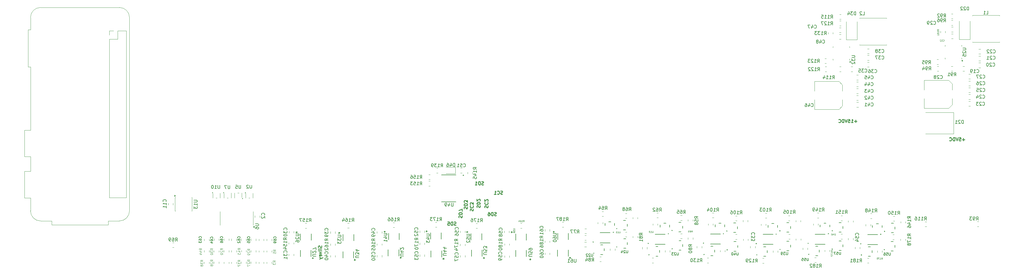
<source format=gbr>
%TF.GenerationSoftware,KiCad,Pcbnew,9.0.7*%
%TF.CreationDate,2026-02-11T10:07:39-06:00*%
%TF.ProjectId,GrizzlySimHW,4772697a-7a6c-4795-9369-6d48572e6b69,rev?*%
%TF.SameCoordinates,Original*%
%TF.FileFunction,Legend,Bot*%
%TF.FilePolarity,Positive*%
%FSLAX46Y46*%
G04 Gerber Fmt 4.6, Leading zero omitted, Abs format (unit mm)*
G04 Created by KiCad (PCBNEW 9.0.7) date 2026-02-11 10:07:39*
%MOMM*%
%LPD*%
G01*
G04 APERTURE LIST*
%ADD10C,0.250000*%
%ADD11C,0.150000*%
%ADD12C,0.125000*%
%ADD13C,0.120000*%
%ADD14C,0.127000*%
%ADD15C,0.200000*%
%ADD16C,0.152400*%
G04 APERTURE END LIST*
D10*
X-315067000Y-89595050D02*
X-315114619Y-89452193D01*
X-315114619Y-89452193D02*
X-315114619Y-89214098D01*
X-315114619Y-89214098D02*
X-315067000Y-89118860D01*
X-315067000Y-89118860D02*
X-315019380Y-89071241D01*
X-315019380Y-89071241D02*
X-314924142Y-89023622D01*
X-314924142Y-89023622D02*
X-314828904Y-89023622D01*
X-314828904Y-89023622D02*
X-314733666Y-89071241D01*
X-314733666Y-89071241D02*
X-314686047Y-89118860D01*
X-314686047Y-89118860D02*
X-314638428Y-89214098D01*
X-314638428Y-89214098D02*
X-314590809Y-89404574D01*
X-314590809Y-89404574D02*
X-314543190Y-89499812D01*
X-314543190Y-89499812D02*
X-314495571Y-89547431D01*
X-314495571Y-89547431D02*
X-314400333Y-89595050D01*
X-314400333Y-89595050D02*
X-314305095Y-89595050D01*
X-314305095Y-89595050D02*
X-314209857Y-89547431D01*
X-314209857Y-89547431D02*
X-314162238Y-89499812D01*
X-314162238Y-89499812D02*
X-314114619Y-89404574D01*
X-314114619Y-89404574D02*
X-314114619Y-89166479D01*
X-314114619Y-89166479D02*
X-314162238Y-89023622D01*
X-315114619Y-88595050D02*
X-314114619Y-88595050D01*
X-314114619Y-88595050D02*
X-314114619Y-88356955D01*
X-314114619Y-88356955D02*
X-314162238Y-88214098D01*
X-314162238Y-88214098D02*
X-314257476Y-88118860D01*
X-314257476Y-88118860D02*
X-314352714Y-88071241D01*
X-314352714Y-88071241D02*
X-314543190Y-88023622D01*
X-314543190Y-88023622D02*
X-314686047Y-88023622D01*
X-314686047Y-88023622D02*
X-314876523Y-88071241D01*
X-314876523Y-88071241D02*
X-314971761Y-88118860D01*
X-314971761Y-88118860D02*
X-315067000Y-88214098D01*
X-315067000Y-88214098D02*
X-315114619Y-88356955D01*
X-315114619Y-88356955D02*
X-315114619Y-88595050D01*
X-314209857Y-87642669D02*
X-314162238Y-87595050D01*
X-314162238Y-87595050D02*
X-314114619Y-87499812D01*
X-314114619Y-87499812D02*
X-314114619Y-87261717D01*
X-314114619Y-87261717D02*
X-314162238Y-87166479D01*
X-314162238Y-87166479D02*
X-314209857Y-87118860D01*
X-314209857Y-87118860D02*
X-314305095Y-87071241D01*
X-314305095Y-87071241D02*
X-314400333Y-87071241D01*
X-314400333Y-87071241D02*
X-314543190Y-87118860D01*
X-314543190Y-87118860D02*
X-315114619Y-87690288D01*
X-315114619Y-87690288D02*
X-315114619Y-87071241D01*
X-362403000Y-101314949D02*
X-362355380Y-101457806D01*
X-362355380Y-101457806D02*
X-362355380Y-101695901D01*
X-362355380Y-101695901D02*
X-362403000Y-101791139D01*
X-362403000Y-101791139D02*
X-362450619Y-101838758D01*
X-362450619Y-101838758D02*
X-362545857Y-101886377D01*
X-362545857Y-101886377D02*
X-362641095Y-101886377D01*
X-362641095Y-101886377D02*
X-362736333Y-101838758D01*
X-362736333Y-101838758D02*
X-362783952Y-101791139D01*
X-362783952Y-101791139D02*
X-362831571Y-101695901D01*
X-362831571Y-101695901D02*
X-362879190Y-101505425D01*
X-362879190Y-101505425D02*
X-362926809Y-101410187D01*
X-362926809Y-101410187D02*
X-362974428Y-101362568D01*
X-362974428Y-101362568D02*
X-363069666Y-101314949D01*
X-363069666Y-101314949D02*
X-363164904Y-101314949D01*
X-363164904Y-101314949D02*
X-363260142Y-101362568D01*
X-363260142Y-101362568D02*
X-363307761Y-101410187D01*
X-363307761Y-101410187D02*
X-363355380Y-101505425D01*
X-363355380Y-101505425D02*
X-363355380Y-101743520D01*
X-363355380Y-101743520D02*
X-363307761Y-101886377D01*
X-362355380Y-102314949D02*
X-363022047Y-102314949D01*
X-363355380Y-102314949D02*
X-363307761Y-102267330D01*
X-363307761Y-102267330D02*
X-363260142Y-102314949D01*
X-363260142Y-102314949D02*
X-363307761Y-102362568D01*
X-363307761Y-102362568D02*
X-363355380Y-102314949D01*
X-363355380Y-102314949D02*
X-363260142Y-102314949D01*
X-362355380Y-102933996D02*
X-362403000Y-102838758D01*
X-362403000Y-102838758D02*
X-362498238Y-102791139D01*
X-362498238Y-102791139D02*
X-363355380Y-102791139D01*
X-363022047Y-103219711D02*
X-362355380Y-103457806D01*
X-362355380Y-103457806D02*
X-363022047Y-103695901D01*
X-362403000Y-104457806D02*
X-362355380Y-104362568D01*
X-362355380Y-104362568D02*
X-362355380Y-104172092D01*
X-362355380Y-104172092D02*
X-362403000Y-104076854D01*
X-362403000Y-104076854D02*
X-362498238Y-104029235D01*
X-362498238Y-104029235D02*
X-362879190Y-104029235D01*
X-362879190Y-104029235D02*
X-362974428Y-104076854D01*
X-362974428Y-104076854D02*
X-363022047Y-104172092D01*
X-363022047Y-104172092D02*
X-363022047Y-104362568D01*
X-363022047Y-104362568D02*
X-362974428Y-104457806D01*
X-362974428Y-104457806D02*
X-362879190Y-104505425D01*
X-362879190Y-104505425D02*
X-362783952Y-104505425D01*
X-362783952Y-104505425D02*
X-362688714Y-104029235D01*
X-363022047Y-104838759D02*
X-362355380Y-105076854D01*
X-363022047Y-105314949D02*
X-362355380Y-105076854D01*
X-362355380Y-105076854D02*
X-362117285Y-104981616D01*
X-362117285Y-104981616D02*
X-362069666Y-104933997D01*
X-362069666Y-104933997D02*
X-362022047Y-104838759D01*
X-199442568Y-63343666D02*
X-200204473Y-63343666D01*
X-199823520Y-63724619D02*
X-199823520Y-62962714D01*
X-201204472Y-63724619D02*
X-200633044Y-63724619D01*
X-200918758Y-63724619D02*
X-200918758Y-62724619D01*
X-200918758Y-62724619D02*
X-200823520Y-62867476D01*
X-200823520Y-62867476D02*
X-200728282Y-62962714D01*
X-200728282Y-62962714D02*
X-200633044Y-63010333D01*
X-202109234Y-62724619D02*
X-201633044Y-62724619D01*
X-201633044Y-62724619D02*
X-201585425Y-63200809D01*
X-201585425Y-63200809D02*
X-201633044Y-63153190D01*
X-201633044Y-63153190D02*
X-201728282Y-63105571D01*
X-201728282Y-63105571D02*
X-201966377Y-63105571D01*
X-201966377Y-63105571D02*
X-202061615Y-63153190D01*
X-202061615Y-63153190D02*
X-202109234Y-63200809D01*
X-202109234Y-63200809D02*
X-202156853Y-63296047D01*
X-202156853Y-63296047D02*
X-202156853Y-63534142D01*
X-202156853Y-63534142D02*
X-202109234Y-63629380D01*
X-202109234Y-63629380D02*
X-202061615Y-63677000D01*
X-202061615Y-63677000D02*
X-201966377Y-63724619D01*
X-201966377Y-63724619D02*
X-201728282Y-63724619D01*
X-201728282Y-63724619D02*
X-201633044Y-63677000D01*
X-201633044Y-63677000D02*
X-201585425Y-63629380D01*
X-202442568Y-62724619D02*
X-202775901Y-63724619D01*
X-202775901Y-63724619D02*
X-203109234Y-62724619D01*
X-203442568Y-63724619D02*
X-203442568Y-62724619D01*
X-203442568Y-62724619D02*
X-203680663Y-62724619D01*
X-203680663Y-62724619D02*
X-203823520Y-62772238D01*
X-203823520Y-62772238D02*
X-203918758Y-62867476D01*
X-203918758Y-62867476D02*
X-203966377Y-62962714D01*
X-203966377Y-62962714D02*
X-204013996Y-63153190D01*
X-204013996Y-63153190D02*
X-204013996Y-63296047D01*
X-204013996Y-63296047D02*
X-203966377Y-63486523D01*
X-203966377Y-63486523D02*
X-203918758Y-63581761D01*
X-203918758Y-63581761D02*
X-203823520Y-63677000D01*
X-203823520Y-63677000D02*
X-203680663Y-63724619D01*
X-203680663Y-63724619D02*
X-203442568Y-63724619D01*
X-205013996Y-63629380D02*
X-204966377Y-63677000D01*
X-204966377Y-63677000D02*
X-204823520Y-63724619D01*
X-204823520Y-63724619D02*
X-204728282Y-63724619D01*
X-204728282Y-63724619D02*
X-204585425Y-63677000D01*
X-204585425Y-63677000D02*
X-204490187Y-63581761D01*
X-204490187Y-63581761D02*
X-204442568Y-63486523D01*
X-204442568Y-63486523D02*
X-204394949Y-63296047D01*
X-204394949Y-63296047D02*
X-204394949Y-63153190D01*
X-204394949Y-63153190D02*
X-204442568Y-62962714D01*
X-204442568Y-62962714D02*
X-204490187Y-62867476D01*
X-204490187Y-62867476D02*
X-204585425Y-62772238D01*
X-204585425Y-62772238D02*
X-204728282Y-62724619D01*
X-204728282Y-62724619D02*
X-204823520Y-62724619D01*
X-204823520Y-62724619D02*
X-204966377Y-62772238D01*
X-204966377Y-62772238D02*
X-205013996Y-62819857D01*
X-318937000Y-89995050D02*
X-318984619Y-89852193D01*
X-318984619Y-89852193D02*
X-318984619Y-89614098D01*
X-318984619Y-89614098D02*
X-318937000Y-89518860D01*
X-318937000Y-89518860D02*
X-318889380Y-89471241D01*
X-318889380Y-89471241D02*
X-318794142Y-89423622D01*
X-318794142Y-89423622D02*
X-318698904Y-89423622D01*
X-318698904Y-89423622D02*
X-318603666Y-89471241D01*
X-318603666Y-89471241D02*
X-318556047Y-89518860D01*
X-318556047Y-89518860D02*
X-318508428Y-89614098D01*
X-318508428Y-89614098D02*
X-318460809Y-89804574D01*
X-318460809Y-89804574D02*
X-318413190Y-89899812D01*
X-318413190Y-89899812D02*
X-318365571Y-89947431D01*
X-318365571Y-89947431D02*
X-318270333Y-89995050D01*
X-318270333Y-89995050D02*
X-318175095Y-89995050D01*
X-318175095Y-89995050D02*
X-318079857Y-89947431D01*
X-318079857Y-89947431D02*
X-318032238Y-89899812D01*
X-318032238Y-89899812D02*
X-317984619Y-89804574D01*
X-317984619Y-89804574D02*
X-317984619Y-89566479D01*
X-317984619Y-89566479D02*
X-318032238Y-89423622D01*
X-318984619Y-88995050D02*
X-317984619Y-88995050D01*
X-317984619Y-88995050D02*
X-317984619Y-88756955D01*
X-317984619Y-88756955D02*
X-318032238Y-88614098D01*
X-318032238Y-88614098D02*
X-318127476Y-88518860D01*
X-318127476Y-88518860D02*
X-318222714Y-88471241D01*
X-318222714Y-88471241D02*
X-318413190Y-88423622D01*
X-318413190Y-88423622D02*
X-318556047Y-88423622D01*
X-318556047Y-88423622D02*
X-318746523Y-88471241D01*
X-318746523Y-88471241D02*
X-318841761Y-88518860D01*
X-318841761Y-88518860D02*
X-318937000Y-88614098D01*
X-318937000Y-88614098D02*
X-318984619Y-88756955D01*
X-318984619Y-88756955D02*
X-318984619Y-88995050D01*
X-317984619Y-88090288D02*
X-317984619Y-87471241D01*
X-317984619Y-87471241D02*
X-318365571Y-87804574D01*
X-318365571Y-87804574D02*
X-318365571Y-87661717D01*
X-318365571Y-87661717D02*
X-318413190Y-87566479D01*
X-318413190Y-87566479D02*
X-318460809Y-87518860D01*
X-318460809Y-87518860D02*
X-318556047Y-87471241D01*
X-318556047Y-87471241D02*
X-318794142Y-87471241D01*
X-318794142Y-87471241D02*
X-318889380Y-87518860D01*
X-318889380Y-87518860D02*
X-318937000Y-87566479D01*
X-318937000Y-87566479D02*
X-318984619Y-87661717D01*
X-318984619Y-87661717D02*
X-318984619Y-87947431D01*
X-318984619Y-87947431D02*
X-318937000Y-88042669D01*
X-318937000Y-88042669D02*
X-318889380Y-88090288D01*
X-309234949Y-92057000D02*
X-309377806Y-92104619D01*
X-309377806Y-92104619D02*
X-309615901Y-92104619D01*
X-309615901Y-92104619D02*
X-309711139Y-92057000D01*
X-309711139Y-92057000D02*
X-309758758Y-92009380D01*
X-309758758Y-92009380D02*
X-309806377Y-91914142D01*
X-309806377Y-91914142D02*
X-309806377Y-91818904D01*
X-309806377Y-91818904D02*
X-309758758Y-91723666D01*
X-309758758Y-91723666D02*
X-309711139Y-91676047D01*
X-309711139Y-91676047D02*
X-309615901Y-91628428D01*
X-309615901Y-91628428D02*
X-309425425Y-91580809D01*
X-309425425Y-91580809D02*
X-309330187Y-91533190D01*
X-309330187Y-91533190D02*
X-309282568Y-91485571D01*
X-309282568Y-91485571D02*
X-309234949Y-91390333D01*
X-309234949Y-91390333D02*
X-309234949Y-91295095D01*
X-309234949Y-91295095D02*
X-309282568Y-91199857D01*
X-309282568Y-91199857D02*
X-309330187Y-91152238D01*
X-309330187Y-91152238D02*
X-309425425Y-91104619D01*
X-309425425Y-91104619D02*
X-309663520Y-91104619D01*
X-309663520Y-91104619D02*
X-309806377Y-91152238D01*
X-310234949Y-92104619D02*
X-310234949Y-91104619D01*
X-310234949Y-91104619D02*
X-310473044Y-91104619D01*
X-310473044Y-91104619D02*
X-310615901Y-91152238D01*
X-310615901Y-91152238D02*
X-310711139Y-91247476D01*
X-310711139Y-91247476D02*
X-310758758Y-91342714D01*
X-310758758Y-91342714D02*
X-310806377Y-91533190D01*
X-310806377Y-91533190D02*
X-310806377Y-91676047D01*
X-310806377Y-91676047D02*
X-310758758Y-91866523D01*
X-310758758Y-91866523D02*
X-310711139Y-91961761D01*
X-310711139Y-91961761D02*
X-310615901Y-92057000D01*
X-310615901Y-92057000D02*
X-310473044Y-92104619D01*
X-310473044Y-92104619D02*
X-310234949Y-92104619D01*
X-311663520Y-91104619D02*
X-311473044Y-91104619D01*
X-311473044Y-91104619D02*
X-311377806Y-91152238D01*
X-311377806Y-91152238D02*
X-311330187Y-91199857D01*
X-311330187Y-91199857D02*
X-311234949Y-91342714D01*
X-311234949Y-91342714D02*
X-311187330Y-91533190D01*
X-311187330Y-91533190D02*
X-311187330Y-91914142D01*
X-311187330Y-91914142D02*
X-311234949Y-92009380D01*
X-311234949Y-92009380D02*
X-311282568Y-92057000D01*
X-311282568Y-92057000D02*
X-311377806Y-92104619D01*
X-311377806Y-92104619D02*
X-311568282Y-92104619D01*
X-311568282Y-92104619D02*
X-311663520Y-92057000D01*
X-311663520Y-92057000D02*
X-311711139Y-92009380D01*
X-311711139Y-92009380D02*
X-311758758Y-91914142D01*
X-311758758Y-91914142D02*
X-311758758Y-91676047D01*
X-311758758Y-91676047D02*
X-311711139Y-91580809D01*
X-311711139Y-91580809D02*
X-311663520Y-91533190D01*
X-311663520Y-91533190D02*
X-311568282Y-91485571D01*
X-311568282Y-91485571D02*
X-311377806Y-91485571D01*
X-311377806Y-91485571D02*
X-311282568Y-91533190D01*
X-311282568Y-91533190D02*
X-311234949Y-91580809D01*
X-311234949Y-91580809D02*
X-311187330Y-91676047D01*
X-317147000Y-90655050D02*
X-317194619Y-90512193D01*
X-317194619Y-90512193D02*
X-317194619Y-90274098D01*
X-317194619Y-90274098D02*
X-317147000Y-90178860D01*
X-317147000Y-90178860D02*
X-317099380Y-90131241D01*
X-317099380Y-90131241D02*
X-317004142Y-90083622D01*
X-317004142Y-90083622D02*
X-316908904Y-90083622D01*
X-316908904Y-90083622D02*
X-316813666Y-90131241D01*
X-316813666Y-90131241D02*
X-316766047Y-90178860D01*
X-316766047Y-90178860D02*
X-316718428Y-90274098D01*
X-316718428Y-90274098D02*
X-316670809Y-90464574D01*
X-316670809Y-90464574D02*
X-316623190Y-90559812D01*
X-316623190Y-90559812D02*
X-316575571Y-90607431D01*
X-316575571Y-90607431D02*
X-316480333Y-90655050D01*
X-316480333Y-90655050D02*
X-316385095Y-90655050D01*
X-316385095Y-90655050D02*
X-316289857Y-90607431D01*
X-316289857Y-90607431D02*
X-316242238Y-90559812D01*
X-316242238Y-90559812D02*
X-316194619Y-90464574D01*
X-316194619Y-90464574D02*
X-316194619Y-90226479D01*
X-316194619Y-90226479D02*
X-316242238Y-90083622D01*
X-317099380Y-89083622D02*
X-317147000Y-89131241D01*
X-317147000Y-89131241D02*
X-317194619Y-89274098D01*
X-317194619Y-89274098D02*
X-317194619Y-89369336D01*
X-317194619Y-89369336D02*
X-317147000Y-89512193D01*
X-317147000Y-89512193D02*
X-317051761Y-89607431D01*
X-317051761Y-89607431D02*
X-316956523Y-89655050D01*
X-316956523Y-89655050D02*
X-316766047Y-89702669D01*
X-316766047Y-89702669D02*
X-316623190Y-89702669D01*
X-316623190Y-89702669D02*
X-316432714Y-89655050D01*
X-316432714Y-89655050D02*
X-316337476Y-89607431D01*
X-316337476Y-89607431D02*
X-316242238Y-89512193D01*
X-316242238Y-89512193D02*
X-316194619Y-89369336D01*
X-316194619Y-89369336D02*
X-316194619Y-89274098D01*
X-316194619Y-89274098D02*
X-316242238Y-89131241D01*
X-316242238Y-89131241D02*
X-316289857Y-89083622D01*
X-316194619Y-88750288D02*
X-316194619Y-88131241D01*
X-316194619Y-88131241D02*
X-316575571Y-88464574D01*
X-316575571Y-88464574D02*
X-316575571Y-88321717D01*
X-316575571Y-88321717D02*
X-316623190Y-88226479D01*
X-316623190Y-88226479D02*
X-316670809Y-88178860D01*
X-316670809Y-88178860D02*
X-316766047Y-88131241D01*
X-316766047Y-88131241D02*
X-317004142Y-88131241D01*
X-317004142Y-88131241D02*
X-317099380Y-88178860D01*
X-317099380Y-88178860D02*
X-317147000Y-88226479D01*
X-317147000Y-88226479D02*
X-317194619Y-88321717D01*
X-317194619Y-88321717D02*
X-317194619Y-88607431D01*
X-317194619Y-88607431D02*
X-317147000Y-88702669D01*
X-317147000Y-88702669D02*
X-317099380Y-88750288D01*
X-312687000Y-89675050D02*
X-312734619Y-89532193D01*
X-312734619Y-89532193D02*
X-312734619Y-89294098D01*
X-312734619Y-89294098D02*
X-312687000Y-89198860D01*
X-312687000Y-89198860D02*
X-312639380Y-89151241D01*
X-312639380Y-89151241D02*
X-312544142Y-89103622D01*
X-312544142Y-89103622D02*
X-312448904Y-89103622D01*
X-312448904Y-89103622D02*
X-312353666Y-89151241D01*
X-312353666Y-89151241D02*
X-312306047Y-89198860D01*
X-312306047Y-89198860D02*
X-312258428Y-89294098D01*
X-312258428Y-89294098D02*
X-312210809Y-89484574D01*
X-312210809Y-89484574D02*
X-312163190Y-89579812D01*
X-312163190Y-89579812D02*
X-312115571Y-89627431D01*
X-312115571Y-89627431D02*
X-312020333Y-89675050D01*
X-312020333Y-89675050D02*
X-311925095Y-89675050D01*
X-311925095Y-89675050D02*
X-311829857Y-89627431D01*
X-311829857Y-89627431D02*
X-311782238Y-89579812D01*
X-311782238Y-89579812D02*
X-311734619Y-89484574D01*
X-311734619Y-89484574D02*
X-311734619Y-89246479D01*
X-311734619Y-89246479D02*
X-311782238Y-89103622D01*
X-312639380Y-88103622D02*
X-312687000Y-88151241D01*
X-312687000Y-88151241D02*
X-312734619Y-88294098D01*
X-312734619Y-88294098D02*
X-312734619Y-88389336D01*
X-312734619Y-88389336D02*
X-312687000Y-88532193D01*
X-312687000Y-88532193D02*
X-312591761Y-88627431D01*
X-312591761Y-88627431D02*
X-312496523Y-88675050D01*
X-312496523Y-88675050D02*
X-312306047Y-88722669D01*
X-312306047Y-88722669D02*
X-312163190Y-88722669D01*
X-312163190Y-88722669D02*
X-311972714Y-88675050D01*
X-311972714Y-88675050D02*
X-311877476Y-88627431D01*
X-311877476Y-88627431D02*
X-311782238Y-88532193D01*
X-311782238Y-88532193D02*
X-311734619Y-88389336D01*
X-311734619Y-88389336D02*
X-311734619Y-88294098D01*
X-311734619Y-88294098D02*
X-311782238Y-88151241D01*
X-311782238Y-88151241D02*
X-311829857Y-88103622D01*
X-311829857Y-87722669D02*
X-311782238Y-87675050D01*
X-311782238Y-87675050D02*
X-311734619Y-87579812D01*
X-311734619Y-87579812D02*
X-311734619Y-87341717D01*
X-311734619Y-87341717D02*
X-311782238Y-87246479D01*
X-311782238Y-87246479D02*
X-311829857Y-87198860D01*
X-311829857Y-87198860D02*
X-311925095Y-87151241D01*
X-311925095Y-87151241D02*
X-312020333Y-87151241D01*
X-312020333Y-87151241D02*
X-312163190Y-87198860D01*
X-312163190Y-87198860D02*
X-312734619Y-87770288D01*
X-312734619Y-87770288D02*
X-312734619Y-87151241D01*
X-166642568Y-68923666D02*
X-167404473Y-68923666D01*
X-167023520Y-69304619D02*
X-167023520Y-68542714D01*
X-168356853Y-68304619D02*
X-167880663Y-68304619D01*
X-167880663Y-68304619D02*
X-167833044Y-68780809D01*
X-167833044Y-68780809D02*
X-167880663Y-68733190D01*
X-167880663Y-68733190D02*
X-167975901Y-68685571D01*
X-167975901Y-68685571D02*
X-168213996Y-68685571D01*
X-168213996Y-68685571D02*
X-168309234Y-68733190D01*
X-168309234Y-68733190D02*
X-168356853Y-68780809D01*
X-168356853Y-68780809D02*
X-168404472Y-68876047D01*
X-168404472Y-68876047D02*
X-168404472Y-69114142D01*
X-168404472Y-69114142D02*
X-168356853Y-69209380D01*
X-168356853Y-69209380D02*
X-168309234Y-69257000D01*
X-168309234Y-69257000D02*
X-168213996Y-69304619D01*
X-168213996Y-69304619D02*
X-167975901Y-69304619D01*
X-167975901Y-69304619D02*
X-167880663Y-69257000D01*
X-167880663Y-69257000D02*
X-167833044Y-69209380D01*
X-168690187Y-68304619D02*
X-169023520Y-69304619D01*
X-169023520Y-69304619D02*
X-169356853Y-68304619D01*
X-169690187Y-69304619D02*
X-169690187Y-68304619D01*
X-169690187Y-68304619D02*
X-169928282Y-68304619D01*
X-169928282Y-68304619D02*
X-170071139Y-68352238D01*
X-170071139Y-68352238D02*
X-170166377Y-68447476D01*
X-170166377Y-68447476D02*
X-170213996Y-68542714D01*
X-170213996Y-68542714D02*
X-170261615Y-68733190D01*
X-170261615Y-68733190D02*
X-170261615Y-68876047D01*
X-170261615Y-68876047D02*
X-170213996Y-69066523D01*
X-170213996Y-69066523D02*
X-170166377Y-69161761D01*
X-170166377Y-69161761D02*
X-170071139Y-69257000D01*
X-170071139Y-69257000D02*
X-169928282Y-69304619D01*
X-169928282Y-69304619D02*
X-169690187Y-69304619D01*
X-171261615Y-69209380D02*
X-171213996Y-69257000D01*
X-171213996Y-69257000D02*
X-171071139Y-69304619D01*
X-171071139Y-69304619D02*
X-170975901Y-69304619D01*
X-170975901Y-69304619D02*
X-170833044Y-69257000D01*
X-170833044Y-69257000D02*
X-170737806Y-69161761D01*
X-170737806Y-69161761D02*
X-170690187Y-69066523D01*
X-170690187Y-69066523D02*
X-170642568Y-68876047D01*
X-170642568Y-68876047D02*
X-170642568Y-68733190D01*
X-170642568Y-68733190D02*
X-170690187Y-68542714D01*
X-170690187Y-68542714D02*
X-170737806Y-68447476D01*
X-170737806Y-68447476D02*
X-170833044Y-68352238D01*
X-170833044Y-68352238D02*
X-170975901Y-68304619D01*
X-170975901Y-68304619D02*
X-171071139Y-68304619D01*
X-171071139Y-68304619D02*
X-171213996Y-68352238D01*
X-171213996Y-68352238D02*
X-171261615Y-68399857D01*
X-313134949Y-82657000D02*
X-313277806Y-82704619D01*
X-313277806Y-82704619D02*
X-313515901Y-82704619D01*
X-313515901Y-82704619D02*
X-313611139Y-82657000D01*
X-313611139Y-82657000D02*
X-313658758Y-82609380D01*
X-313658758Y-82609380D02*
X-313706377Y-82514142D01*
X-313706377Y-82514142D02*
X-313706377Y-82418904D01*
X-313706377Y-82418904D02*
X-313658758Y-82323666D01*
X-313658758Y-82323666D02*
X-313611139Y-82276047D01*
X-313611139Y-82276047D02*
X-313515901Y-82228428D01*
X-313515901Y-82228428D02*
X-313325425Y-82180809D01*
X-313325425Y-82180809D02*
X-313230187Y-82133190D01*
X-313230187Y-82133190D02*
X-313182568Y-82085571D01*
X-313182568Y-82085571D02*
X-313134949Y-81990333D01*
X-313134949Y-81990333D02*
X-313134949Y-81895095D01*
X-313134949Y-81895095D02*
X-313182568Y-81799857D01*
X-313182568Y-81799857D02*
X-313230187Y-81752238D01*
X-313230187Y-81752238D02*
X-313325425Y-81704619D01*
X-313325425Y-81704619D02*
X-313563520Y-81704619D01*
X-313563520Y-81704619D02*
X-313706377Y-81752238D01*
X-314134949Y-82704619D02*
X-314134949Y-81704619D01*
X-314134949Y-81704619D02*
X-314373044Y-81704619D01*
X-314373044Y-81704619D02*
X-314515901Y-81752238D01*
X-314515901Y-81752238D02*
X-314611139Y-81847476D01*
X-314611139Y-81847476D02*
X-314658758Y-81942714D01*
X-314658758Y-81942714D02*
X-314706377Y-82133190D01*
X-314706377Y-82133190D02*
X-314706377Y-82276047D01*
X-314706377Y-82276047D02*
X-314658758Y-82466523D01*
X-314658758Y-82466523D02*
X-314611139Y-82561761D01*
X-314611139Y-82561761D02*
X-314515901Y-82657000D01*
X-314515901Y-82657000D02*
X-314373044Y-82704619D01*
X-314373044Y-82704619D02*
X-314134949Y-82704619D01*
X-315658758Y-82704619D02*
X-315087330Y-82704619D01*
X-315373044Y-82704619D02*
X-315373044Y-81704619D01*
X-315373044Y-81704619D02*
X-315277806Y-81847476D01*
X-315277806Y-81847476D02*
X-315182568Y-81942714D01*
X-315182568Y-81942714D02*
X-315087330Y-81990333D01*
X-321504949Y-94997000D02*
X-321647806Y-95044619D01*
X-321647806Y-95044619D02*
X-321885901Y-95044619D01*
X-321885901Y-95044619D02*
X-321981139Y-94997000D01*
X-321981139Y-94997000D02*
X-322028758Y-94949380D01*
X-322028758Y-94949380D02*
X-322076377Y-94854142D01*
X-322076377Y-94854142D02*
X-322076377Y-94758904D01*
X-322076377Y-94758904D02*
X-322028758Y-94663666D01*
X-322028758Y-94663666D02*
X-321981139Y-94616047D01*
X-321981139Y-94616047D02*
X-321885901Y-94568428D01*
X-321885901Y-94568428D02*
X-321695425Y-94520809D01*
X-321695425Y-94520809D02*
X-321600187Y-94473190D01*
X-321600187Y-94473190D02*
X-321552568Y-94425571D01*
X-321552568Y-94425571D02*
X-321504949Y-94330333D01*
X-321504949Y-94330333D02*
X-321504949Y-94235095D01*
X-321504949Y-94235095D02*
X-321552568Y-94139857D01*
X-321552568Y-94139857D02*
X-321600187Y-94092238D01*
X-321600187Y-94092238D02*
X-321695425Y-94044619D01*
X-321695425Y-94044619D02*
X-321933520Y-94044619D01*
X-321933520Y-94044619D02*
X-322076377Y-94092238D01*
X-322504949Y-95044619D02*
X-322504949Y-94044619D01*
X-322504949Y-94044619D02*
X-322743044Y-94044619D01*
X-322743044Y-94044619D02*
X-322885901Y-94092238D01*
X-322885901Y-94092238D02*
X-322981139Y-94187476D01*
X-322981139Y-94187476D02*
X-323028758Y-94282714D01*
X-323028758Y-94282714D02*
X-323076377Y-94473190D01*
X-323076377Y-94473190D02*
X-323076377Y-94616047D01*
X-323076377Y-94616047D02*
X-323028758Y-94806523D01*
X-323028758Y-94806523D02*
X-322981139Y-94901761D01*
X-322981139Y-94901761D02*
X-322885901Y-94997000D01*
X-322885901Y-94997000D02*
X-322743044Y-95044619D01*
X-322743044Y-95044619D02*
X-322504949Y-95044619D01*
X-323981139Y-94044619D02*
X-323504949Y-94044619D01*
X-323504949Y-94044619D02*
X-323457330Y-94520809D01*
X-323457330Y-94520809D02*
X-323504949Y-94473190D01*
X-323504949Y-94473190D02*
X-323600187Y-94425571D01*
X-323600187Y-94425571D02*
X-323838282Y-94425571D01*
X-323838282Y-94425571D02*
X-323933520Y-94473190D01*
X-323933520Y-94473190D02*
X-323981139Y-94520809D01*
X-323981139Y-94520809D02*
X-324028758Y-94616047D01*
X-324028758Y-94616047D02*
X-324028758Y-94854142D01*
X-324028758Y-94854142D02*
X-323981139Y-94949380D01*
X-323981139Y-94949380D02*
X-323933520Y-94997000D01*
X-323933520Y-94997000D02*
X-323838282Y-95044619D01*
X-323838282Y-95044619D02*
X-323600187Y-95044619D01*
X-323600187Y-95044619D02*
X-323504949Y-94997000D01*
X-323504949Y-94997000D02*
X-323457330Y-94949380D01*
X-307324949Y-85537000D02*
X-307467806Y-85584619D01*
X-307467806Y-85584619D02*
X-307705901Y-85584619D01*
X-307705901Y-85584619D02*
X-307801139Y-85537000D01*
X-307801139Y-85537000D02*
X-307848758Y-85489380D01*
X-307848758Y-85489380D02*
X-307896377Y-85394142D01*
X-307896377Y-85394142D02*
X-307896377Y-85298904D01*
X-307896377Y-85298904D02*
X-307848758Y-85203666D01*
X-307848758Y-85203666D02*
X-307801139Y-85156047D01*
X-307801139Y-85156047D02*
X-307705901Y-85108428D01*
X-307705901Y-85108428D02*
X-307515425Y-85060809D01*
X-307515425Y-85060809D02*
X-307420187Y-85013190D01*
X-307420187Y-85013190D02*
X-307372568Y-84965571D01*
X-307372568Y-84965571D02*
X-307324949Y-84870333D01*
X-307324949Y-84870333D02*
X-307324949Y-84775095D01*
X-307324949Y-84775095D02*
X-307372568Y-84679857D01*
X-307372568Y-84679857D02*
X-307420187Y-84632238D01*
X-307420187Y-84632238D02*
X-307515425Y-84584619D01*
X-307515425Y-84584619D02*
X-307753520Y-84584619D01*
X-307753520Y-84584619D02*
X-307896377Y-84632238D01*
X-308896377Y-85489380D02*
X-308848758Y-85537000D01*
X-308848758Y-85537000D02*
X-308705901Y-85584619D01*
X-308705901Y-85584619D02*
X-308610663Y-85584619D01*
X-308610663Y-85584619D02*
X-308467806Y-85537000D01*
X-308467806Y-85537000D02*
X-308372568Y-85441761D01*
X-308372568Y-85441761D02*
X-308324949Y-85346523D01*
X-308324949Y-85346523D02*
X-308277330Y-85156047D01*
X-308277330Y-85156047D02*
X-308277330Y-85013190D01*
X-308277330Y-85013190D02*
X-308324949Y-84822714D01*
X-308324949Y-84822714D02*
X-308372568Y-84727476D01*
X-308372568Y-84727476D02*
X-308467806Y-84632238D01*
X-308467806Y-84632238D02*
X-308610663Y-84584619D01*
X-308610663Y-84584619D02*
X-308705901Y-84584619D01*
X-308705901Y-84584619D02*
X-308848758Y-84632238D01*
X-308848758Y-84632238D02*
X-308896377Y-84679857D01*
X-309848758Y-85584619D02*
X-309277330Y-85584619D01*
X-309563044Y-85584619D02*
X-309563044Y-84584619D01*
X-309563044Y-84584619D02*
X-309467806Y-84727476D01*
X-309467806Y-84727476D02*
X-309372568Y-84822714D01*
X-309372568Y-84822714D02*
X-309277330Y-84870333D01*
X-320557000Y-92705050D02*
X-320604619Y-92562193D01*
X-320604619Y-92562193D02*
X-320604619Y-92324098D01*
X-320604619Y-92324098D02*
X-320557000Y-92228860D01*
X-320557000Y-92228860D02*
X-320509380Y-92181241D01*
X-320509380Y-92181241D02*
X-320414142Y-92133622D01*
X-320414142Y-92133622D02*
X-320318904Y-92133622D01*
X-320318904Y-92133622D02*
X-320223666Y-92181241D01*
X-320223666Y-92181241D02*
X-320176047Y-92228860D01*
X-320176047Y-92228860D02*
X-320128428Y-92324098D01*
X-320128428Y-92324098D02*
X-320080809Y-92514574D01*
X-320080809Y-92514574D02*
X-320033190Y-92609812D01*
X-320033190Y-92609812D02*
X-319985571Y-92657431D01*
X-319985571Y-92657431D02*
X-319890333Y-92705050D01*
X-319890333Y-92705050D02*
X-319795095Y-92705050D01*
X-319795095Y-92705050D02*
X-319699857Y-92657431D01*
X-319699857Y-92657431D02*
X-319652238Y-92609812D01*
X-319652238Y-92609812D02*
X-319604619Y-92514574D01*
X-319604619Y-92514574D02*
X-319604619Y-92276479D01*
X-319604619Y-92276479D02*
X-319652238Y-92133622D01*
X-320604619Y-91705050D02*
X-319604619Y-91705050D01*
X-319604619Y-91705050D02*
X-319604619Y-91466955D01*
X-319604619Y-91466955D02*
X-319652238Y-91324098D01*
X-319652238Y-91324098D02*
X-319747476Y-91228860D01*
X-319747476Y-91228860D02*
X-319842714Y-91181241D01*
X-319842714Y-91181241D02*
X-320033190Y-91133622D01*
X-320033190Y-91133622D02*
X-320176047Y-91133622D01*
X-320176047Y-91133622D02*
X-320366523Y-91181241D01*
X-320366523Y-91181241D02*
X-320461761Y-91228860D01*
X-320461761Y-91228860D02*
X-320557000Y-91324098D01*
X-320557000Y-91324098D02*
X-320604619Y-91466955D01*
X-320604619Y-91466955D02*
X-320604619Y-91705050D01*
X-319604619Y-90800288D02*
X-319604619Y-90133622D01*
X-319604619Y-90133622D02*
X-320604619Y-90562193D01*
D11*
X-307490419Y-96507142D02*
X-307442800Y-96459523D01*
X-307442800Y-96459523D02*
X-307395180Y-96316666D01*
X-307395180Y-96316666D02*
X-307395180Y-96221428D01*
X-307395180Y-96221428D02*
X-307442800Y-96078571D01*
X-307442800Y-96078571D02*
X-307538038Y-95983333D01*
X-307538038Y-95983333D02*
X-307633276Y-95935714D01*
X-307633276Y-95935714D02*
X-307823752Y-95888095D01*
X-307823752Y-95888095D02*
X-307966609Y-95888095D01*
X-307966609Y-95888095D02*
X-308157085Y-95935714D01*
X-308157085Y-95935714D02*
X-308252323Y-95983333D01*
X-308252323Y-95983333D02*
X-308347561Y-96078571D01*
X-308347561Y-96078571D02*
X-308395180Y-96221428D01*
X-308395180Y-96221428D02*
X-308395180Y-96316666D01*
X-308395180Y-96316666D02*
X-308347561Y-96459523D01*
X-308347561Y-96459523D02*
X-308299942Y-96507142D01*
X-308395180Y-97411904D02*
X-308395180Y-96935714D01*
X-308395180Y-96935714D02*
X-307918990Y-96888095D01*
X-307918990Y-96888095D02*
X-307966609Y-96935714D01*
X-307966609Y-96935714D02*
X-308014228Y-97030952D01*
X-308014228Y-97030952D02*
X-308014228Y-97269047D01*
X-308014228Y-97269047D02*
X-307966609Y-97364285D01*
X-307966609Y-97364285D02*
X-307918990Y-97411904D01*
X-307918990Y-97411904D02*
X-307823752Y-97459523D01*
X-307823752Y-97459523D02*
X-307585657Y-97459523D01*
X-307585657Y-97459523D02*
X-307490419Y-97411904D01*
X-307490419Y-97411904D02*
X-307442800Y-97364285D01*
X-307442800Y-97364285D02*
X-307395180Y-97269047D01*
X-307395180Y-97269047D02*
X-307395180Y-97030952D01*
X-307395180Y-97030952D02*
X-307442800Y-96935714D01*
X-307442800Y-96935714D02*
X-307490419Y-96888095D01*
X-307966609Y-98030952D02*
X-308014228Y-97935714D01*
X-308014228Y-97935714D02*
X-308061847Y-97888095D01*
X-308061847Y-97888095D02*
X-308157085Y-97840476D01*
X-308157085Y-97840476D02*
X-308204704Y-97840476D01*
X-308204704Y-97840476D02*
X-308299942Y-97888095D01*
X-308299942Y-97888095D02*
X-308347561Y-97935714D01*
X-308347561Y-97935714D02*
X-308395180Y-98030952D01*
X-308395180Y-98030952D02*
X-308395180Y-98221428D01*
X-308395180Y-98221428D02*
X-308347561Y-98316666D01*
X-308347561Y-98316666D02*
X-308299942Y-98364285D01*
X-308299942Y-98364285D02*
X-308204704Y-98411904D01*
X-308204704Y-98411904D02*
X-308157085Y-98411904D01*
X-308157085Y-98411904D02*
X-308061847Y-98364285D01*
X-308061847Y-98364285D02*
X-308014228Y-98316666D01*
X-308014228Y-98316666D02*
X-307966609Y-98221428D01*
X-307966609Y-98221428D02*
X-307966609Y-98030952D01*
X-307966609Y-98030952D02*
X-307918990Y-97935714D01*
X-307918990Y-97935714D02*
X-307871371Y-97888095D01*
X-307871371Y-97888095D02*
X-307776133Y-97840476D01*
X-307776133Y-97840476D02*
X-307585657Y-97840476D01*
X-307585657Y-97840476D02*
X-307490419Y-97888095D01*
X-307490419Y-97888095D02*
X-307442800Y-97935714D01*
X-307442800Y-97935714D02*
X-307395180Y-98030952D01*
X-307395180Y-98030952D02*
X-307395180Y-98221428D01*
X-307395180Y-98221428D02*
X-307442800Y-98316666D01*
X-307442800Y-98316666D02*
X-307490419Y-98364285D01*
X-307490419Y-98364285D02*
X-307585657Y-98411904D01*
X-307585657Y-98411904D02*
X-307776133Y-98411904D01*
X-307776133Y-98411904D02*
X-307871371Y-98364285D01*
X-307871371Y-98364285D02*
X-307918990Y-98316666D01*
X-307918990Y-98316666D02*
X-307966609Y-98221428D01*
X-218880952Y-91454819D02*
X-218547619Y-90978628D01*
X-218309524Y-91454819D02*
X-218309524Y-90454819D01*
X-218309524Y-90454819D02*
X-218690476Y-90454819D01*
X-218690476Y-90454819D02*
X-218785714Y-90502438D01*
X-218785714Y-90502438D02*
X-218833333Y-90550057D01*
X-218833333Y-90550057D02*
X-218880952Y-90645295D01*
X-218880952Y-90645295D02*
X-218880952Y-90788152D01*
X-218880952Y-90788152D02*
X-218833333Y-90883390D01*
X-218833333Y-90883390D02*
X-218785714Y-90931009D01*
X-218785714Y-90931009D02*
X-218690476Y-90978628D01*
X-218690476Y-90978628D02*
X-218309524Y-90978628D01*
X-219833333Y-91454819D02*
X-219261905Y-91454819D01*
X-219547619Y-91454819D02*
X-219547619Y-90454819D01*
X-219547619Y-90454819D02*
X-219452381Y-90597676D01*
X-219452381Y-90597676D02*
X-219357143Y-90692914D01*
X-219357143Y-90692914D02*
X-219261905Y-90740533D01*
X-220452381Y-90454819D02*
X-220547619Y-90454819D01*
X-220547619Y-90454819D02*
X-220642857Y-90502438D01*
X-220642857Y-90502438D02*
X-220690476Y-90550057D01*
X-220690476Y-90550057D02*
X-220738095Y-90645295D01*
X-220738095Y-90645295D02*
X-220785714Y-90835771D01*
X-220785714Y-90835771D02*
X-220785714Y-91073866D01*
X-220785714Y-91073866D02*
X-220738095Y-91264342D01*
X-220738095Y-91264342D02*
X-220690476Y-91359580D01*
X-220690476Y-91359580D02*
X-220642857Y-91407200D01*
X-220642857Y-91407200D02*
X-220547619Y-91454819D01*
X-220547619Y-91454819D02*
X-220452381Y-91454819D01*
X-220452381Y-91454819D02*
X-220357143Y-91407200D01*
X-220357143Y-91407200D02*
X-220309524Y-91359580D01*
X-220309524Y-91359580D02*
X-220261905Y-91264342D01*
X-220261905Y-91264342D02*
X-220214286Y-91073866D01*
X-220214286Y-91073866D02*
X-220214286Y-90835771D01*
X-220214286Y-90835771D02*
X-220261905Y-90645295D01*
X-220261905Y-90645295D02*
X-220309524Y-90550057D01*
X-220309524Y-90550057D02*
X-220357143Y-90502438D01*
X-220357143Y-90502438D02*
X-220452381Y-90454819D01*
X-221690476Y-90454819D02*
X-221214286Y-90454819D01*
X-221214286Y-90454819D02*
X-221166667Y-90931009D01*
X-221166667Y-90931009D02*
X-221214286Y-90883390D01*
X-221214286Y-90883390D02*
X-221309524Y-90835771D01*
X-221309524Y-90835771D02*
X-221547619Y-90835771D01*
X-221547619Y-90835771D02*
X-221642857Y-90883390D01*
X-221642857Y-90883390D02*
X-221690476Y-90931009D01*
X-221690476Y-90931009D02*
X-221738095Y-91026247D01*
X-221738095Y-91026247D02*
X-221738095Y-91264342D01*
X-221738095Y-91264342D02*
X-221690476Y-91359580D01*
X-221690476Y-91359580D02*
X-221642857Y-91407200D01*
X-221642857Y-91407200D02*
X-221547619Y-91454819D01*
X-221547619Y-91454819D02*
X-221309524Y-91454819D01*
X-221309524Y-91454819D02*
X-221214286Y-91407200D01*
X-221214286Y-91407200D02*
X-221166667Y-91359580D01*
X-360395180Y-99780952D02*
X-360871371Y-99447619D01*
X-360395180Y-99209524D02*
X-361395180Y-99209524D01*
X-361395180Y-99209524D02*
X-361395180Y-99590476D01*
X-361395180Y-99590476D02*
X-361347561Y-99685714D01*
X-361347561Y-99685714D02*
X-361299942Y-99733333D01*
X-361299942Y-99733333D02*
X-361204704Y-99780952D01*
X-361204704Y-99780952D02*
X-361061847Y-99780952D01*
X-361061847Y-99780952D02*
X-360966609Y-99733333D01*
X-360966609Y-99733333D02*
X-360918990Y-99685714D01*
X-360918990Y-99685714D02*
X-360871371Y-99590476D01*
X-360871371Y-99590476D02*
X-360871371Y-99209524D01*
X-360395180Y-100733333D02*
X-360395180Y-100161905D01*
X-360395180Y-100447619D02*
X-361395180Y-100447619D01*
X-361395180Y-100447619D02*
X-361252323Y-100352381D01*
X-361252323Y-100352381D02*
X-361157085Y-100257143D01*
X-361157085Y-100257143D02*
X-361109466Y-100161905D01*
X-361395180Y-101590476D02*
X-361395180Y-101400000D01*
X-361395180Y-101400000D02*
X-361347561Y-101304762D01*
X-361347561Y-101304762D02*
X-361299942Y-101257143D01*
X-361299942Y-101257143D02*
X-361157085Y-101161905D01*
X-361157085Y-101161905D02*
X-360966609Y-101114286D01*
X-360966609Y-101114286D02*
X-360585657Y-101114286D01*
X-360585657Y-101114286D02*
X-360490419Y-101161905D01*
X-360490419Y-101161905D02*
X-360442800Y-101209524D01*
X-360442800Y-101209524D02*
X-360395180Y-101304762D01*
X-360395180Y-101304762D02*
X-360395180Y-101495238D01*
X-360395180Y-101495238D02*
X-360442800Y-101590476D01*
X-360442800Y-101590476D02*
X-360490419Y-101638095D01*
X-360490419Y-101638095D02*
X-360585657Y-101685714D01*
X-360585657Y-101685714D02*
X-360823752Y-101685714D01*
X-360823752Y-101685714D02*
X-360918990Y-101638095D01*
X-360918990Y-101638095D02*
X-360966609Y-101590476D01*
X-360966609Y-101590476D02*
X-361014228Y-101495238D01*
X-361014228Y-101495238D02*
X-361014228Y-101304762D01*
X-361014228Y-101304762D02*
X-360966609Y-101209524D01*
X-360966609Y-101209524D02*
X-360918990Y-101161905D01*
X-360918990Y-101161905D02*
X-360823752Y-101114286D01*
X-361299942Y-102066667D02*
X-361347561Y-102114286D01*
X-361347561Y-102114286D02*
X-361395180Y-102209524D01*
X-361395180Y-102209524D02*
X-361395180Y-102447619D01*
X-361395180Y-102447619D02*
X-361347561Y-102542857D01*
X-361347561Y-102542857D02*
X-361299942Y-102590476D01*
X-361299942Y-102590476D02*
X-361204704Y-102638095D01*
X-361204704Y-102638095D02*
X-361109466Y-102638095D01*
X-361109466Y-102638095D02*
X-360966609Y-102590476D01*
X-360966609Y-102590476D02*
X-360395180Y-102019048D01*
X-360395180Y-102019048D02*
X-360395180Y-102638095D01*
D12*
X-387132735Y-102506256D02*
X-387489878Y-102256256D01*
X-387132735Y-102077685D02*
X-387882735Y-102077685D01*
X-387882735Y-102077685D02*
X-387882735Y-102363399D01*
X-387882735Y-102363399D02*
X-387847021Y-102434828D01*
X-387847021Y-102434828D02*
X-387811307Y-102470542D01*
X-387811307Y-102470542D02*
X-387739878Y-102506256D01*
X-387739878Y-102506256D02*
X-387632735Y-102506256D01*
X-387632735Y-102506256D02*
X-387561307Y-102470542D01*
X-387561307Y-102470542D02*
X-387525592Y-102434828D01*
X-387525592Y-102434828D02*
X-387489878Y-102363399D01*
X-387489878Y-102363399D02*
X-387489878Y-102077685D01*
X-387632735Y-103149114D02*
X-387132735Y-103149114D01*
X-387918450Y-102970542D02*
X-387382735Y-102791971D01*
X-387382735Y-102791971D02*
X-387382735Y-103256256D01*
X-387882735Y-103470542D02*
X-387882735Y-103934828D01*
X-387882735Y-103934828D02*
X-387597021Y-103684828D01*
X-387597021Y-103684828D02*
X-387597021Y-103791971D01*
X-387597021Y-103791971D02*
X-387561307Y-103863400D01*
X-387561307Y-103863400D02*
X-387525592Y-103899114D01*
X-387525592Y-103899114D02*
X-387454164Y-103934828D01*
X-387454164Y-103934828D02*
X-387275592Y-103934828D01*
X-387275592Y-103934828D02*
X-387204164Y-103899114D01*
X-387204164Y-103899114D02*
X-387168450Y-103863400D01*
X-387168450Y-103863400D02*
X-387132735Y-103791971D01*
X-387132735Y-103791971D02*
X-387132735Y-103577685D01*
X-387132735Y-103577685D02*
X-387168450Y-103506257D01*
X-387168450Y-103506257D02*
X-387204164Y-103470542D01*
D11*
X-195127142Y-50339580D02*
X-195079523Y-50387200D01*
X-195079523Y-50387200D02*
X-194936666Y-50434819D01*
X-194936666Y-50434819D02*
X-194841428Y-50434819D01*
X-194841428Y-50434819D02*
X-194698571Y-50387200D01*
X-194698571Y-50387200D02*
X-194603333Y-50291961D01*
X-194603333Y-50291961D02*
X-194555714Y-50196723D01*
X-194555714Y-50196723D02*
X-194508095Y-50006247D01*
X-194508095Y-50006247D02*
X-194508095Y-49863390D01*
X-194508095Y-49863390D02*
X-194555714Y-49672914D01*
X-194555714Y-49672914D02*
X-194603333Y-49577676D01*
X-194603333Y-49577676D02*
X-194698571Y-49482438D01*
X-194698571Y-49482438D02*
X-194841428Y-49434819D01*
X-194841428Y-49434819D02*
X-194936666Y-49434819D01*
X-194936666Y-49434819D02*
X-195079523Y-49482438D01*
X-195079523Y-49482438D02*
X-195127142Y-49530057D01*
X-195984285Y-49768152D02*
X-195984285Y-50434819D01*
X-195746190Y-49387200D02*
X-195508095Y-50101485D01*
X-195508095Y-50101485D02*
X-196127142Y-50101485D01*
X-196984285Y-49434819D02*
X-196508095Y-49434819D01*
X-196508095Y-49434819D02*
X-196460476Y-49911009D01*
X-196460476Y-49911009D02*
X-196508095Y-49863390D01*
X-196508095Y-49863390D02*
X-196603333Y-49815771D01*
X-196603333Y-49815771D02*
X-196841428Y-49815771D01*
X-196841428Y-49815771D02*
X-196936666Y-49863390D01*
X-196936666Y-49863390D02*
X-196984285Y-49911009D01*
X-196984285Y-49911009D02*
X-197031904Y-50006247D01*
X-197031904Y-50006247D02*
X-197031904Y-50244342D01*
X-197031904Y-50244342D02*
X-196984285Y-50339580D01*
X-196984285Y-50339580D02*
X-196936666Y-50387200D01*
X-196936666Y-50387200D02*
X-196841428Y-50434819D01*
X-196841428Y-50434819D02*
X-196603333Y-50434819D01*
X-196603333Y-50434819D02*
X-196508095Y-50387200D01*
X-196508095Y-50387200D02*
X-196460476Y-50339580D01*
X-235030952Y-91604819D02*
X-234697619Y-91128628D01*
X-234459524Y-91604819D02*
X-234459524Y-90604819D01*
X-234459524Y-90604819D02*
X-234840476Y-90604819D01*
X-234840476Y-90604819D02*
X-234935714Y-90652438D01*
X-234935714Y-90652438D02*
X-234983333Y-90700057D01*
X-234983333Y-90700057D02*
X-235030952Y-90795295D01*
X-235030952Y-90795295D02*
X-235030952Y-90938152D01*
X-235030952Y-90938152D02*
X-234983333Y-91033390D01*
X-234983333Y-91033390D02*
X-234935714Y-91081009D01*
X-234935714Y-91081009D02*
X-234840476Y-91128628D01*
X-234840476Y-91128628D02*
X-234459524Y-91128628D01*
X-235983333Y-91604819D02*
X-235411905Y-91604819D01*
X-235697619Y-91604819D02*
X-235697619Y-90604819D01*
X-235697619Y-90604819D02*
X-235602381Y-90747676D01*
X-235602381Y-90747676D02*
X-235507143Y-90842914D01*
X-235507143Y-90842914D02*
X-235411905Y-90890533D01*
X-236602381Y-90604819D02*
X-236697619Y-90604819D01*
X-236697619Y-90604819D02*
X-236792857Y-90652438D01*
X-236792857Y-90652438D02*
X-236840476Y-90700057D01*
X-236840476Y-90700057D02*
X-236888095Y-90795295D01*
X-236888095Y-90795295D02*
X-236935714Y-90985771D01*
X-236935714Y-90985771D02*
X-236935714Y-91223866D01*
X-236935714Y-91223866D02*
X-236888095Y-91414342D01*
X-236888095Y-91414342D02*
X-236840476Y-91509580D01*
X-236840476Y-91509580D02*
X-236792857Y-91557200D01*
X-236792857Y-91557200D02*
X-236697619Y-91604819D01*
X-236697619Y-91604819D02*
X-236602381Y-91604819D01*
X-236602381Y-91604819D02*
X-236507143Y-91557200D01*
X-236507143Y-91557200D02*
X-236459524Y-91509580D01*
X-236459524Y-91509580D02*
X-236411905Y-91414342D01*
X-236411905Y-91414342D02*
X-236364286Y-91223866D01*
X-236364286Y-91223866D02*
X-236364286Y-90985771D01*
X-236364286Y-90985771D02*
X-236411905Y-90795295D01*
X-236411905Y-90795295D02*
X-236459524Y-90700057D01*
X-236459524Y-90700057D02*
X-236507143Y-90652438D01*
X-236507143Y-90652438D02*
X-236602381Y-90604819D01*
X-237792857Y-90604819D02*
X-237602381Y-90604819D01*
X-237602381Y-90604819D02*
X-237507143Y-90652438D01*
X-237507143Y-90652438D02*
X-237459524Y-90700057D01*
X-237459524Y-90700057D02*
X-237364286Y-90842914D01*
X-237364286Y-90842914D02*
X-237316667Y-91033390D01*
X-237316667Y-91033390D02*
X-237316667Y-91414342D01*
X-237316667Y-91414342D02*
X-237364286Y-91509580D01*
X-237364286Y-91509580D02*
X-237411905Y-91557200D01*
X-237411905Y-91557200D02*
X-237507143Y-91604819D01*
X-237507143Y-91604819D02*
X-237697619Y-91604819D01*
X-237697619Y-91604819D02*
X-237792857Y-91557200D01*
X-237792857Y-91557200D02*
X-237840476Y-91509580D01*
X-237840476Y-91509580D02*
X-237888095Y-91414342D01*
X-237888095Y-91414342D02*
X-237888095Y-91176247D01*
X-237888095Y-91176247D02*
X-237840476Y-91081009D01*
X-237840476Y-91081009D02*
X-237792857Y-91033390D01*
X-237792857Y-91033390D02*
X-237697619Y-90985771D01*
X-237697619Y-90985771D02*
X-237507143Y-90985771D01*
X-237507143Y-90985771D02*
X-237411905Y-91033390D01*
X-237411905Y-91033390D02*
X-237364286Y-91081009D01*
X-237364286Y-91081009D02*
X-237316667Y-91176247D01*
D12*
X-376416935Y-106308199D02*
X-376774078Y-106058199D01*
X-376416935Y-105879628D02*
X-377166935Y-105879628D01*
X-377166935Y-105879628D02*
X-377166935Y-106165342D01*
X-377166935Y-106165342D02*
X-377131221Y-106236771D01*
X-377131221Y-106236771D02*
X-377095507Y-106272485D01*
X-377095507Y-106272485D02*
X-377024078Y-106308199D01*
X-377024078Y-106308199D02*
X-376916935Y-106308199D01*
X-376916935Y-106308199D02*
X-376845507Y-106272485D01*
X-376845507Y-106272485D02*
X-376809792Y-106236771D01*
X-376809792Y-106236771D02*
X-376774078Y-106165342D01*
X-376774078Y-106165342D02*
X-376774078Y-105879628D01*
X-377166935Y-106558199D02*
X-377166935Y-107022485D01*
X-377166935Y-107022485D02*
X-376881221Y-106772485D01*
X-376881221Y-106772485D02*
X-376881221Y-106879628D01*
X-376881221Y-106879628D02*
X-376845507Y-106951057D01*
X-376845507Y-106951057D02*
X-376809792Y-106986771D01*
X-376809792Y-106986771D02*
X-376738364Y-107022485D01*
X-376738364Y-107022485D02*
X-376559792Y-107022485D01*
X-376559792Y-107022485D02*
X-376488364Y-106986771D01*
X-376488364Y-106986771D02*
X-376452650Y-106951057D01*
X-376452650Y-106951057D02*
X-376416935Y-106879628D01*
X-376416935Y-106879628D02*
X-376416935Y-106665342D01*
X-376416935Y-106665342D02*
X-376452650Y-106593914D01*
X-376452650Y-106593914D02*
X-376488364Y-106558199D01*
D11*
X-372990419Y-96457142D02*
X-372942800Y-96409523D01*
X-372942800Y-96409523D02*
X-372895180Y-96266666D01*
X-372895180Y-96266666D02*
X-372895180Y-96171428D01*
X-372895180Y-96171428D02*
X-372942800Y-96028571D01*
X-372942800Y-96028571D02*
X-373038038Y-95933333D01*
X-373038038Y-95933333D02*
X-373133276Y-95885714D01*
X-373133276Y-95885714D02*
X-373323752Y-95838095D01*
X-373323752Y-95838095D02*
X-373466609Y-95838095D01*
X-373466609Y-95838095D02*
X-373657085Y-95885714D01*
X-373657085Y-95885714D02*
X-373752323Y-95933333D01*
X-373752323Y-95933333D02*
X-373847561Y-96028571D01*
X-373847561Y-96028571D02*
X-373895180Y-96171428D01*
X-373895180Y-96171428D02*
X-373895180Y-96266666D01*
X-373895180Y-96266666D02*
X-373847561Y-96409523D01*
X-373847561Y-96409523D02*
X-373799942Y-96457142D01*
X-373895180Y-96790476D02*
X-373895180Y-97409523D01*
X-373895180Y-97409523D02*
X-373514228Y-97076190D01*
X-373514228Y-97076190D02*
X-373514228Y-97219047D01*
X-373514228Y-97219047D02*
X-373466609Y-97314285D01*
X-373466609Y-97314285D02*
X-373418990Y-97361904D01*
X-373418990Y-97361904D02*
X-373323752Y-97409523D01*
X-373323752Y-97409523D02*
X-373085657Y-97409523D01*
X-373085657Y-97409523D02*
X-372990419Y-97361904D01*
X-372990419Y-97361904D02*
X-372942800Y-97314285D01*
X-372942800Y-97314285D02*
X-372895180Y-97219047D01*
X-372895180Y-97219047D02*
X-372895180Y-96933333D01*
X-372895180Y-96933333D02*
X-372942800Y-96838095D01*
X-372942800Y-96838095D02*
X-372990419Y-96790476D01*
X-373895180Y-98028571D02*
X-373895180Y-98123809D01*
X-373895180Y-98123809D02*
X-373847561Y-98219047D01*
X-373847561Y-98219047D02*
X-373799942Y-98266666D01*
X-373799942Y-98266666D02*
X-373704704Y-98314285D01*
X-373704704Y-98314285D02*
X-373514228Y-98361904D01*
X-373514228Y-98361904D02*
X-373276133Y-98361904D01*
X-373276133Y-98361904D02*
X-373085657Y-98314285D01*
X-373085657Y-98314285D02*
X-372990419Y-98266666D01*
X-372990419Y-98266666D02*
X-372942800Y-98219047D01*
X-372942800Y-98219047D02*
X-372895180Y-98123809D01*
X-372895180Y-98123809D02*
X-372895180Y-98028571D01*
X-372895180Y-98028571D02*
X-372942800Y-97933333D01*
X-372942800Y-97933333D02*
X-372990419Y-97885714D01*
X-372990419Y-97885714D02*
X-373085657Y-97838095D01*
X-373085657Y-97838095D02*
X-373276133Y-97790476D01*
X-373276133Y-97790476D02*
X-373514228Y-97790476D01*
X-373514228Y-97790476D02*
X-373704704Y-97838095D01*
X-373704704Y-97838095D02*
X-373799942Y-97885714D01*
X-373799942Y-97885714D02*
X-373847561Y-97933333D01*
X-373847561Y-97933333D02*
X-373895180Y-98028571D01*
X-211380952Y-47904819D02*
X-211047619Y-47428628D01*
X-210809524Y-47904819D02*
X-210809524Y-46904819D01*
X-210809524Y-46904819D02*
X-211190476Y-46904819D01*
X-211190476Y-46904819D02*
X-211285714Y-46952438D01*
X-211285714Y-46952438D02*
X-211333333Y-47000057D01*
X-211333333Y-47000057D02*
X-211380952Y-47095295D01*
X-211380952Y-47095295D02*
X-211380952Y-47238152D01*
X-211380952Y-47238152D02*
X-211333333Y-47333390D01*
X-211333333Y-47333390D02*
X-211285714Y-47381009D01*
X-211285714Y-47381009D02*
X-211190476Y-47428628D01*
X-211190476Y-47428628D02*
X-210809524Y-47428628D01*
X-212333333Y-47904819D02*
X-211761905Y-47904819D01*
X-212047619Y-47904819D02*
X-212047619Y-46904819D01*
X-212047619Y-46904819D02*
X-211952381Y-47047676D01*
X-211952381Y-47047676D02*
X-211857143Y-47142914D01*
X-211857143Y-47142914D02*
X-211761905Y-47190533D01*
X-212714286Y-47000057D02*
X-212761905Y-46952438D01*
X-212761905Y-46952438D02*
X-212857143Y-46904819D01*
X-212857143Y-46904819D02*
X-213095238Y-46904819D01*
X-213095238Y-46904819D02*
X-213190476Y-46952438D01*
X-213190476Y-46952438D02*
X-213238095Y-47000057D01*
X-213238095Y-47000057D02*
X-213285714Y-47095295D01*
X-213285714Y-47095295D02*
X-213285714Y-47190533D01*
X-213285714Y-47190533D02*
X-213238095Y-47333390D01*
X-213238095Y-47333390D02*
X-212666667Y-47904819D01*
X-212666667Y-47904819D02*
X-213285714Y-47904819D01*
X-213666667Y-47000057D02*
X-213714286Y-46952438D01*
X-213714286Y-46952438D02*
X-213809524Y-46904819D01*
X-213809524Y-46904819D02*
X-214047619Y-46904819D01*
X-214047619Y-46904819D02*
X-214142857Y-46952438D01*
X-214142857Y-46952438D02*
X-214190476Y-47000057D01*
X-214190476Y-47000057D02*
X-214238095Y-47095295D01*
X-214238095Y-47095295D02*
X-214238095Y-47190533D01*
X-214238095Y-47190533D02*
X-214190476Y-47333390D01*
X-214190476Y-47333390D02*
X-213619048Y-47904819D01*
X-213619048Y-47904819D02*
X-214238095Y-47904819D01*
X-269187524Y-102694095D02*
X-269187524Y-103341714D01*
X-269187524Y-103341714D02*
X-269225619Y-103417904D01*
X-269225619Y-103417904D02*
X-269263714Y-103456000D01*
X-269263714Y-103456000D02*
X-269339905Y-103494095D01*
X-269339905Y-103494095D02*
X-269492286Y-103494095D01*
X-269492286Y-103494095D02*
X-269568476Y-103456000D01*
X-269568476Y-103456000D02*
X-269606571Y-103417904D01*
X-269606571Y-103417904D02*
X-269644667Y-103341714D01*
X-269644667Y-103341714D02*
X-269644667Y-102694095D01*
X-269987523Y-102770285D02*
X-270025619Y-102732190D01*
X-270025619Y-102732190D02*
X-270101809Y-102694095D01*
X-270101809Y-102694095D02*
X-270292285Y-102694095D01*
X-270292285Y-102694095D02*
X-270368476Y-102732190D01*
X-270368476Y-102732190D02*
X-270406571Y-102770285D01*
X-270406571Y-102770285D02*
X-270444666Y-102846476D01*
X-270444666Y-102846476D02*
X-270444666Y-102922666D01*
X-270444666Y-102922666D02*
X-270406571Y-103036952D01*
X-270406571Y-103036952D02*
X-269949428Y-103494095D01*
X-269949428Y-103494095D02*
X-270444666Y-103494095D01*
X-271130381Y-102960761D02*
X-271130381Y-103494095D01*
X-270939905Y-102656000D02*
X-270749428Y-103227428D01*
X-270749428Y-103227428D02*
X-271244667Y-103227428D01*
X-320895180Y-99880952D02*
X-321371371Y-99547619D01*
X-320895180Y-99309524D02*
X-321895180Y-99309524D01*
X-321895180Y-99309524D02*
X-321895180Y-99690476D01*
X-321895180Y-99690476D02*
X-321847561Y-99785714D01*
X-321847561Y-99785714D02*
X-321799942Y-99833333D01*
X-321799942Y-99833333D02*
X-321704704Y-99880952D01*
X-321704704Y-99880952D02*
X-321561847Y-99880952D01*
X-321561847Y-99880952D02*
X-321466609Y-99833333D01*
X-321466609Y-99833333D02*
X-321418990Y-99785714D01*
X-321418990Y-99785714D02*
X-321371371Y-99690476D01*
X-321371371Y-99690476D02*
X-321371371Y-99309524D01*
X-320895180Y-100833333D02*
X-320895180Y-100261905D01*
X-320895180Y-100547619D02*
X-321895180Y-100547619D01*
X-321895180Y-100547619D02*
X-321752323Y-100452381D01*
X-321752323Y-100452381D02*
X-321657085Y-100357143D01*
X-321657085Y-100357143D02*
X-321609466Y-100261905D01*
X-321895180Y-101166667D02*
X-321895180Y-101833333D01*
X-321895180Y-101833333D02*
X-320895180Y-101404762D01*
X-321561847Y-102642857D02*
X-320895180Y-102642857D01*
X-321942800Y-102404762D02*
X-321228514Y-102166667D01*
X-321228514Y-102166667D02*
X-321228514Y-102785714D01*
X-376272264Y-99007856D02*
X-376236550Y-98972142D01*
X-376236550Y-98972142D02*
X-376200835Y-98864999D01*
X-376200835Y-98864999D02*
X-376200835Y-98793571D01*
X-376200835Y-98793571D02*
X-376236550Y-98686428D01*
X-376236550Y-98686428D02*
X-376307978Y-98614999D01*
X-376307978Y-98614999D02*
X-376379407Y-98579285D01*
X-376379407Y-98579285D02*
X-376522264Y-98543571D01*
X-376522264Y-98543571D02*
X-376629407Y-98543571D01*
X-376629407Y-98543571D02*
X-376772264Y-98579285D01*
X-376772264Y-98579285D02*
X-376843692Y-98614999D01*
X-376843692Y-98614999D02*
X-376915121Y-98686428D01*
X-376915121Y-98686428D02*
X-376950835Y-98793571D01*
X-376950835Y-98793571D02*
X-376950835Y-98864999D01*
X-376950835Y-98864999D02*
X-376915121Y-98972142D01*
X-376915121Y-98972142D02*
X-376879407Y-99007856D01*
X-376950835Y-99650714D02*
X-376950835Y-99507856D01*
X-376950835Y-99507856D02*
X-376915121Y-99436428D01*
X-376915121Y-99436428D02*
X-376879407Y-99400714D01*
X-376879407Y-99400714D02*
X-376772264Y-99329285D01*
X-376772264Y-99329285D02*
X-376629407Y-99293571D01*
X-376629407Y-99293571D02*
X-376343692Y-99293571D01*
X-376343692Y-99293571D02*
X-376272264Y-99329285D01*
X-376272264Y-99329285D02*
X-376236550Y-99364999D01*
X-376236550Y-99364999D02*
X-376200835Y-99436428D01*
X-376200835Y-99436428D02*
X-376200835Y-99579285D01*
X-376200835Y-99579285D02*
X-376236550Y-99650714D01*
X-376236550Y-99650714D02*
X-376272264Y-99686428D01*
X-376272264Y-99686428D02*
X-376343692Y-99722142D01*
X-376343692Y-99722142D02*
X-376522264Y-99722142D01*
X-376522264Y-99722142D02*
X-376593692Y-99686428D01*
X-376593692Y-99686428D02*
X-376629407Y-99650714D01*
X-376629407Y-99650714D02*
X-376665121Y-99579285D01*
X-376665121Y-99579285D02*
X-376665121Y-99436428D01*
X-376665121Y-99436428D02*
X-376629407Y-99364999D01*
X-376629407Y-99364999D02*
X-376593692Y-99329285D01*
X-376593692Y-99329285D02*
X-376522264Y-99293571D01*
X-376200835Y-100079285D02*
X-376200835Y-100222142D01*
X-376200835Y-100222142D02*
X-376236550Y-100293571D01*
X-376236550Y-100293571D02*
X-376272264Y-100329285D01*
X-376272264Y-100329285D02*
X-376379407Y-100400714D01*
X-376379407Y-100400714D02*
X-376522264Y-100436428D01*
X-376522264Y-100436428D02*
X-376807978Y-100436428D01*
X-376807978Y-100436428D02*
X-376879407Y-100400714D01*
X-376879407Y-100400714D02*
X-376915121Y-100365000D01*
X-376915121Y-100365000D02*
X-376950835Y-100293571D01*
X-376950835Y-100293571D02*
X-376950835Y-100150714D01*
X-376950835Y-100150714D02*
X-376915121Y-100079285D01*
X-376915121Y-100079285D02*
X-376879407Y-100043571D01*
X-376879407Y-100043571D02*
X-376807978Y-100007857D01*
X-376807978Y-100007857D02*
X-376629407Y-100007857D01*
X-376629407Y-100007857D02*
X-376557978Y-100043571D01*
X-376557978Y-100043571D02*
X-376522264Y-100079285D01*
X-376522264Y-100079285D02*
X-376486550Y-100150714D01*
X-376486550Y-100150714D02*
X-376486550Y-100293571D01*
X-376486550Y-100293571D02*
X-376522264Y-100365000D01*
X-376522264Y-100365000D02*
X-376557978Y-100400714D01*
X-376557978Y-100400714D02*
X-376629407Y-100436428D01*
X-230320552Y-106318219D02*
X-229987219Y-105842028D01*
X-229749124Y-106318219D02*
X-229749124Y-105318219D01*
X-229749124Y-105318219D02*
X-230130076Y-105318219D01*
X-230130076Y-105318219D02*
X-230225314Y-105365838D01*
X-230225314Y-105365838D02*
X-230272933Y-105413457D01*
X-230272933Y-105413457D02*
X-230320552Y-105508695D01*
X-230320552Y-105508695D02*
X-230320552Y-105651552D01*
X-230320552Y-105651552D02*
X-230272933Y-105746790D01*
X-230272933Y-105746790D02*
X-230225314Y-105794409D01*
X-230225314Y-105794409D02*
X-230130076Y-105842028D01*
X-230130076Y-105842028D02*
X-229749124Y-105842028D01*
X-231272933Y-106318219D02*
X-230701505Y-106318219D01*
X-230987219Y-106318219D02*
X-230987219Y-105318219D01*
X-230987219Y-105318219D02*
X-230891981Y-105461076D01*
X-230891981Y-105461076D02*
X-230796743Y-105556314D01*
X-230796743Y-105556314D02*
X-230701505Y-105603933D01*
X-231653886Y-105413457D02*
X-231701505Y-105365838D01*
X-231701505Y-105365838D02*
X-231796743Y-105318219D01*
X-231796743Y-105318219D02*
X-232034838Y-105318219D01*
X-232034838Y-105318219D02*
X-232130076Y-105365838D01*
X-232130076Y-105365838D02*
X-232177695Y-105413457D01*
X-232177695Y-105413457D02*
X-232225314Y-105508695D01*
X-232225314Y-105508695D02*
X-232225314Y-105603933D01*
X-232225314Y-105603933D02*
X-232177695Y-105746790D01*
X-232177695Y-105746790D02*
X-231606267Y-106318219D01*
X-231606267Y-106318219D02*
X-232225314Y-106318219D01*
X-232701505Y-106318219D02*
X-232891981Y-106318219D01*
X-232891981Y-106318219D02*
X-232987219Y-106270600D01*
X-232987219Y-106270600D02*
X-233034838Y-106222980D01*
X-233034838Y-106222980D02*
X-233130076Y-106080123D01*
X-233130076Y-106080123D02*
X-233177695Y-105889647D01*
X-233177695Y-105889647D02*
X-233177695Y-105508695D01*
X-233177695Y-105508695D02*
X-233130076Y-105413457D01*
X-233130076Y-105413457D02*
X-233082457Y-105365838D01*
X-233082457Y-105365838D02*
X-232987219Y-105318219D01*
X-232987219Y-105318219D02*
X-232796743Y-105318219D01*
X-232796743Y-105318219D02*
X-232701505Y-105365838D01*
X-232701505Y-105365838D02*
X-232653886Y-105413457D01*
X-232653886Y-105413457D02*
X-232606267Y-105508695D01*
X-232606267Y-105508695D02*
X-232606267Y-105746790D01*
X-232606267Y-105746790D02*
X-232653886Y-105842028D01*
X-232653886Y-105842028D02*
X-232701505Y-105889647D01*
X-232701505Y-105889647D02*
X-232796743Y-105937266D01*
X-232796743Y-105937266D02*
X-232987219Y-105937266D01*
X-232987219Y-105937266D02*
X-233082457Y-105889647D01*
X-233082457Y-105889647D02*
X-233130076Y-105842028D01*
X-233130076Y-105842028D02*
X-233177695Y-105746790D01*
X-158007142Y-44369580D02*
X-157959523Y-44417200D01*
X-157959523Y-44417200D02*
X-157816666Y-44464819D01*
X-157816666Y-44464819D02*
X-157721428Y-44464819D01*
X-157721428Y-44464819D02*
X-157578571Y-44417200D01*
X-157578571Y-44417200D02*
X-157483333Y-44321961D01*
X-157483333Y-44321961D02*
X-157435714Y-44226723D01*
X-157435714Y-44226723D02*
X-157388095Y-44036247D01*
X-157388095Y-44036247D02*
X-157388095Y-43893390D01*
X-157388095Y-43893390D02*
X-157435714Y-43702914D01*
X-157435714Y-43702914D02*
X-157483333Y-43607676D01*
X-157483333Y-43607676D02*
X-157578571Y-43512438D01*
X-157578571Y-43512438D02*
X-157721428Y-43464819D01*
X-157721428Y-43464819D02*
X-157816666Y-43464819D01*
X-157816666Y-43464819D02*
X-157959523Y-43512438D01*
X-157959523Y-43512438D02*
X-158007142Y-43560057D01*
X-158388095Y-43560057D02*
X-158435714Y-43512438D01*
X-158435714Y-43512438D02*
X-158530952Y-43464819D01*
X-158530952Y-43464819D02*
X-158769047Y-43464819D01*
X-158769047Y-43464819D02*
X-158864285Y-43512438D01*
X-158864285Y-43512438D02*
X-158911904Y-43560057D01*
X-158911904Y-43560057D02*
X-158959523Y-43655295D01*
X-158959523Y-43655295D02*
X-158959523Y-43750533D01*
X-158959523Y-43750533D02*
X-158911904Y-43893390D01*
X-158911904Y-43893390D02*
X-158340476Y-44464819D01*
X-158340476Y-44464819D02*
X-158959523Y-44464819D01*
X-159911904Y-44464819D02*
X-159340476Y-44464819D01*
X-159626190Y-44464819D02*
X-159626190Y-43464819D01*
X-159626190Y-43464819D02*
X-159530952Y-43607676D01*
X-159530952Y-43607676D02*
X-159435714Y-43702914D01*
X-159435714Y-43702914D02*
X-159340476Y-43750533D01*
X-160043333Y-30644819D02*
X-159567143Y-30644819D01*
X-159567143Y-30644819D02*
X-159567143Y-29644819D01*
X-160900476Y-30644819D02*
X-160329048Y-30644819D01*
X-160614762Y-30644819D02*
X-160614762Y-29644819D01*
X-160614762Y-29644819D02*
X-160519524Y-29787676D01*
X-160519524Y-29787676D02*
X-160424286Y-29882914D01*
X-160424286Y-29882914D02*
X-160329048Y-29930533D01*
X-195117142Y-58619580D02*
X-195069523Y-58667200D01*
X-195069523Y-58667200D02*
X-194926666Y-58714819D01*
X-194926666Y-58714819D02*
X-194831428Y-58714819D01*
X-194831428Y-58714819D02*
X-194688571Y-58667200D01*
X-194688571Y-58667200D02*
X-194593333Y-58571961D01*
X-194593333Y-58571961D02*
X-194545714Y-58476723D01*
X-194545714Y-58476723D02*
X-194498095Y-58286247D01*
X-194498095Y-58286247D02*
X-194498095Y-58143390D01*
X-194498095Y-58143390D02*
X-194545714Y-57952914D01*
X-194545714Y-57952914D02*
X-194593333Y-57857676D01*
X-194593333Y-57857676D02*
X-194688571Y-57762438D01*
X-194688571Y-57762438D02*
X-194831428Y-57714819D01*
X-194831428Y-57714819D02*
X-194926666Y-57714819D01*
X-194926666Y-57714819D02*
X-195069523Y-57762438D01*
X-195069523Y-57762438D02*
X-195117142Y-57810057D01*
X-195974285Y-58048152D02*
X-195974285Y-58714819D01*
X-195736190Y-57667200D02*
X-195498095Y-58381485D01*
X-195498095Y-58381485D02*
X-196117142Y-58381485D01*
X-197021904Y-58714819D02*
X-196450476Y-58714819D01*
X-196736190Y-58714819D02*
X-196736190Y-57714819D01*
X-196736190Y-57714819D02*
X-196640952Y-57857676D01*
X-196640952Y-57857676D02*
X-196545714Y-57952914D01*
X-196545714Y-57952914D02*
X-196450476Y-58000533D01*
X-332422552Y-80779419D02*
X-332089219Y-80303228D01*
X-331851124Y-80779419D02*
X-331851124Y-79779419D01*
X-331851124Y-79779419D02*
X-332232076Y-79779419D01*
X-332232076Y-79779419D02*
X-332327314Y-79827038D01*
X-332327314Y-79827038D02*
X-332374933Y-79874657D01*
X-332374933Y-79874657D02*
X-332422552Y-79969895D01*
X-332422552Y-79969895D02*
X-332422552Y-80112752D01*
X-332422552Y-80112752D02*
X-332374933Y-80207990D01*
X-332374933Y-80207990D02*
X-332327314Y-80255609D01*
X-332327314Y-80255609D02*
X-332232076Y-80303228D01*
X-332232076Y-80303228D02*
X-331851124Y-80303228D01*
X-333374933Y-80779419D02*
X-332803505Y-80779419D01*
X-333089219Y-80779419D02*
X-333089219Y-79779419D01*
X-333089219Y-79779419D02*
X-332993981Y-79922276D01*
X-332993981Y-79922276D02*
X-332898743Y-80017514D01*
X-332898743Y-80017514D02*
X-332803505Y-80065133D01*
X-334279695Y-79779419D02*
X-333803505Y-79779419D01*
X-333803505Y-79779419D02*
X-333755886Y-80255609D01*
X-333755886Y-80255609D02*
X-333803505Y-80207990D01*
X-333803505Y-80207990D02*
X-333898743Y-80160371D01*
X-333898743Y-80160371D02*
X-334136838Y-80160371D01*
X-334136838Y-80160371D02*
X-334232076Y-80207990D01*
X-334232076Y-80207990D02*
X-334279695Y-80255609D01*
X-334279695Y-80255609D02*
X-334327314Y-80350847D01*
X-334327314Y-80350847D02*
X-334327314Y-80588942D01*
X-334327314Y-80588942D02*
X-334279695Y-80684180D01*
X-334279695Y-80684180D02*
X-334232076Y-80731800D01*
X-334232076Y-80731800D02*
X-334136838Y-80779419D01*
X-334136838Y-80779419D02*
X-333898743Y-80779419D01*
X-333898743Y-80779419D02*
X-333803505Y-80731800D01*
X-333803505Y-80731800D02*
X-333755886Y-80684180D01*
X-335184457Y-79779419D02*
X-334993981Y-79779419D01*
X-334993981Y-79779419D02*
X-334898743Y-79827038D01*
X-334898743Y-79827038D02*
X-334851124Y-79874657D01*
X-334851124Y-79874657D02*
X-334755886Y-80017514D01*
X-334755886Y-80017514D02*
X-334708267Y-80207990D01*
X-334708267Y-80207990D02*
X-334708267Y-80588942D01*
X-334708267Y-80588942D02*
X-334755886Y-80684180D01*
X-334755886Y-80684180D02*
X-334803505Y-80731800D01*
X-334803505Y-80731800D02*
X-334898743Y-80779419D01*
X-334898743Y-80779419D02*
X-335089219Y-80779419D01*
X-335089219Y-80779419D02*
X-335184457Y-80731800D01*
X-335184457Y-80731800D02*
X-335232076Y-80684180D01*
X-335232076Y-80684180D02*
X-335279695Y-80588942D01*
X-335279695Y-80588942D02*
X-335279695Y-80350847D01*
X-335279695Y-80350847D02*
X-335232076Y-80255609D01*
X-335232076Y-80255609D02*
X-335184457Y-80207990D01*
X-335184457Y-80207990D02*
X-335089219Y-80160371D01*
X-335089219Y-80160371D02*
X-334898743Y-80160371D01*
X-334898743Y-80160371D02*
X-334803505Y-80207990D01*
X-334803505Y-80207990D02*
X-334755886Y-80255609D01*
X-334755886Y-80255609D02*
X-334708267Y-80350847D01*
X-360490419Y-96607142D02*
X-360442800Y-96559523D01*
X-360442800Y-96559523D02*
X-360395180Y-96416666D01*
X-360395180Y-96416666D02*
X-360395180Y-96321428D01*
X-360395180Y-96321428D02*
X-360442800Y-96178571D01*
X-360442800Y-96178571D02*
X-360538038Y-96083333D01*
X-360538038Y-96083333D02*
X-360633276Y-96035714D01*
X-360633276Y-96035714D02*
X-360823752Y-95988095D01*
X-360823752Y-95988095D02*
X-360966609Y-95988095D01*
X-360966609Y-95988095D02*
X-361157085Y-96035714D01*
X-361157085Y-96035714D02*
X-361252323Y-96083333D01*
X-361252323Y-96083333D02*
X-361347561Y-96178571D01*
X-361347561Y-96178571D02*
X-361395180Y-96321428D01*
X-361395180Y-96321428D02*
X-361395180Y-96416666D01*
X-361395180Y-96416666D02*
X-361347561Y-96559523D01*
X-361347561Y-96559523D02*
X-361299942Y-96607142D01*
X-361395180Y-96940476D02*
X-361395180Y-97559523D01*
X-361395180Y-97559523D02*
X-361014228Y-97226190D01*
X-361014228Y-97226190D02*
X-361014228Y-97369047D01*
X-361014228Y-97369047D02*
X-360966609Y-97464285D01*
X-360966609Y-97464285D02*
X-360918990Y-97511904D01*
X-360918990Y-97511904D02*
X-360823752Y-97559523D01*
X-360823752Y-97559523D02*
X-360585657Y-97559523D01*
X-360585657Y-97559523D02*
X-360490419Y-97511904D01*
X-360490419Y-97511904D02*
X-360442800Y-97464285D01*
X-360442800Y-97464285D02*
X-360395180Y-97369047D01*
X-360395180Y-97369047D02*
X-360395180Y-97083333D01*
X-360395180Y-97083333D02*
X-360442800Y-96988095D01*
X-360442800Y-96988095D02*
X-360490419Y-96940476D01*
X-360395180Y-98035714D02*
X-360395180Y-98226190D01*
X-360395180Y-98226190D02*
X-360442800Y-98321428D01*
X-360442800Y-98321428D02*
X-360490419Y-98369047D01*
X-360490419Y-98369047D02*
X-360633276Y-98464285D01*
X-360633276Y-98464285D02*
X-360823752Y-98511904D01*
X-360823752Y-98511904D02*
X-361204704Y-98511904D01*
X-361204704Y-98511904D02*
X-361299942Y-98464285D01*
X-361299942Y-98464285D02*
X-361347561Y-98416666D01*
X-361347561Y-98416666D02*
X-361395180Y-98321428D01*
X-361395180Y-98321428D02*
X-361395180Y-98130952D01*
X-361395180Y-98130952D02*
X-361347561Y-98035714D01*
X-361347561Y-98035714D02*
X-361299942Y-97988095D01*
X-361299942Y-97988095D02*
X-361204704Y-97940476D01*
X-361204704Y-97940476D02*
X-360966609Y-97940476D01*
X-360966609Y-97940476D02*
X-360871371Y-97988095D01*
X-360871371Y-97988095D02*
X-360823752Y-98035714D01*
X-360823752Y-98035714D02*
X-360776133Y-98130952D01*
X-360776133Y-98130952D02*
X-360776133Y-98321428D01*
X-360776133Y-98321428D02*
X-360823752Y-98416666D01*
X-360823752Y-98416666D02*
X-360871371Y-98464285D01*
X-360871371Y-98464285D02*
X-360966609Y-98511904D01*
X-178918452Y-93457319D02*
X-178585119Y-92981128D01*
X-178347024Y-93457319D02*
X-178347024Y-92457319D01*
X-178347024Y-92457319D02*
X-178727976Y-92457319D01*
X-178727976Y-92457319D02*
X-178823214Y-92504938D01*
X-178823214Y-92504938D02*
X-178870833Y-92552557D01*
X-178870833Y-92552557D02*
X-178918452Y-92647795D01*
X-178918452Y-92647795D02*
X-178918452Y-92790652D01*
X-178918452Y-92790652D02*
X-178870833Y-92885890D01*
X-178870833Y-92885890D02*
X-178823214Y-92933509D01*
X-178823214Y-92933509D02*
X-178727976Y-92981128D01*
X-178727976Y-92981128D02*
X-178347024Y-92981128D01*
X-179870833Y-93457319D02*
X-179299405Y-93457319D01*
X-179585119Y-93457319D02*
X-179585119Y-92457319D01*
X-179585119Y-92457319D02*
X-179489881Y-92600176D01*
X-179489881Y-92600176D02*
X-179394643Y-92695414D01*
X-179394643Y-92695414D02*
X-179299405Y-92743033D01*
X-180823214Y-93457319D02*
X-180251786Y-93457319D01*
X-180537500Y-93457319D02*
X-180537500Y-92457319D01*
X-180537500Y-92457319D02*
X-180442262Y-92600176D01*
X-180442262Y-92600176D02*
X-180347024Y-92695414D01*
X-180347024Y-92695414D02*
X-180251786Y-92743033D01*
X-181680357Y-92457319D02*
X-181489881Y-92457319D01*
X-181489881Y-92457319D02*
X-181394643Y-92504938D01*
X-181394643Y-92504938D02*
X-181347024Y-92552557D01*
X-181347024Y-92552557D02*
X-181251786Y-92695414D01*
X-181251786Y-92695414D02*
X-181204167Y-92885890D01*
X-181204167Y-92885890D02*
X-181204167Y-93266842D01*
X-181204167Y-93266842D02*
X-181251786Y-93362080D01*
X-181251786Y-93362080D02*
X-181299405Y-93409700D01*
X-181299405Y-93409700D02*
X-181394643Y-93457319D01*
X-181394643Y-93457319D02*
X-181585119Y-93457319D01*
X-181585119Y-93457319D02*
X-181680357Y-93409700D01*
X-181680357Y-93409700D02*
X-181727976Y-93362080D01*
X-181727976Y-93362080D02*
X-181775595Y-93266842D01*
X-181775595Y-93266842D02*
X-181775595Y-93028747D01*
X-181775595Y-93028747D02*
X-181727976Y-92933509D01*
X-181727976Y-92933509D02*
X-181680357Y-92885890D01*
X-181680357Y-92885890D02*
X-181585119Y-92838271D01*
X-181585119Y-92838271D02*
X-181394643Y-92838271D01*
X-181394643Y-92838271D02*
X-181299405Y-92885890D01*
X-181299405Y-92885890D02*
X-181251786Y-92933509D01*
X-181251786Y-92933509D02*
X-181204167Y-93028747D01*
X-207400952Y-33934819D02*
X-207067619Y-33458628D01*
X-206829524Y-33934819D02*
X-206829524Y-32934819D01*
X-206829524Y-32934819D02*
X-207210476Y-32934819D01*
X-207210476Y-32934819D02*
X-207305714Y-32982438D01*
X-207305714Y-32982438D02*
X-207353333Y-33030057D01*
X-207353333Y-33030057D02*
X-207400952Y-33125295D01*
X-207400952Y-33125295D02*
X-207400952Y-33268152D01*
X-207400952Y-33268152D02*
X-207353333Y-33363390D01*
X-207353333Y-33363390D02*
X-207305714Y-33411009D01*
X-207305714Y-33411009D02*
X-207210476Y-33458628D01*
X-207210476Y-33458628D02*
X-206829524Y-33458628D01*
X-208353333Y-33934819D02*
X-207781905Y-33934819D01*
X-208067619Y-33934819D02*
X-208067619Y-32934819D01*
X-208067619Y-32934819D02*
X-207972381Y-33077676D01*
X-207972381Y-33077676D02*
X-207877143Y-33172914D01*
X-207877143Y-33172914D02*
X-207781905Y-33220533D01*
X-208734286Y-33030057D02*
X-208781905Y-32982438D01*
X-208781905Y-32982438D02*
X-208877143Y-32934819D01*
X-208877143Y-32934819D02*
X-209115238Y-32934819D01*
X-209115238Y-32934819D02*
X-209210476Y-32982438D01*
X-209210476Y-32982438D02*
X-209258095Y-33030057D01*
X-209258095Y-33030057D02*
X-209305714Y-33125295D01*
X-209305714Y-33125295D02*
X-209305714Y-33220533D01*
X-209305714Y-33220533D02*
X-209258095Y-33363390D01*
X-209258095Y-33363390D02*
X-208686667Y-33934819D01*
X-208686667Y-33934819D02*
X-209305714Y-33934819D01*
X-209639048Y-32934819D02*
X-210305714Y-32934819D01*
X-210305714Y-32934819D02*
X-209877143Y-33934819D01*
X-333091619Y-103649542D02*
X-333044000Y-103601923D01*
X-333044000Y-103601923D02*
X-332996380Y-103459066D01*
X-332996380Y-103459066D02*
X-332996380Y-103363828D01*
X-332996380Y-103363828D02*
X-333044000Y-103220971D01*
X-333044000Y-103220971D02*
X-333139238Y-103125733D01*
X-333139238Y-103125733D02*
X-333234476Y-103078114D01*
X-333234476Y-103078114D02*
X-333424952Y-103030495D01*
X-333424952Y-103030495D02*
X-333567809Y-103030495D01*
X-333567809Y-103030495D02*
X-333758285Y-103078114D01*
X-333758285Y-103078114D02*
X-333853523Y-103125733D01*
X-333853523Y-103125733D02*
X-333948761Y-103220971D01*
X-333948761Y-103220971D02*
X-333996380Y-103363828D01*
X-333996380Y-103363828D02*
X-333996380Y-103459066D01*
X-333996380Y-103459066D02*
X-333948761Y-103601923D01*
X-333948761Y-103601923D02*
X-333901142Y-103649542D01*
X-333996380Y-104554304D02*
X-333996380Y-104078114D01*
X-333996380Y-104078114D02*
X-333520190Y-104030495D01*
X-333520190Y-104030495D02*
X-333567809Y-104078114D01*
X-333567809Y-104078114D02*
X-333615428Y-104173352D01*
X-333615428Y-104173352D02*
X-333615428Y-104411447D01*
X-333615428Y-104411447D02*
X-333567809Y-104506685D01*
X-333567809Y-104506685D02*
X-333520190Y-104554304D01*
X-333520190Y-104554304D02*
X-333424952Y-104601923D01*
X-333424952Y-104601923D02*
X-333186857Y-104601923D01*
X-333186857Y-104601923D02*
X-333091619Y-104554304D01*
X-333091619Y-104554304D02*
X-333044000Y-104506685D01*
X-333044000Y-104506685D02*
X-332996380Y-104411447D01*
X-332996380Y-104411447D02*
X-332996380Y-104173352D01*
X-332996380Y-104173352D02*
X-333044000Y-104078114D01*
X-333044000Y-104078114D02*
X-333091619Y-104030495D01*
X-333996380Y-104935257D02*
X-333996380Y-105554304D01*
X-333996380Y-105554304D02*
X-333615428Y-105220971D01*
X-333615428Y-105220971D02*
X-333615428Y-105363828D01*
X-333615428Y-105363828D02*
X-333567809Y-105459066D01*
X-333567809Y-105459066D02*
X-333520190Y-105506685D01*
X-333520190Y-105506685D02*
X-333424952Y-105554304D01*
X-333424952Y-105554304D02*
X-333186857Y-105554304D01*
X-333186857Y-105554304D02*
X-333091619Y-105506685D01*
X-333091619Y-105506685D02*
X-333044000Y-105459066D01*
X-333044000Y-105459066D02*
X-332996380Y-105363828D01*
X-332996380Y-105363828D02*
X-332996380Y-105078114D01*
X-332996380Y-105078114D02*
X-333044000Y-104982876D01*
X-333044000Y-104982876D02*
X-333091619Y-104935257D01*
X-346198019Y-103827342D02*
X-346150400Y-103779723D01*
X-346150400Y-103779723D02*
X-346102780Y-103636866D01*
X-346102780Y-103636866D02*
X-346102780Y-103541628D01*
X-346102780Y-103541628D02*
X-346150400Y-103398771D01*
X-346150400Y-103398771D02*
X-346245638Y-103303533D01*
X-346245638Y-103303533D02*
X-346340876Y-103255914D01*
X-346340876Y-103255914D02*
X-346531352Y-103208295D01*
X-346531352Y-103208295D02*
X-346674209Y-103208295D01*
X-346674209Y-103208295D02*
X-346864685Y-103255914D01*
X-346864685Y-103255914D02*
X-346959923Y-103303533D01*
X-346959923Y-103303533D02*
X-347055161Y-103398771D01*
X-347055161Y-103398771D02*
X-347102780Y-103541628D01*
X-347102780Y-103541628D02*
X-347102780Y-103636866D01*
X-347102780Y-103636866D02*
X-347055161Y-103779723D01*
X-347055161Y-103779723D02*
X-347007542Y-103827342D01*
X-347102780Y-104732104D02*
X-347102780Y-104255914D01*
X-347102780Y-104255914D02*
X-346626590Y-104208295D01*
X-346626590Y-104208295D02*
X-346674209Y-104255914D01*
X-346674209Y-104255914D02*
X-346721828Y-104351152D01*
X-346721828Y-104351152D02*
X-346721828Y-104589247D01*
X-346721828Y-104589247D02*
X-346674209Y-104684485D01*
X-346674209Y-104684485D02*
X-346626590Y-104732104D01*
X-346626590Y-104732104D02*
X-346531352Y-104779723D01*
X-346531352Y-104779723D02*
X-346293257Y-104779723D01*
X-346293257Y-104779723D02*
X-346198019Y-104732104D01*
X-346198019Y-104732104D02*
X-346150400Y-104684485D01*
X-346150400Y-104684485D02*
X-346102780Y-104589247D01*
X-346102780Y-104589247D02*
X-346102780Y-104351152D01*
X-346102780Y-104351152D02*
X-346150400Y-104255914D01*
X-346150400Y-104255914D02*
X-346198019Y-104208295D01*
X-347102780Y-105398771D02*
X-347102780Y-105494009D01*
X-347102780Y-105494009D02*
X-347055161Y-105589247D01*
X-347055161Y-105589247D02*
X-347007542Y-105636866D01*
X-347007542Y-105636866D02*
X-346912304Y-105684485D01*
X-346912304Y-105684485D02*
X-346721828Y-105732104D01*
X-346721828Y-105732104D02*
X-346483733Y-105732104D01*
X-346483733Y-105732104D02*
X-346293257Y-105684485D01*
X-346293257Y-105684485D02*
X-346198019Y-105636866D01*
X-346198019Y-105636866D02*
X-346150400Y-105589247D01*
X-346150400Y-105589247D02*
X-346102780Y-105494009D01*
X-346102780Y-105494009D02*
X-346102780Y-105398771D01*
X-346102780Y-105398771D02*
X-346150400Y-105303533D01*
X-346150400Y-105303533D02*
X-346198019Y-105255914D01*
X-346198019Y-105255914D02*
X-346293257Y-105208295D01*
X-346293257Y-105208295D02*
X-346483733Y-105160676D01*
X-346483733Y-105160676D02*
X-346721828Y-105160676D01*
X-346721828Y-105160676D02*
X-346912304Y-105208295D01*
X-346912304Y-105208295D02*
X-347007542Y-105255914D01*
X-347007542Y-105255914D02*
X-347055161Y-105303533D01*
X-347055161Y-105303533D02*
X-347102780Y-105398771D01*
X-204359524Y-103212295D02*
X-204359524Y-103859914D01*
X-204359524Y-103859914D02*
X-204397619Y-103936104D01*
X-204397619Y-103936104D02*
X-204435714Y-103974200D01*
X-204435714Y-103974200D02*
X-204511905Y-104012295D01*
X-204511905Y-104012295D02*
X-204664286Y-104012295D01*
X-204664286Y-104012295D02*
X-204740476Y-103974200D01*
X-204740476Y-103974200D02*
X-204778571Y-103936104D01*
X-204778571Y-103936104D02*
X-204816667Y-103859914D01*
X-204816667Y-103859914D02*
X-204816667Y-103212295D01*
X-205578571Y-103212295D02*
X-205197619Y-103212295D01*
X-205197619Y-103212295D02*
X-205159523Y-103593247D01*
X-205159523Y-103593247D02*
X-205197619Y-103555152D01*
X-205197619Y-103555152D02*
X-205273809Y-103517057D01*
X-205273809Y-103517057D02*
X-205464285Y-103517057D01*
X-205464285Y-103517057D02*
X-205540476Y-103555152D01*
X-205540476Y-103555152D02*
X-205578571Y-103593247D01*
X-205578571Y-103593247D02*
X-205616666Y-103669438D01*
X-205616666Y-103669438D02*
X-205616666Y-103859914D01*
X-205616666Y-103859914D02*
X-205578571Y-103936104D01*
X-205578571Y-103936104D02*
X-205540476Y-103974200D01*
X-205540476Y-103974200D02*
X-205464285Y-104012295D01*
X-205464285Y-104012295D02*
X-205273809Y-104012295D01*
X-205273809Y-104012295D02*
X-205197619Y-103974200D01*
X-205197619Y-103974200D02*
X-205159523Y-103936104D01*
X-205883333Y-103212295D02*
X-206416667Y-103212295D01*
X-206416667Y-103212295D02*
X-206073809Y-104012295D01*
X-326080952Y-77279419D02*
X-325747619Y-76803228D01*
X-325509524Y-77279419D02*
X-325509524Y-76279419D01*
X-325509524Y-76279419D02*
X-325890476Y-76279419D01*
X-325890476Y-76279419D02*
X-325985714Y-76327038D01*
X-325985714Y-76327038D02*
X-326033333Y-76374657D01*
X-326033333Y-76374657D02*
X-326080952Y-76469895D01*
X-326080952Y-76469895D02*
X-326080952Y-76612752D01*
X-326080952Y-76612752D02*
X-326033333Y-76707990D01*
X-326033333Y-76707990D02*
X-325985714Y-76755609D01*
X-325985714Y-76755609D02*
X-325890476Y-76803228D01*
X-325890476Y-76803228D02*
X-325509524Y-76803228D01*
X-327033333Y-77279419D02*
X-326461905Y-77279419D01*
X-326747619Y-77279419D02*
X-326747619Y-76279419D01*
X-326747619Y-76279419D02*
X-326652381Y-76422276D01*
X-326652381Y-76422276D02*
X-326557143Y-76517514D01*
X-326557143Y-76517514D02*
X-326461905Y-76565133D01*
X-327366667Y-76279419D02*
X-327985714Y-76279419D01*
X-327985714Y-76279419D02*
X-327652381Y-76660371D01*
X-327652381Y-76660371D02*
X-327795238Y-76660371D01*
X-327795238Y-76660371D02*
X-327890476Y-76707990D01*
X-327890476Y-76707990D02*
X-327938095Y-76755609D01*
X-327938095Y-76755609D02*
X-327985714Y-76850847D01*
X-327985714Y-76850847D02*
X-327985714Y-77088942D01*
X-327985714Y-77088942D02*
X-327938095Y-77184180D01*
X-327938095Y-77184180D02*
X-327890476Y-77231800D01*
X-327890476Y-77231800D02*
X-327795238Y-77279419D01*
X-327795238Y-77279419D02*
X-327509524Y-77279419D01*
X-327509524Y-77279419D02*
X-327414286Y-77231800D01*
X-327414286Y-77231800D02*
X-327366667Y-77184180D01*
X-328461905Y-77279419D02*
X-328652381Y-77279419D01*
X-328652381Y-77279419D02*
X-328747619Y-77231800D01*
X-328747619Y-77231800D02*
X-328795238Y-77184180D01*
X-328795238Y-77184180D02*
X-328890476Y-77041323D01*
X-328890476Y-77041323D02*
X-328938095Y-76850847D01*
X-328938095Y-76850847D02*
X-328938095Y-76469895D01*
X-328938095Y-76469895D02*
X-328890476Y-76374657D01*
X-328890476Y-76374657D02*
X-328842857Y-76327038D01*
X-328842857Y-76327038D02*
X-328747619Y-76279419D01*
X-328747619Y-76279419D02*
X-328557143Y-76279419D01*
X-328557143Y-76279419D02*
X-328461905Y-76327038D01*
X-328461905Y-76327038D02*
X-328414286Y-76374657D01*
X-328414286Y-76374657D02*
X-328366667Y-76469895D01*
X-328366667Y-76469895D02*
X-328366667Y-76707990D01*
X-328366667Y-76707990D02*
X-328414286Y-76803228D01*
X-328414286Y-76803228D02*
X-328461905Y-76850847D01*
X-328461905Y-76850847D02*
X-328557143Y-76898466D01*
X-328557143Y-76898466D02*
X-328747619Y-76898466D01*
X-328747619Y-76898466D02*
X-328842857Y-76850847D01*
X-328842857Y-76850847D02*
X-328890476Y-76803228D01*
X-328890476Y-76803228D02*
X-328938095Y-76707990D01*
X-191857142Y-42309580D02*
X-191809523Y-42357200D01*
X-191809523Y-42357200D02*
X-191666666Y-42404819D01*
X-191666666Y-42404819D02*
X-191571428Y-42404819D01*
X-191571428Y-42404819D02*
X-191428571Y-42357200D01*
X-191428571Y-42357200D02*
X-191333333Y-42261961D01*
X-191333333Y-42261961D02*
X-191285714Y-42166723D01*
X-191285714Y-42166723D02*
X-191238095Y-41976247D01*
X-191238095Y-41976247D02*
X-191238095Y-41833390D01*
X-191238095Y-41833390D02*
X-191285714Y-41642914D01*
X-191285714Y-41642914D02*
X-191333333Y-41547676D01*
X-191333333Y-41547676D02*
X-191428571Y-41452438D01*
X-191428571Y-41452438D02*
X-191571428Y-41404819D01*
X-191571428Y-41404819D02*
X-191666666Y-41404819D01*
X-191666666Y-41404819D02*
X-191809523Y-41452438D01*
X-191809523Y-41452438D02*
X-191857142Y-41500057D01*
X-192190476Y-41404819D02*
X-192809523Y-41404819D01*
X-192809523Y-41404819D02*
X-192476190Y-41785771D01*
X-192476190Y-41785771D02*
X-192619047Y-41785771D01*
X-192619047Y-41785771D02*
X-192714285Y-41833390D01*
X-192714285Y-41833390D02*
X-192761904Y-41881009D01*
X-192761904Y-41881009D02*
X-192809523Y-41976247D01*
X-192809523Y-41976247D02*
X-192809523Y-42214342D01*
X-192809523Y-42214342D02*
X-192761904Y-42309580D01*
X-192761904Y-42309580D02*
X-192714285Y-42357200D01*
X-192714285Y-42357200D02*
X-192619047Y-42404819D01*
X-192619047Y-42404819D02*
X-192333333Y-42404819D01*
X-192333333Y-42404819D02*
X-192238095Y-42357200D01*
X-192238095Y-42357200D02*
X-192190476Y-42309580D01*
X-193380952Y-41833390D02*
X-193285714Y-41785771D01*
X-193285714Y-41785771D02*
X-193238095Y-41738152D01*
X-193238095Y-41738152D02*
X-193190476Y-41642914D01*
X-193190476Y-41642914D02*
X-193190476Y-41595295D01*
X-193190476Y-41595295D02*
X-193238095Y-41500057D01*
X-193238095Y-41500057D02*
X-193285714Y-41452438D01*
X-193285714Y-41452438D02*
X-193380952Y-41404819D01*
X-193380952Y-41404819D02*
X-193571428Y-41404819D01*
X-193571428Y-41404819D02*
X-193666666Y-41452438D01*
X-193666666Y-41452438D02*
X-193714285Y-41500057D01*
X-193714285Y-41500057D02*
X-193761904Y-41595295D01*
X-193761904Y-41595295D02*
X-193761904Y-41642914D01*
X-193761904Y-41642914D02*
X-193714285Y-41738152D01*
X-193714285Y-41738152D02*
X-193666666Y-41785771D01*
X-193666666Y-41785771D02*
X-193571428Y-41833390D01*
X-193571428Y-41833390D02*
X-193380952Y-41833390D01*
X-193380952Y-41833390D02*
X-193285714Y-41881009D01*
X-193285714Y-41881009D02*
X-193238095Y-41928628D01*
X-193238095Y-41928628D02*
X-193190476Y-42023866D01*
X-193190476Y-42023866D02*
X-193190476Y-42214342D01*
X-193190476Y-42214342D02*
X-193238095Y-42309580D01*
X-193238095Y-42309580D02*
X-193285714Y-42357200D01*
X-193285714Y-42357200D02*
X-193380952Y-42404819D01*
X-193380952Y-42404819D02*
X-193571428Y-42404819D01*
X-193571428Y-42404819D02*
X-193666666Y-42357200D01*
X-193666666Y-42357200D02*
X-193714285Y-42309580D01*
X-193714285Y-42309580D02*
X-193761904Y-42214342D01*
X-193761904Y-42214342D02*
X-193761904Y-42023866D01*
X-193761904Y-42023866D02*
X-193714285Y-41928628D01*
X-193714285Y-41928628D02*
X-193666666Y-41881009D01*
X-193666666Y-41881009D02*
X-193571428Y-41833390D01*
X-195137142Y-52409580D02*
X-195089523Y-52457200D01*
X-195089523Y-52457200D02*
X-194946666Y-52504819D01*
X-194946666Y-52504819D02*
X-194851428Y-52504819D01*
X-194851428Y-52504819D02*
X-194708571Y-52457200D01*
X-194708571Y-52457200D02*
X-194613333Y-52361961D01*
X-194613333Y-52361961D02*
X-194565714Y-52266723D01*
X-194565714Y-52266723D02*
X-194518095Y-52076247D01*
X-194518095Y-52076247D02*
X-194518095Y-51933390D01*
X-194518095Y-51933390D02*
X-194565714Y-51742914D01*
X-194565714Y-51742914D02*
X-194613333Y-51647676D01*
X-194613333Y-51647676D02*
X-194708571Y-51552438D01*
X-194708571Y-51552438D02*
X-194851428Y-51504819D01*
X-194851428Y-51504819D02*
X-194946666Y-51504819D01*
X-194946666Y-51504819D02*
X-195089523Y-51552438D01*
X-195089523Y-51552438D02*
X-195137142Y-51600057D01*
X-195994285Y-51838152D02*
X-195994285Y-52504819D01*
X-195756190Y-51457200D02*
X-195518095Y-52171485D01*
X-195518095Y-52171485D02*
X-196137142Y-52171485D01*
X-196946666Y-51838152D02*
X-196946666Y-52504819D01*
X-196708571Y-51457200D02*
X-196470476Y-52171485D01*
X-196470476Y-52171485D02*
X-197089523Y-52171485D01*
X-406925542Y-99896819D02*
X-406592209Y-99420628D01*
X-406354114Y-99896819D02*
X-406354114Y-98896819D01*
X-406354114Y-98896819D02*
X-406735066Y-98896819D01*
X-406735066Y-98896819D02*
X-406830304Y-98944438D01*
X-406830304Y-98944438D02*
X-406877923Y-98992057D01*
X-406877923Y-98992057D02*
X-406925542Y-99087295D01*
X-406925542Y-99087295D02*
X-406925542Y-99230152D01*
X-406925542Y-99230152D02*
X-406877923Y-99325390D01*
X-406877923Y-99325390D02*
X-406830304Y-99373009D01*
X-406830304Y-99373009D02*
X-406735066Y-99420628D01*
X-406735066Y-99420628D02*
X-406354114Y-99420628D01*
X-407782685Y-98896819D02*
X-407592209Y-98896819D01*
X-407592209Y-98896819D02*
X-407496971Y-98944438D01*
X-407496971Y-98944438D02*
X-407449352Y-98992057D01*
X-407449352Y-98992057D02*
X-407354114Y-99134914D01*
X-407354114Y-99134914D02*
X-407306495Y-99325390D01*
X-407306495Y-99325390D02*
X-407306495Y-99706342D01*
X-407306495Y-99706342D02*
X-407354114Y-99801580D01*
X-407354114Y-99801580D02*
X-407401733Y-99849200D01*
X-407401733Y-99849200D02*
X-407496971Y-99896819D01*
X-407496971Y-99896819D02*
X-407687447Y-99896819D01*
X-407687447Y-99896819D02*
X-407782685Y-99849200D01*
X-407782685Y-99849200D02*
X-407830304Y-99801580D01*
X-407830304Y-99801580D02*
X-407877923Y-99706342D01*
X-407877923Y-99706342D02*
X-407877923Y-99468247D01*
X-407877923Y-99468247D02*
X-407830304Y-99373009D01*
X-407830304Y-99373009D02*
X-407782685Y-99325390D01*
X-407782685Y-99325390D02*
X-407687447Y-99277771D01*
X-407687447Y-99277771D02*
X-407496971Y-99277771D01*
X-407496971Y-99277771D02*
X-407401733Y-99325390D01*
X-407401733Y-99325390D02*
X-407354114Y-99373009D01*
X-407354114Y-99373009D02*
X-407306495Y-99468247D01*
X-408354114Y-99896819D02*
X-408544590Y-99896819D01*
X-408544590Y-99896819D02*
X-408639828Y-99849200D01*
X-408639828Y-99849200D02*
X-408687447Y-99801580D01*
X-408687447Y-99801580D02*
X-408782685Y-99658723D01*
X-408782685Y-99658723D02*
X-408830304Y-99468247D01*
X-408830304Y-99468247D02*
X-408830304Y-99087295D01*
X-408830304Y-99087295D02*
X-408782685Y-98992057D01*
X-408782685Y-98992057D02*
X-408735066Y-98944438D01*
X-408735066Y-98944438D02*
X-408639828Y-98896819D01*
X-408639828Y-98896819D02*
X-408449352Y-98896819D01*
X-408449352Y-98896819D02*
X-408354114Y-98944438D01*
X-408354114Y-98944438D02*
X-408306495Y-98992057D01*
X-408306495Y-98992057D02*
X-408258876Y-99087295D01*
X-408258876Y-99087295D02*
X-408258876Y-99325390D01*
X-408258876Y-99325390D02*
X-408306495Y-99420628D01*
X-408306495Y-99420628D02*
X-408354114Y-99468247D01*
X-408354114Y-99468247D02*
X-408449352Y-99515866D01*
X-408449352Y-99515866D02*
X-408639828Y-99515866D01*
X-408639828Y-99515866D02*
X-408735066Y-99468247D01*
X-408735066Y-99468247D02*
X-408782685Y-99420628D01*
X-408782685Y-99420628D02*
X-408830304Y-99325390D01*
X-163172142Y-93507319D02*
X-162838809Y-93031128D01*
X-162600714Y-93507319D02*
X-162600714Y-92507319D01*
X-162600714Y-92507319D02*
X-162981666Y-92507319D01*
X-162981666Y-92507319D02*
X-163076904Y-92554938D01*
X-163076904Y-92554938D02*
X-163124523Y-92602557D01*
X-163124523Y-92602557D02*
X-163172142Y-92697795D01*
X-163172142Y-92697795D02*
X-163172142Y-92840652D01*
X-163172142Y-92840652D02*
X-163124523Y-92935890D01*
X-163124523Y-92935890D02*
X-163076904Y-92983509D01*
X-163076904Y-92983509D02*
X-162981666Y-93031128D01*
X-162981666Y-93031128D02*
X-162600714Y-93031128D01*
X-163648333Y-93507319D02*
X-163838809Y-93507319D01*
X-163838809Y-93507319D02*
X-163934047Y-93459700D01*
X-163934047Y-93459700D02*
X-163981666Y-93412080D01*
X-163981666Y-93412080D02*
X-164076904Y-93269223D01*
X-164076904Y-93269223D02*
X-164124523Y-93078747D01*
X-164124523Y-93078747D02*
X-164124523Y-92697795D01*
X-164124523Y-92697795D02*
X-164076904Y-92602557D01*
X-164076904Y-92602557D02*
X-164029285Y-92554938D01*
X-164029285Y-92554938D02*
X-163934047Y-92507319D01*
X-163934047Y-92507319D02*
X-163743571Y-92507319D01*
X-163743571Y-92507319D02*
X-163648333Y-92554938D01*
X-163648333Y-92554938D02*
X-163600714Y-92602557D01*
X-163600714Y-92602557D02*
X-163553095Y-92697795D01*
X-163553095Y-92697795D02*
X-163553095Y-92935890D01*
X-163553095Y-92935890D02*
X-163600714Y-93031128D01*
X-163600714Y-93031128D02*
X-163648333Y-93078747D01*
X-163648333Y-93078747D02*
X-163743571Y-93126366D01*
X-163743571Y-93126366D02*
X-163934047Y-93126366D01*
X-163934047Y-93126366D02*
X-164029285Y-93078747D01*
X-164029285Y-93078747D02*
X-164076904Y-93031128D01*
X-164076904Y-93031128D02*
X-164124523Y-92935890D01*
X-164457857Y-92507319D02*
X-165076904Y-92507319D01*
X-165076904Y-92507319D02*
X-164743571Y-92888271D01*
X-164743571Y-92888271D02*
X-164886428Y-92888271D01*
X-164886428Y-92888271D02*
X-164981666Y-92935890D01*
X-164981666Y-92935890D02*
X-165029285Y-92983509D01*
X-165029285Y-92983509D02*
X-165076904Y-93078747D01*
X-165076904Y-93078747D02*
X-165076904Y-93316842D01*
X-165076904Y-93316842D02*
X-165029285Y-93412080D01*
X-165029285Y-93412080D02*
X-164981666Y-93459700D01*
X-164981666Y-93459700D02*
X-164886428Y-93507319D01*
X-164886428Y-93507319D02*
X-164600714Y-93507319D01*
X-164600714Y-93507319D02*
X-164505476Y-93459700D01*
X-164505476Y-93459700D02*
X-164457857Y-93412080D01*
X-220509524Y-103262295D02*
X-220509524Y-103909914D01*
X-220509524Y-103909914D02*
X-220547619Y-103986104D01*
X-220547619Y-103986104D02*
X-220585714Y-104024200D01*
X-220585714Y-104024200D02*
X-220661905Y-104062295D01*
X-220661905Y-104062295D02*
X-220814286Y-104062295D01*
X-220814286Y-104062295D02*
X-220890476Y-104024200D01*
X-220890476Y-104024200D02*
X-220928571Y-103986104D01*
X-220928571Y-103986104D02*
X-220966667Y-103909914D01*
X-220966667Y-103909914D02*
X-220966667Y-103262295D01*
X-221271428Y-103262295D02*
X-221766666Y-103262295D01*
X-221766666Y-103262295D02*
X-221500000Y-103567057D01*
X-221500000Y-103567057D02*
X-221614285Y-103567057D01*
X-221614285Y-103567057D02*
X-221690476Y-103605152D01*
X-221690476Y-103605152D02*
X-221728571Y-103643247D01*
X-221728571Y-103643247D02*
X-221766666Y-103719438D01*
X-221766666Y-103719438D02*
X-221766666Y-103909914D01*
X-221766666Y-103909914D02*
X-221728571Y-103986104D01*
X-221728571Y-103986104D02*
X-221690476Y-104024200D01*
X-221690476Y-104024200D02*
X-221614285Y-104062295D01*
X-221614285Y-104062295D02*
X-221385714Y-104062295D01*
X-221385714Y-104062295D02*
X-221309523Y-104024200D01*
X-221309523Y-104024200D02*
X-221271428Y-103986104D01*
X-222147619Y-104062295D02*
X-222300000Y-104062295D01*
X-222300000Y-104062295D02*
X-222376190Y-104024200D01*
X-222376190Y-104024200D02*
X-222414286Y-103986104D01*
X-222414286Y-103986104D02*
X-222490476Y-103871819D01*
X-222490476Y-103871819D02*
X-222528571Y-103719438D01*
X-222528571Y-103719438D02*
X-222528571Y-103414676D01*
X-222528571Y-103414676D02*
X-222490476Y-103338485D01*
X-222490476Y-103338485D02*
X-222452381Y-103300390D01*
X-222452381Y-103300390D02*
X-222376190Y-103262295D01*
X-222376190Y-103262295D02*
X-222223809Y-103262295D01*
X-222223809Y-103262295D02*
X-222147619Y-103300390D01*
X-222147619Y-103300390D02*
X-222109524Y-103338485D01*
X-222109524Y-103338485D02*
X-222071428Y-103414676D01*
X-222071428Y-103414676D02*
X-222071428Y-103605152D01*
X-222071428Y-103605152D02*
X-222109524Y-103681342D01*
X-222109524Y-103681342D02*
X-222147619Y-103719438D01*
X-222147619Y-103719438D02*
X-222223809Y-103757533D01*
X-222223809Y-103757533D02*
X-222376190Y-103757533D01*
X-222376190Y-103757533D02*
X-222452381Y-103719438D01*
X-222452381Y-103719438D02*
X-222490476Y-103681342D01*
X-222490476Y-103681342D02*
X-222528571Y-103605152D01*
X-280107142Y-106004819D02*
X-279773809Y-105528628D01*
X-279535714Y-106004819D02*
X-279535714Y-105004819D01*
X-279535714Y-105004819D02*
X-279916666Y-105004819D01*
X-279916666Y-105004819D02*
X-280011904Y-105052438D01*
X-280011904Y-105052438D02*
X-280059523Y-105100057D01*
X-280059523Y-105100057D02*
X-280107142Y-105195295D01*
X-280107142Y-105195295D02*
X-280107142Y-105338152D01*
X-280107142Y-105338152D02*
X-280059523Y-105433390D01*
X-280059523Y-105433390D02*
X-280011904Y-105481009D01*
X-280011904Y-105481009D02*
X-279916666Y-105528628D01*
X-279916666Y-105528628D02*
X-279535714Y-105528628D01*
X-280678571Y-105433390D02*
X-280583333Y-105385771D01*
X-280583333Y-105385771D02*
X-280535714Y-105338152D01*
X-280535714Y-105338152D02*
X-280488095Y-105242914D01*
X-280488095Y-105242914D02*
X-280488095Y-105195295D01*
X-280488095Y-105195295D02*
X-280535714Y-105100057D01*
X-280535714Y-105100057D02*
X-280583333Y-105052438D01*
X-280583333Y-105052438D02*
X-280678571Y-105004819D01*
X-280678571Y-105004819D02*
X-280869047Y-105004819D01*
X-280869047Y-105004819D02*
X-280964285Y-105052438D01*
X-280964285Y-105052438D02*
X-281011904Y-105100057D01*
X-281011904Y-105100057D02*
X-281059523Y-105195295D01*
X-281059523Y-105195295D02*
X-281059523Y-105242914D01*
X-281059523Y-105242914D02*
X-281011904Y-105338152D01*
X-281011904Y-105338152D02*
X-280964285Y-105385771D01*
X-280964285Y-105385771D02*
X-280869047Y-105433390D01*
X-280869047Y-105433390D02*
X-280678571Y-105433390D01*
X-280678571Y-105433390D02*
X-280583333Y-105481009D01*
X-280583333Y-105481009D02*
X-280535714Y-105528628D01*
X-280535714Y-105528628D02*
X-280488095Y-105623866D01*
X-280488095Y-105623866D02*
X-280488095Y-105814342D01*
X-280488095Y-105814342D02*
X-280535714Y-105909580D01*
X-280535714Y-105909580D02*
X-280583333Y-105957200D01*
X-280583333Y-105957200D02*
X-280678571Y-106004819D01*
X-280678571Y-106004819D02*
X-280869047Y-106004819D01*
X-280869047Y-106004819D02*
X-280964285Y-105957200D01*
X-280964285Y-105957200D02*
X-281011904Y-105909580D01*
X-281011904Y-105909580D02*
X-281059523Y-105814342D01*
X-281059523Y-105814342D02*
X-281059523Y-105623866D01*
X-281059523Y-105623866D02*
X-281011904Y-105528628D01*
X-281011904Y-105528628D02*
X-280964285Y-105481009D01*
X-280964285Y-105481009D02*
X-280869047Y-105433390D01*
X-281916666Y-105338152D02*
X-281916666Y-106004819D01*
X-281678571Y-104957200D02*
X-281440476Y-105671485D01*
X-281440476Y-105671485D02*
X-282059523Y-105671485D01*
D12*
X-191940476Y-105424809D02*
X-191773810Y-105186714D01*
X-191654762Y-105424809D02*
X-191654762Y-104924809D01*
X-191654762Y-104924809D02*
X-191845238Y-104924809D01*
X-191845238Y-104924809D02*
X-191892857Y-104948619D01*
X-191892857Y-104948619D02*
X-191916667Y-104972428D01*
X-191916667Y-104972428D02*
X-191940476Y-105020047D01*
X-191940476Y-105020047D02*
X-191940476Y-105091476D01*
X-191940476Y-105091476D02*
X-191916667Y-105139095D01*
X-191916667Y-105139095D02*
X-191892857Y-105162904D01*
X-191892857Y-105162904D02*
X-191845238Y-105186714D01*
X-191845238Y-105186714D02*
X-191654762Y-105186714D01*
X-192416667Y-105424809D02*
X-192130953Y-105424809D01*
X-192273810Y-105424809D02*
X-192273810Y-104924809D01*
X-192273810Y-104924809D02*
X-192226191Y-104996238D01*
X-192226191Y-104996238D02*
X-192178572Y-105043857D01*
X-192178572Y-105043857D02*
X-192130953Y-105067666D01*
X-192583333Y-104924809D02*
X-192916666Y-104924809D01*
X-192916666Y-104924809D02*
X-192702381Y-105424809D01*
X-193345237Y-104924809D02*
X-193107142Y-104924809D01*
X-193107142Y-104924809D02*
X-193083333Y-105162904D01*
X-193083333Y-105162904D02*
X-193107142Y-105139095D01*
X-193107142Y-105139095D02*
X-193154761Y-105115285D01*
X-193154761Y-105115285D02*
X-193273809Y-105115285D01*
X-193273809Y-105115285D02*
X-193321428Y-105139095D01*
X-193321428Y-105139095D02*
X-193345237Y-105162904D01*
X-193345237Y-105162904D02*
X-193369047Y-105210523D01*
X-193369047Y-105210523D02*
X-193369047Y-105329571D01*
X-193369047Y-105329571D02*
X-193345237Y-105377190D01*
X-193345237Y-105377190D02*
X-193321428Y-105401000D01*
X-193321428Y-105401000D02*
X-193273809Y-105424809D01*
X-193273809Y-105424809D02*
X-193154761Y-105424809D01*
X-193154761Y-105424809D02*
X-193107142Y-105401000D01*
X-193107142Y-105401000D02*
X-193083333Y-105377190D01*
X-249828571Y-97174809D02*
X-249661905Y-96936714D01*
X-249542857Y-97174809D02*
X-249542857Y-96674809D01*
X-249542857Y-96674809D02*
X-249733333Y-96674809D01*
X-249733333Y-96674809D02*
X-249780952Y-96698619D01*
X-249780952Y-96698619D02*
X-249804762Y-96722428D01*
X-249804762Y-96722428D02*
X-249828571Y-96770047D01*
X-249828571Y-96770047D02*
X-249828571Y-96841476D01*
X-249828571Y-96841476D02*
X-249804762Y-96889095D01*
X-249804762Y-96889095D02*
X-249780952Y-96912904D01*
X-249780952Y-96912904D02*
X-249733333Y-96936714D01*
X-249733333Y-96936714D02*
X-249542857Y-96936714D01*
X-250114286Y-96889095D02*
X-250066667Y-96865285D01*
X-250066667Y-96865285D02*
X-250042857Y-96841476D01*
X-250042857Y-96841476D02*
X-250019048Y-96793857D01*
X-250019048Y-96793857D02*
X-250019048Y-96770047D01*
X-250019048Y-96770047D02*
X-250042857Y-96722428D01*
X-250042857Y-96722428D02*
X-250066667Y-96698619D01*
X-250066667Y-96698619D02*
X-250114286Y-96674809D01*
X-250114286Y-96674809D02*
X-250209524Y-96674809D01*
X-250209524Y-96674809D02*
X-250257143Y-96698619D01*
X-250257143Y-96698619D02*
X-250280952Y-96722428D01*
X-250280952Y-96722428D02*
X-250304762Y-96770047D01*
X-250304762Y-96770047D02*
X-250304762Y-96793857D01*
X-250304762Y-96793857D02*
X-250280952Y-96841476D01*
X-250280952Y-96841476D02*
X-250257143Y-96865285D01*
X-250257143Y-96865285D02*
X-250209524Y-96889095D01*
X-250209524Y-96889095D02*
X-250114286Y-96889095D01*
X-250114286Y-96889095D02*
X-250066667Y-96912904D01*
X-250066667Y-96912904D02*
X-250042857Y-96936714D01*
X-250042857Y-96936714D02*
X-250019048Y-96984333D01*
X-250019048Y-96984333D02*
X-250019048Y-97079571D01*
X-250019048Y-97079571D02*
X-250042857Y-97127190D01*
X-250042857Y-97127190D02*
X-250066667Y-97151000D01*
X-250066667Y-97151000D02*
X-250114286Y-97174809D01*
X-250114286Y-97174809D02*
X-250209524Y-97174809D01*
X-250209524Y-97174809D02*
X-250257143Y-97151000D01*
X-250257143Y-97151000D02*
X-250280952Y-97127190D01*
X-250280952Y-97127190D02*
X-250304762Y-97079571D01*
X-250304762Y-97079571D02*
X-250304762Y-96984333D01*
X-250304762Y-96984333D02*
X-250280952Y-96936714D01*
X-250280952Y-96936714D02*
X-250257143Y-96912904D01*
X-250257143Y-96912904D02*
X-250209524Y-96889095D01*
X-250757142Y-96674809D02*
X-250519047Y-96674809D01*
X-250519047Y-96674809D02*
X-250495238Y-96912904D01*
X-250495238Y-96912904D02*
X-250519047Y-96889095D01*
X-250519047Y-96889095D02*
X-250566666Y-96865285D01*
X-250566666Y-96865285D02*
X-250685714Y-96865285D01*
X-250685714Y-96865285D02*
X-250733333Y-96889095D01*
X-250733333Y-96889095D02*
X-250757142Y-96912904D01*
X-250757142Y-96912904D02*
X-250780952Y-96960523D01*
X-250780952Y-96960523D02*
X-250780952Y-97079571D01*
X-250780952Y-97079571D02*
X-250757142Y-97127190D01*
X-250757142Y-97127190D02*
X-250733333Y-97151000D01*
X-250733333Y-97151000D02*
X-250685714Y-97174809D01*
X-250685714Y-97174809D02*
X-250566666Y-97174809D01*
X-250566666Y-97174809D02*
X-250519047Y-97151000D01*
X-250519047Y-97151000D02*
X-250495238Y-97127190D01*
D11*
X-199008419Y-98083342D02*
X-198960800Y-98035723D01*
X-198960800Y-98035723D02*
X-198913180Y-97892866D01*
X-198913180Y-97892866D02*
X-198913180Y-97797628D01*
X-198913180Y-97797628D02*
X-198960800Y-97654771D01*
X-198960800Y-97654771D02*
X-199056038Y-97559533D01*
X-199056038Y-97559533D02*
X-199151276Y-97511914D01*
X-199151276Y-97511914D02*
X-199341752Y-97464295D01*
X-199341752Y-97464295D02*
X-199484609Y-97464295D01*
X-199484609Y-97464295D02*
X-199675085Y-97511914D01*
X-199675085Y-97511914D02*
X-199770323Y-97559533D01*
X-199770323Y-97559533D02*
X-199865561Y-97654771D01*
X-199865561Y-97654771D02*
X-199913180Y-97797628D01*
X-199913180Y-97797628D02*
X-199913180Y-97892866D01*
X-199913180Y-97892866D02*
X-199865561Y-98035723D01*
X-199865561Y-98035723D02*
X-199817942Y-98083342D01*
X-199913180Y-98988104D02*
X-199913180Y-98511914D01*
X-199913180Y-98511914D02*
X-199436990Y-98464295D01*
X-199436990Y-98464295D02*
X-199484609Y-98511914D01*
X-199484609Y-98511914D02*
X-199532228Y-98607152D01*
X-199532228Y-98607152D02*
X-199532228Y-98845247D01*
X-199532228Y-98845247D02*
X-199484609Y-98940485D01*
X-199484609Y-98940485D02*
X-199436990Y-98988104D01*
X-199436990Y-98988104D02*
X-199341752Y-99035723D01*
X-199341752Y-99035723D02*
X-199103657Y-99035723D01*
X-199103657Y-99035723D02*
X-199008419Y-98988104D01*
X-199008419Y-98988104D02*
X-198960800Y-98940485D01*
X-198960800Y-98940485D02*
X-198913180Y-98845247D01*
X-198913180Y-98845247D02*
X-198913180Y-98607152D01*
X-198913180Y-98607152D02*
X-198960800Y-98511914D01*
X-198960800Y-98511914D02*
X-199008419Y-98464295D01*
X-199579847Y-99892866D02*
X-198913180Y-99892866D01*
X-199960800Y-99654771D02*
X-199246514Y-99416676D01*
X-199246514Y-99416676D02*
X-199246514Y-100035723D01*
D12*
X-395493935Y-102599756D02*
X-395851078Y-102349756D01*
X-395493935Y-102171185D02*
X-396243935Y-102171185D01*
X-396243935Y-102171185D02*
X-396243935Y-102456899D01*
X-396243935Y-102456899D02*
X-396208221Y-102528328D01*
X-396208221Y-102528328D02*
X-396172507Y-102564042D01*
X-396172507Y-102564042D02*
X-396101078Y-102599756D01*
X-396101078Y-102599756D02*
X-395993935Y-102599756D01*
X-395993935Y-102599756D02*
X-395922507Y-102564042D01*
X-395922507Y-102564042D02*
X-395886792Y-102528328D01*
X-395886792Y-102528328D02*
X-395851078Y-102456899D01*
X-395851078Y-102456899D02*
X-395851078Y-102171185D01*
X-396243935Y-102849756D02*
X-396243935Y-103314042D01*
X-396243935Y-103314042D02*
X-395958221Y-103064042D01*
X-395958221Y-103064042D02*
X-395958221Y-103171185D01*
X-395958221Y-103171185D02*
X-395922507Y-103242614D01*
X-395922507Y-103242614D02*
X-395886792Y-103278328D01*
X-395886792Y-103278328D02*
X-395815364Y-103314042D01*
X-395815364Y-103314042D02*
X-395636792Y-103314042D01*
X-395636792Y-103314042D02*
X-395565364Y-103278328D01*
X-395565364Y-103278328D02*
X-395529650Y-103242614D01*
X-395529650Y-103242614D02*
X-395493935Y-103171185D01*
X-395493935Y-103171185D02*
X-395493935Y-102956899D01*
X-395493935Y-102956899D02*
X-395529650Y-102885471D01*
X-395529650Y-102885471D02*
X-395565364Y-102849756D01*
X-396243935Y-103778328D02*
X-396243935Y-103849757D01*
X-396243935Y-103849757D02*
X-396208221Y-103921185D01*
X-396208221Y-103921185D02*
X-396172507Y-103956900D01*
X-396172507Y-103956900D02*
X-396101078Y-103992614D01*
X-396101078Y-103992614D02*
X-395958221Y-104028328D01*
X-395958221Y-104028328D02*
X-395779650Y-104028328D01*
X-395779650Y-104028328D02*
X-395636792Y-103992614D01*
X-395636792Y-103992614D02*
X-395565364Y-103956900D01*
X-395565364Y-103956900D02*
X-395529650Y-103921185D01*
X-395529650Y-103921185D02*
X-395493935Y-103849757D01*
X-395493935Y-103849757D02*
X-395493935Y-103778328D01*
X-395493935Y-103778328D02*
X-395529650Y-103706900D01*
X-395529650Y-103706900D02*
X-395565364Y-103671185D01*
X-395565364Y-103671185D02*
X-395636792Y-103635471D01*
X-395636792Y-103635471D02*
X-395779650Y-103599757D01*
X-395779650Y-103599757D02*
X-395958221Y-103599757D01*
X-395958221Y-103599757D02*
X-396101078Y-103635471D01*
X-396101078Y-103635471D02*
X-396172507Y-103671185D01*
X-396172507Y-103671185D02*
X-396208221Y-103706900D01*
X-396208221Y-103706900D02*
X-396243935Y-103778328D01*
D11*
X-321827314Y-77129419D02*
X-321827314Y-76129419D01*
X-321827314Y-76129419D02*
X-322065409Y-76129419D01*
X-322065409Y-76129419D02*
X-322208266Y-76177038D01*
X-322208266Y-76177038D02*
X-322303504Y-76272276D01*
X-322303504Y-76272276D02*
X-322351123Y-76367514D01*
X-322351123Y-76367514D02*
X-322398742Y-76557990D01*
X-322398742Y-76557990D02*
X-322398742Y-76700847D01*
X-322398742Y-76700847D02*
X-322351123Y-76891323D01*
X-322351123Y-76891323D02*
X-322303504Y-76986561D01*
X-322303504Y-76986561D02*
X-322208266Y-77081800D01*
X-322208266Y-77081800D02*
X-322065409Y-77129419D01*
X-322065409Y-77129419D02*
X-321827314Y-77129419D01*
X-323255885Y-76462752D02*
X-323255885Y-77129419D01*
X-323017790Y-76081800D02*
X-322779695Y-76796085D01*
X-322779695Y-76796085D02*
X-323398742Y-76796085D01*
X-324208266Y-76129419D02*
X-324017790Y-76129419D01*
X-324017790Y-76129419D02*
X-323922552Y-76177038D01*
X-323922552Y-76177038D02*
X-323874933Y-76224657D01*
X-323874933Y-76224657D02*
X-323779695Y-76367514D01*
X-323779695Y-76367514D02*
X-323732076Y-76557990D01*
X-323732076Y-76557990D02*
X-323732076Y-76938942D01*
X-323732076Y-76938942D02*
X-323779695Y-77034180D01*
X-323779695Y-77034180D02*
X-323827314Y-77081800D01*
X-323827314Y-77081800D02*
X-323922552Y-77129419D01*
X-323922552Y-77129419D02*
X-324113028Y-77129419D01*
X-324113028Y-77129419D02*
X-324208266Y-77081800D01*
X-324208266Y-77081800D02*
X-324255885Y-77034180D01*
X-324255885Y-77034180D02*
X-324303504Y-76938942D01*
X-324303504Y-76938942D02*
X-324303504Y-76700847D01*
X-324303504Y-76700847D02*
X-324255885Y-76605609D01*
X-324255885Y-76605609D02*
X-324208266Y-76557990D01*
X-324208266Y-76557990D02*
X-324113028Y-76510371D01*
X-324113028Y-76510371D02*
X-323922552Y-76510371D01*
X-323922552Y-76510371D02*
X-323827314Y-76557990D01*
X-323827314Y-76557990D02*
X-323779695Y-76605609D01*
X-323779695Y-76605609D02*
X-323732076Y-76700847D01*
X-226080952Y-90804819D02*
X-225747619Y-90328628D01*
X-225509524Y-90804819D02*
X-225509524Y-89804819D01*
X-225509524Y-89804819D02*
X-225890476Y-89804819D01*
X-225890476Y-89804819D02*
X-225985714Y-89852438D01*
X-225985714Y-89852438D02*
X-226033333Y-89900057D01*
X-226033333Y-89900057D02*
X-226080952Y-89995295D01*
X-226080952Y-89995295D02*
X-226080952Y-90138152D01*
X-226080952Y-90138152D02*
X-226033333Y-90233390D01*
X-226033333Y-90233390D02*
X-225985714Y-90281009D01*
X-225985714Y-90281009D02*
X-225890476Y-90328628D01*
X-225890476Y-90328628D02*
X-225509524Y-90328628D01*
X-227033333Y-90804819D02*
X-226461905Y-90804819D01*
X-226747619Y-90804819D02*
X-226747619Y-89804819D01*
X-226747619Y-89804819D02*
X-226652381Y-89947676D01*
X-226652381Y-89947676D02*
X-226557143Y-90042914D01*
X-226557143Y-90042914D02*
X-226461905Y-90090533D01*
X-227652381Y-89804819D02*
X-227747619Y-89804819D01*
X-227747619Y-89804819D02*
X-227842857Y-89852438D01*
X-227842857Y-89852438D02*
X-227890476Y-89900057D01*
X-227890476Y-89900057D02*
X-227938095Y-89995295D01*
X-227938095Y-89995295D02*
X-227985714Y-90185771D01*
X-227985714Y-90185771D02*
X-227985714Y-90423866D01*
X-227985714Y-90423866D02*
X-227938095Y-90614342D01*
X-227938095Y-90614342D02*
X-227890476Y-90709580D01*
X-227890476Y-90709580D02*
X-227842857Y-90757200D01*
X-227842857Y-90757200D02*
X-227747619Y-90804819D01*
X-227747619Y-90804819D02*
X-227652381Y-90804819D01*
X-227652381Y-90804819D02*
X-227557143Y-90757200D01*
X-227557143Y-90757200D02*
X-227509524Y-90709580D01*
X-227509524Y-90709580D02*
X-227461905Y-90614342D01*
X-227461905Y-90614342D02*
X-227414286Y-90423866D01*
X-227414286Y-90423866D02*
X-227414286Y-90185771D01*
X-227414286Y-90185771D02*
X-227461905Y-89995295D01*
X-227461905Y-89995295D02*
X-227509524Y-89900057D01*
X-227509524Y-89900057D02*
X-227557143Y-89852438D01*
X-227557143Y-89852438D02*
X-227652381Y-89804819D01*
X-228319048Y-89804819D02*
X-228938095Y-89804819D01*
X-228938095Y-89804819D02*
X-228604762Y-90185771D01*
X-228604762Y-90185771D02*
X-228747619Y-90185771D01*
X-228747619Y-90185771D02*
X-228842857Y-90233390D01*
X-228842857Y-90233390D02*
X-228890476Y-90281009D01*
X-228890476Y-90281009D02*
X-228938095Y-90376247D01*
X-228938095Y-90376247D02*
X-228938095Y-90614342D01*
X-228938095Y-90614342D02*
X-228890476Y-90709580D01*
X-228890476Y-90709580D02*
X-228842857Y-90757200D01*
X-228842857Y-90757200D02*
X-228747619Y-90804819D01*
X-228747619Y-90804819D02*
X-228461905Y-90804819D01*
X-228461905Y-90804819D02*
X-228366667Y-90757200D01*
X-228366667Y-90757200D02*
X-228319048Y-90709580D01*
X-351016219Y-104946294D02*
X-351825742Y-104946294D01*
X-351825742Y-104946294D02*
X-351920980Y-104898675D01*
X-351920980Y-104898675D02*
X-351968600Y-104851056D01*
X-351968600Y-104851056D02*
X-352016219Y-104755818D01*
X-352016219Y-104755818D02*
X-352016219Y-104565342D01*
X-352016219Y-104565342D02*
X-351968600Y-104470104D01*
X-351968600Y-104470104D02*
X-351920980Y-104422485D01*
X-351920980Y-104422485D02*
X-351825742Y-104374866D01*
X-351825742Y-104374866D02*
X-351016219Y-104374866D01*
X-351016219Y-103993913D02*
X-351016219Y-103374866D01*
X-351016219Y-103374866D02*
X-351397171Y-103708199D01*
X-351397171Y-103708199D02*
X-351397171Y-103565342D01*
X-351397171Y-103565342D02*
X-351444790Y-103470104D01*
X-351444790Y-103470104D02*
X-351492409Y-103422485D01*
X-351492409Y-103422485D02*
X-351587647Y-103374866D01*
X-351587647Y-103374866D02*
X-351825742Y-103374866D01*
X-351825742Y-103374866D02*
X-351920980Y-103422485D01*
X-351920980Y-103422485D02*
X-351968600Y-103470104D01*
X-351968600Y-103470104D02*
X-352016219Y-103565342D01*
X-352016219Y-103565342D02*
X-352016219Y-103851056D01*
X-352016219Y-103851056D02*
X-351968600Y-103946294D01*
X-351968600Y-103946294D02*
X-351920980Y-103993913D01*
X-351349552Y-102517723D02*
X-352016219Y-102517723D01*
X-350968600Y-102755818D02*
X-351682885Y-102993913D01*
X-351682885Y-102993913D02*
X-351682885Y-102374866D01*
X-352483281Y-105597900D02*
X-352245186Y-105597900D01*
X-352340424Y-105359805D02*
X-352245186Y-105597900D01*
X-352245186Y-105597900D02*
X-352340424Y-105835995D01*
X-352054710Y-105455043D02*
X-352245186Y-105597900D01*
X-352245186Y-105597900D02*
X-352054710Y-105740757D01*
X-206880952Y-50404819D02*
X-206547619Y-49928628D01*
X-206309524Y-50404819D02*
X-206309524Y-49404819D01*
X-206309524Y-49404819D02*
X-206690476Y-49404819D01*
X-206690476Y-49404819D02*
X-206785714Y-49452438D01*
X-206785714Y-49452438D02*
X-206833333Y-49500057D01*
X-206833333Y-49500057D02*
X-206880952Y-49595295D01*
X-206880952Y-49595295D02*
X-206880952Y-49738152D01*
X-206880952Y-49738152D02*
X-206833333Y-49833390D01*
X-206833333Y-49833390D02*
X-206785714Y-49881009D01*
X-206785714Y-49881009D02*
X-206690476Y-49928628D01*
X-206690476Y-49928628D02*
X-206309524Y-49928628D01*
X-207833333Y-50404819D02*
X-207261905Y-50404819D01*
X-207547619Y-50404819D02*
X-207547619Y-49404819D01*
X-207547619Y-49404819D02*
X-207452381Y-49547676D01*
X-207452381Y-49547676D02*
X-207357143Y-49642914D01*
X-207357143Y-49642914D02*
X-207261905Y-49690533D01*
X-208785714Y-50404819D02*
X-208214286Y-50404819D01*
X-208500000Y-50404819D02*
X-208500000Y-49404819D01*
X-208500000Y-49404819D02*
X-208404762Y-49547676D01*
X-208404762Y-49547676D02*
X-208309524Y-49642914D01*
X-208309524Y-49642914D02*
X-208214286Y-49690533D01*
X-209642857Y-49738152D02*
X-209642857Y-50404819D01*
X-209404762Y-49357200D02*
X-209166667Y-50071485D01*
X-209166667Y-50071485D02*
X-209785714Y-50071485D01*
X-393351505Y-82834819D02*
X-393351505Y-83644342D01*
X-393351505Y-83644342D02*
X-393399124Y-83739580D01*
X-393399124Y-83739580D02*
X-393446743Y-83787200D01*
X-393446743Y-83787200D02*
X-393541981Y-83834819D01*
X-393541981Y-83834819D02*
X-393732457Y-83834819D01*
X-393732457Y-83834819D02*
X-393827695Y-83787200D01*
X-393827695Y-83787200D02*
X-393875314Y-83739580D01*
X-393875314Y-83739580D02*
X-393922933Y-83644342D01*
X-393922933Y-83644342D02*
X-393922933Y-82834819D01*
X-394922933Y-83834819D02*
X-394351505Y-83834819D01*
X-394637219Y-83834819D02*
X-394637219Y-82834819D01*
X-394637219Y-82834819D02*
X-394541981Y-82977676D01*
X-394541981Y-82977676D02*
X-394446743Y-83072914D01*
X-394446743Y-83072914D02*
X-394351505Y-83120533D01*
X-395541981Y-82834819D02*
X-395637219Y-82834819D01*
X-395637219Y-82834819D02*
X-395732457Y-82882438D01*
X-395732457Y-82882438D02*
X-395780076Y-82930057D01*
X-395780076Y-82930057D02*
X-395827695Y-83025295D01*
X-395827695Y-83025295D02*
X-395875314Y-83215771D01*
X-395875314Y-83215771D02*
X-395875314Y-83453866D01*
X-395875314Y-83453866D02*
X-395827695Y-83644342D01*
X-395827695Y-83644342D02*
X-395780076Y-83739580D01*
X-395780076Y-83739580D02*
X-395732457Y-83787200D01*
X-395732457Y-83787200D02*
X-395637219Y-83834819D01*
X-395637219Y-83834819D02*
X-395541981Y-83834819D01*
X-395541981Y-83834819D02*
X-395446743Y-83787200D01*
X-395446743Y-83787200D02*
X-395399124Y-83739580D01*
X-395399124Y-83739580D02*
X-395351505Y-83644342D01*
X-395351505Y-83644342D02*
X-395303886Y-83453866D01*
X-395303886Y-83453866D02*
X-395303886Y-83215771D01*
X-395303886Y-83215771D02*
X-395351505Y-83025295D01*
X-395351505Y-83025295D02*
X-395399124Y-82930057D01*
X-395399124Y-82930057D02*
X-395446743Y-82882438D01*
X-395446743Y-82882438D02*
X-395541981Y-82834819D01*
X-177627142Y-45804819D02*
X-177293809Y-45328628D01*
X-177055714Y-45804819D02*
X-177055714Y-44804819D01*
X-177055714Y-44804819D02*
X-177436666Y-44804819D01*
X-177436666Y-44804819D02*
X-177531904Y-44852438D01*
X-177531904Y-44852438D02*
X-177579523Y-44900057D01*
X-177579523Y-44900057D02*
X-177627142Y-44995295D01*
X-177627142Y-44995295D02*
X-177627142Y-45138152D01*
X-177627142Y-45138152D02*
X-177579523Y-45233390D01*
X-177579523Y-45233390D02*
X-177531904Y-45281009D01*
X-177531904Y-45281009D02*
X-177436666Y-45328628D01*
X-177436666Y-45328628D02*
X-177055714Y-45328628D01*
X-178103333Y-45804819D02*
X-178293809Y-45804819D01*
X-178293809Y-45804819D02*
X-178389047Y-45757200D01*
X-178389047Y-45757200D02*
X-178436666Y-45709580D01*
X-178436666Y-45709580D02*
X-178531904Y-45566723D01*
X-178531904Y-45566723D02*
X-178579523Y-45376247D01*
X-178579523Y-45376247D02*
X-178579523Y-44995295D01*
X-178579523Y-44995295D02*
X-178531904Y-44900057D01*
X-178531904Y-44900057D02*
X-178484285Y-44852438D01*
X-178484285Y-44852438D02*
X-178389047Y-44804819D01*
X-178389047Y-44804819D02*
X-178198571Y-44804819D01*
X-178198571Y-44804819D02*
X-178103333Y-44852438D01*
X-178103333Y-44852438D02*
X-178055714Y-44900057D01*
X-178055714Y-44900057D02*
X-178008095Y-44995295D01*
X-178008095Y-44995295D02*
X-178008095Y-45233390D01*
X-178008095Y-45233390D02*
X-178055714Y-45328628D01*
X-178055714Y-45328628D02*
X-178103333Y-45376247D01*
X-178103333Y-45376247D02*
X-178198571Y-45423866D01*
X-178198571Y-45423866D02*
X-178389047Y-45423866D01*
X-178389047Y-45423866D02*
X-178484285Y-45376247D01*
X-178484285Y-45376247D02*
X-178531904Y-45328628D01*
X-178531904Y-45328628D02*
X-178579523Y-45233390D01*
X-179484285Y-44804819D02*
X-179008095Y-44804819D01*
X-179008095Y-44804819D02*
X-178960476Y-45281009D01*
X-178960476Y-45281009D02*
X-179008095Y-45233390D01*
X-179008095Y-45233390D02*
X-179103333Y-45185771D01*
X-179103333Y-45185771D02*
X-179341428Y-45185771D01*
X-179341428Y-45185771D02*
X-179436666Y-45233390D01*
X-179436666Y-45233390D02*
X-179484285Y-45281009D01*
X-179484285Y-45281009D02*
X-179531904Y-45376247D01*
X-179531904Y-45376247D02*
X-179531904Y-45614342D01*
X-179531904Y-45614342D02*
X-179484285Y-45709580D01*
X-179484285Y-45709580D02*
X-179436666Y-45757200D01*
X-179436666Y-45757200D02*
X-179341428Y-45804819D01*
X-179341428Y-45804819D02*
X-179103333Y-45804819D01*
X-179103333Y-45804819D02*
X-179008095Y-45757200D01*
X-179008095Y-45757200D02*
X-178960476Y-45709580D01*
X-322303505Y-88279419D02*
X-322303505Y-89088942D01*
X-322303505Y-89088942D02*
X-322351124Y-89184180D01*
X-322351124Y-89184180D02*
X-322398743Y-89231800D01*
X-322398743Y-89231800D02*
X-322493981Y-89279419D01*
X-322493981Y-89279419D02*
X-322684457Y-89279419D01*
X-322684457Y-89279419D02*
X-322779695Y-89231800D01*
X-322779695Y-89231800D02*
X-322827314Y-89184180D01*
X-322827314Y-89184180D02*
X-322874933Y-89088942D01*
X-322874933Y-89088942D02*
X-322874933Y-88279419D01*
X-323779695Y-88612752D02*
X-323779695Y-89279419D01*
X-323541600Y-88231800D02*
X-323303505Y-88946085D01*
X-323303505Y-88946085D02*
X-323922552Y-88946085D01*
X-324351124Y-89279419D02*
X-324541600Y-89279419D01*
X-324541600Y-89279419D02*
X-324636838Y-89231800D01*
X-324636838Y-89231800D02*
X-324684457Y-89184180D01*
X-324684457Y-89184180D02*
X-324779695Y-89041323D01*
X-324779695Y-89041323D02*
X-324827314Y-88850847D01*
X-324827314Y-88850847D02*
X-324827314Y-88469895D01*
X-324827314Y-88469895D02*
X-324779695Y-88374657D01*
X-324779695Y-88374657D02*
X-324732076Y-88327038D01*
X-324732076Y-88327038D02*
X-324636838Y-88279419D01*
X-324636838Y-88279419D02*
X-324446362Y-88279419D01*
X-324446362Y-88279419D02*
X-324351124Y-88327038D01*
X-324351124Y-88327038D02*
X-324303505Y-88374657D01*
X-324303505Y-88374657D02*
X-324255886Y-88469895D01*
X-324255886Y-88469895D02*
X-324255886Y-88707990D01*
X-324255886Y-88707990D02*
X-324303505Y-88803228D01*
X-324303505Y-88803228D02*
X-324351124Y-88850847D01*
X-324351124Y-88850847D02*
X-324446362Y-88898466D01*
X-324446362Y-88898466D02*
X-324636838Y-88898466D01*
X-324636838Y-88898466D02*
X-324732076Y-88850847D01*
X-324732076Y-88850847D02*
X-324779695Y-88803228D01*
X-324779695Y-88803228D02*
X-324827314Y-88707990D01*
X-268807142Y-90604819D02*
X-268473809Y-90128628D01*
X-268235714Y-90604819D02*
X-268235714Y-89604819D01*
X-268235714Y-89604819D02*
X-268616666Y-89604819D01*
X-268616666Y-89604819D02*
X-268711904Y-89652438D01*
X-268711904Y-89652438D02*
X-268759523Y-89700057D01*
X-268759523Y-89700057D02*
X-268807142Y-89795295D01*
X-268807142Y-89795295D02*
X-268807142Y-89938152D01*
X-268807142Y-89938152D02*
X-268759523Y-90033390D01*
X-268759523Y-90033390D02*
X-268711904Y-90081009D01*
X-268711904Y-90081009D02*
X-268616666Y-90128628D01*
X-268616666Y-90128628D02*
X-268235714Y-90128628D01*
X-269664285Y-89604819D02*
X-269473809Y-89604819D01*
X-269473809Y-89604819D02*
X-269378571Y-89652438D01*
X-269378571Y-89652438D02*
X-269330952Y-89700057D01*
X-269330952Y-89700057D02*
X-269235714Y-89842914D01*
X-269235714Y-89842914D02*
X-269188095Y-90033390D01*
X-269188095Y-90033390D02*
X-269188095Y-90414342D01*
X-269188095Y-90414342D02*
X-269235714Y-90509580D01*
X-269235714Y-90509580D02*
X-269283333Y-90557200D01*
X-269283333Y-90557200D02*
X-269378571Y-90604819D01*
X-269378571Y-90604819D02*
X-269569047Y-90604819D01*
X-269569047Y-90604819D02*
X-269664285Y-90557200D01*
X-269664285Y-90557200D02*
X-269711904Y-90509580D01*
X-269711904Y-90509580D02*
X-269759523Y-90414342D01*
X-269759523Y-90414342D02*
X-269759523Y-90176247D01*
X-269759523Y-90176247D02*
X-269711904Y-90081009D01*
X-269711904Y-90081009D02*
X-269664285Y-90033390D01*
X-269664285Y-90033390D02*
X-269569047Y-89985771D01*
X-269569047Y-89985771D02*
X-269378571Y-89985771D01*
X-269378571Y-89985771D02*
X-269283333Y-90033390D01*
X-269283333Y-90033390D02*
X-269235714Y-90081009D01*
X-269235714Y-90081009D02*
X-269188095Y-90176247D01*
X-270330952Y-90033390D02*
X-270235714Y-89985771D01*
X-270235714Y-89985771D02*
X-270188095Y-89938152D01*
X-270188095Y-89938152D02*
X-270140476Y-89842914D01*
X-270140476Y-89842914D02*
X-270140476Y-89795295D01*
X-270140476Y-89795295D02*
X-270188095Y-89700057D01*
X-270188095Y-89700057D02*
X-270235714Y-89652438D01*
X-270235714Y-89652438D02*
X-270330952Y-89604819D01*
X-270330952Y-89604819D02*
X-270521428Y-89604819D01*
X-270521428Y-89604819D02*
X-270616666Y-89652438D01*
X-270616666Y-89652438D02*
X-270664285Y-89700057D01*
X-270664285Y-89700057D02*
X-270711904Y-89795295D01*
X-270711904Y-89795295D02*
X-270711904Y-89842914D01*
X-270711904Y-89842914D02*
X-270664285Y-89938152D01*
X-270664285Y-89938152D02*
X-270616666Y-89985771D01*
X-270616666Y-89985771D02*
X-270521428Y-90033390D01*
X-270521428Y-90033390D02*
X-270330952Y-90033390D01*
X-270330952Y-90033390D02*
X-270235714Y-90081009D01*
X-270235714Y-90081009D02*
X-270188095Y-90128628D01*
X-270188095Y-90128628D02*
X-270140476Y-90223866D01*
X-270140476Y-90223866D02*
X-270140476Y-90414342D01*
X-270140476Y-90414342D02*
X-270188095Y-90509580D01*
X-270188095Y-90509580D02*
X-270235714Y-90557200D01*
X-270235714Y-90557200D02*
X-270330952Y-90604819D01*
X-270330952Y-90604819D02*
X-270521428Y-90604819D01*
X-270521428Y-90604819D02*
X-270616666Y-90557200D01*
X-270616666Y-90557200D02*
X-270664285Y-90509580D01*
X-270664285Y-90509580D02*
X-270711904Y-90414342D01*
X-270711904Y-90414342D02*
X-270711904Y-90223866D01*
X-270711904Y-90223866D02*
X-270664285Y-90128628D01*
X-270664285Y-90128628D02*
X-270616666Y-90081009D01*
X-270616666Y-90081009D02*
X-270521428Y-90033390D01*
X-197693333Y-30905561D02*
X-197217143Y-30905561D01*
X-197217143Y-30905561D02*
X-197217143Y-29905561D01*
X-197979048Y-30000799D02*
X-198026667Y-29953180D01*
X-198026667Y-29953180D02*
X-198121905Y-29905561D01*
X-198121905Y-29905561D02*
X-198360000Y-29905561D01*
X-198360000Y-29905561D02*
X-198455238Y-29953180D01*
X-198455238Y-29953180D02*
X-198502857Y-30000799D01*
X-198502857Y-30000799D02*
X-198550476Y-30096037D01*
X-198550476Y-30096037D02*
X-198550476Y-30191275D01*
X-198550476Y-30191275D02*
X-198502857Y-30334132D01*
X-198502857Y-30334132D02*
X-197931429Y-30905561D01*
X-197931429Y-30905561D02*
X-198550476Y-30905561D01*
D12*
X-205980952Y-97574809D02*
X-205980952Y-97979571D01*
X-205980952Y-97979571D02*
X-206004762Y-98027190D01*
X-206004762Y-98027190D02*
X-206028571Y-98051000D01*
X-206028571Y-98051000D02*
X-206076190Y-98074809D01*
X-206076190Y-98074809D02*
X-206171428Y-98074809D01*
X-206171428Y-98074809D02*
X-206219047Y-98051000D01*
X-206219047Y-98051000D02*
X-206242857Y-98027190D01*
X-206242857Y-98027190D02*
X-206266666Y-97979571D01*
X-206266666Y-97979571D02*
X-206266666Y-97574809D01*
X-206719048Y-97741476D02*
X-206719048Y-98074809D01*
X-206600000Y-97551000D02*
X-206480953Y-97908142D01*
X-206480953Y-97908142D02*
X-206790476Y-97908142D01*
X-207195238Y-97574809D02*
X-207100000Y-97574809D01*
X-207100000Y-97574809D02*
X-207052381Y-97598619D01*
X-207052381Y-97598619D02*
X-207028571Y-97622428D01*
X-207028571Y-97622428D02*
X-206980952Y-97693857D01*
X-206980952Y-97693857D02*
X-206957143Y-97789095D01*
X-206957143Y-97789095D02*
X-206957143Y-97979571D01*
X-206957143Y-97979571D02*
X-206980952Y-98027190D01*
X-206980952Y-98027190D02*
X-207004762Y-98051000D01*
X-207004762Y-98051000D02*
X-207052381Y-98074809D01*
X-207052381Y-98074809D02*
X-207147619Y-98074809D01*
X-207147619Y-98074809D02*
X-207195238Y-98051000D01*
X-207195238Y-98051000D02*
X-207219047Y-98027190D01*
X-207219047Y-98027190D02*
X-207242857Y-97979571D01*
X-207242857Y-97979571D02*
X-207242857Y-97860523D01*
X-207242857Y-97860523D02*
X-207219047Y-97812904D01*
X-207219047Y-97812904D02*
X-207195238Y-97789095D01*
X-207195238Y-97789095D02*
X-207147619Y-97765285D01*
X-207147619Y-97765285D02*
X-207052381Y-97765285D01*
X-207052381Y-97765285D02*
X-207004762Y-97789095D01*
X-207004762Y-97789095D02*
X-206980952Y-97812904D01*
X-206980952Y-97812904D02*
X-206957143Y-97860523D01*
D11*
X-214209524Y-105062295D02*
X-214209524Y-105709914D01*
X-214209524Y-105709914D02*
X-214247619Y-105786104D01*
X-214247619Y-105786104D02*
X-214285714Y-105824200D01*
X-214285714Y-105824200D02*
X-214361905Y-105862295D01*
X-214361905Y-105862295D02*
X-214514286Y-105862295D01*
X-214514286Y-105862295D02*
X-214590476Y-105824200D01*
X-214590476Y-105824200D02*
X-214628571Y-105786104D01*
X-214628571Y-105786104D02*
X-214666667Y-105709914D01*
X-214666667Y-105709914D02*
X-214666667Y-105062295D01*
X-215428571Y-105062295D02*
X-215047619Y-105062295D01*
X-215047619Y-105062295D02*
X-215009523Y-105443247D01*
X-215009523Y-105443247D02*
X-215047619Y-105405152D01*
X-215047619Y-105405152D02*
X-215123809Y-105367057D01*
X-215123809Y-105367057D02*
X-215314285Y-105367057D01*
X-215314285Y-105367057D02*
X-215390476Y-105405152D01*
X-215390476Y-105405152D02*
X-215428571Y-105443247D01*
X-215428571Y-105443247D02*
X-215466666Y-105519438D01*
X-215466666Y-105519438D02*
X-215466666Y-105709914D01*
X-215466666Y-105709914D02*
X-215428571Y-105786104D01*
X-215428571Y-105786104D02*
X-215390476Y-105824200D01*
X-215390476Y-105824200D02*
X-215314285Y-105862295D01*
X-215314285Y-105862295D02*
X-215123809Y-105862295D01*
X-215123809Y-105862295D02*
X-215047619Y-105824200D01*
X-215047619Y-105824200D02*
X-215009523Y-105786104D01*
X-216190476Y-105062295D02*
X-215809524Y-105062295D01*
X-215809524Y-105062295D02*
X-215771428Y-105443247D01*
X-215771428Y-105443247D02*
X-215809524Y-105405152D01*
X-215809524Y-105405152D02*
X-215885714Y-105367057D01*
X-215885714Y-105367057D02*
X-216076190Y-105367057D01*
X-216076190Y-105367057D02*
X-216152381Y-105405152D01*
X-216152381Y-105405152D02*
X-216190476Y-105443247D01*
X-216190476Y-105443247D02*
X-216228571Y-105519438D01*
X-216228571Y-105519438D02*
X-216228571Y-105709914D01*
X-216228571Y-105709914D02*
X-216190476Y-105786104D01*
X-216190476Y-105786104D02*
X-216152381Y-105824200D01*
X-216152381Y-105824200D02*
X-216076190Y-105862295D01*
X-216076190Y-105862295D02*
X-215885714Y-105862295D01*
X-215885714Y-105862295D02*
X-215809524Y-105824200D01*
X-215809524Y-105824200D02*
X-215771428Y-105786104D01*
X-209877142Y-39429580D02*
X-209829523Y-39477200D01*
X-209829523Y-39477200D02*
X-209686666Y-39524819D01*
X-209686666Y-39524819D02*
X-209591428Y-39524819D01*
X-209591428Y-39524819D02*
X-209448571Y-39477200D01*
X-209448571Y-39477200D02*
X-209353333Y-39381961D01*
X-209353333Y-39381961D02*
X-209305714Y-39286723D01*
X-209305714Y-39286723D02*
X-209258095Y-39096247D01*
X-209258095Y-39096247D02*
X-209258095Y-38953390D01*
X-209258095Y-38953390D02*
X-209305714Y-38762914D01*
X-209305714Y-38762914D02*
X-209353333Y-38667676D01*
X-209353333Y-38667676D02*
X-209448571Y-38572438D01*
X-209448571Y-38572438D02*
X-209591428Y-38524819D01*
X-209591428Y-38524819D02*
X-209686666Y-38524819D01*
X-209686666Y-38524819D02*
X-209829523Y-38572438D01*
X-209829523Y-38572438D02*
X-209877142Y-38620057D01*
X-210734285Y-38858152D02*
X-210734285Y-39524819D01*
X-210496190Y-38477200D02*
X-210258095Y-39191485D01*
X-210258095Y-39191485D02*
X-210877142Y-39191485D01*
X-211400952Y-38953390D02*
X-211305714Y-38905771D01*
X-211305714Y-38905771D02*
X-211258095Y-38858152D01*
X-211258095Y-38858152D02*
X-211210476Y-38762914D01*
X-211210476Y-38762914D02*
X-211210476Y-38715295D01*
X-211210476Y-38715295D02*
X-211258095Y-38620057D01*
X-211258095Y-38620057D02*
X-211305714Y-38572438D01*
X-211305714Y-38572438D02*
X-211400952Y-38524819D01*
X-211400952Y-38524819D02*
X-211591428Y-38524819D01*
X-211591428Y-38524819D02*
X-211686666Y-38572438D01*
X-211686666Y-38572438D02*
X-211734285Y-38620057D01*
X-211734285Y-38620057D02*
X-211781904Y-38715295D01*
X-211781904Y-38715295D02*
X-211781904Y-38762914D01*
X-211781904Y-38762914D02*
X-211734285Y-38858152D01*
X-211734285Y-38858152D02*
X-211686666Y-38905771D01*
X-211686666Y-38905771D02*
X-211591428Y-38953390D01*
X-211591428Y-38953390D02*
X-211400952Y-38953390D01*
X-211400952Y-38953390D02*
X-211305714Y-39001009D01*
X-211305714Y-39001009D02*
X-211258095Y-39048628D01*
X-211258095Y-39048628D02*
X-211210476Y-39143866D01*
X-211210476Y-39143866D02*
X-211210476Y-39334342D01*
X-211210476Y-39334342D02*
X-211258095Y-39429580D01*
X-211258095Y-39429580D02*
X-211305714Y-39477200D01*
X-211305714Y-39477200D02*
X-211400952Y-39524819D01*
X-211400952Y-39524819D02*
X-211591428Y-39524819D01*
X-211591428Y-39524819D02*
X-211686666Y-39477200D01*
X-211686666Y-39477200D02*
X-211734285Y-39429580D01*
X-211734285Y-39429580D02*
X-211781904Y-39334342D01*
X-211781904Y-39334342D02*
X-211781904Y-39143866D01*
X-211781904Y-39143866D02*
X-211734285Y-39048628D01*
X-211734285Y-39048628D02*
X-211686666Y-39001009D01*
X-211686666Y-39001009D02*
X-211591428Y-38953390D01*
X-324386618Y-104241694D02*
X-325196141Y-104241694D01*
X-325196141Y-104241694D02*
X-325291379Y-104194075D01*
X-325291379Y-104194075D02*
X-325338999Y-104146456D01*
X-325338999Y-104146456D02*
X-325386618Y-104051218D01*
X-325386618Y-104051218D02*
X-325386618Y-103860742D01*
X-325386618Y-103860742D02*
X-325338999Y-103765504D01*
X-325338999Y-103765504D02*
X-325291379Y-103717885D01*
X-325291379Y-103717885D02*
X-325196141Y-103670266D01*
X-325196141Y-103670266D02*
X-324386618Y-103670266D01*
X-324719951Y-102765504D02*
X-325386618Y-102765504D01*
X-324338999Y-103003599D02*
X-325053284Y-103241694D01*
X-325053284Y-103241694D02*
X-325053284Y-102622647D01*
X-324719951Y-101813123D02*
X-325386618Y-101813123D01*
X-324338999Y-102051218D02*
X-325053284Y-102289313D01*
X-325053284Y-102289313D02*
X-325053284Y-101670266D01*
X-325502980Y-105257600D02*
X-325264885Y-105257600D01*
X-325360123Y-105019505D02*
X-325264885Y-105257600D01*
X-325264885Y-105257600D02*
X-325360123Y-105495695D01*
X-325074409Y-105114743D02*
X-325264885Y-105257600D01*
X-325264885Y-105257600D02*
X-325074409Y-105400457D01*
X-312067618Y-103987694D02*
X-312877141Y-103987694D01*
X-312877141Y-103987694D02*
X-312972379Y-103940075D01*
X-312972379Y-103940075D02*
X-313019999Y-103892456D01*
X-313019999Y-103892456D02*
X-313067618Y-103797218D01*
X-313067618Y-103797218D02*
X-313067618Y-103606742D01*
X-313067618Y-103606742D02*
X-313019999Y-103511504D01*
X-313019999Y-103511504D02*
X-312972379Y-103463885D01*
X-312972379Y-103463885D02*
X-312877141Y-103416266D01*
X-312877141Y-103416266D02*
X-312067618Y-103416266D01*
X-312067618Y-102463885D02*
X-312067618Y-102940075D01*
X-312067618Y-102940075D02*
X-312543808Y-102987694D01*
X-312543808Y-102987694D02*
X-312496189Y-102940075D01*
X-312496189Y-102940075D02*
X-312448570Y-102844837D01*
X-312448570Y-102844837D02*
X-312448570Y-102606742D01*
X-312448570Y-102606742D02*
X-312496189Y-102511504D01*
X-312496189Y-102511504D02*
X-312543808Y-102463885D01*
X-312543808Y-102463885D02*
X-312639046Y-102416266D01*
X-312639046Y-102416266D02*
X-312877141Y-102416266D01*
X-312877141Y-102416266D02*
X-312972379Y-102463885D01*
X-312972379Y-102463885D02*
X-313019999Y-102511504D01*
X-313019999Y-102511504D02*
X-313067618Y-102606742D01*
X-313067618Y-102606742D02*
X-313067618Y-102844837D01*
X-313067618Y-102844837D02*
X-313019999Y-102940075D01*
X-313019999Y-102940075D02*
X-312972379Y-102987694D01*
X-312067618Y-102082932D02*
X-312067618Y-101463885D01*
X-312067618Y-101463885D02*
X-312448570Y-101797218D01*
X-312448570Y-101797218D02*
X-312448570Y-101654361D01*
X-312448570Y-101654361D02*
X-312496189Y-101559123D01*
X-312496189Y-101559123D02*
X-312543808Y-101511504D01*
X-312543808Y-101511504D02*
X-312639046Y-101463885D01*
X-312639046Y-101463885D02*
X-312877141Y-101463885D01*
X-312877141Y-101463885D02*
X-312972379Y-101511504D01*
X-312972379Y-101511504D02*
X-313019999Y-101559123D01*
X-313019999Y-101559123D02*
X-313067618Y-101654361D01*
X-313067618Y-101654361D02*
X-313067618Y-101940075D01*
X-313067618Y-101940075D02*
X-313019999Y-102035313D01*
X-313019999Y-102035313D02*
X-312972379Y-102082932D01*
X-313183980Y-105003600D02*
X-312945885Y-105003600D01*
X-313041123Y-104765505D02*
X-312945885Y-105003600D01*
X-312945885Y-105003600D02*
X-313041123Y-105241695D01*
X-312755409Y-104860743D02*
X-312945885Y-105003600D01*
X-312945885Y-105003600D02*
X-312755409Y-105146457D01*
X-330491180Y-97765505D02*
X-329681657Y-97765505D01*
X-329681657Y-97765505D02*
X-329586419Y-97813124D01*
X-329586419Y-97813124D02*
X-329538800Y-97860743D01*
X-329538800Y-97860743D02*
X-329491180Y-97955981D01*
X-329491180Y-97955981D02*
X-329491180Y-98146457D01*
X-329491180Y-98146457D02*
X-329538800Y-98241695D01*
X-329538800Y-98241695D02*
X-329586419Y-98289314D01*
X-329586419Y-98289314D02*
X-329681657Y-98336933D01*
X-329681657Y-98336933D02*
X-330491180Y-98336933D01*
X-330157847Y-99241695D02*
X-329491180Y-99241695D01*
X-330538800Y-99003600D02*
X-329824514Y-98765505D01*
X-329824514Y-98765505D02*
X-329824514Y-99384552D01*
X-330491180Y-99670267D02*
X-330491180Y-100289314D01*
X-330491180Y-100289314D02*
X-330110228Y-99955981D01*
X-330110228Y-99955981D02*
X-330110228Y-100098838D01*
X-330110228Y-100098838D02*
X-330062609Y-100194076D01*
X-330062609Y-100194076D02*
X-330014990Y-100241695D01*
X-330014990Y-100241695D02*
X-329919752Y-100289314D01*
X-329919752Y-100289314D02*
X-329681657Y-100289314D01*
X-329681657Y-100289314D02*
X-329586419Y-100241695D01*
X-329586419Y-100241695D02*
X-329538800Y-100194076D01*
X-329538800Y-100194076D02*
X-329491180Y-100098838D01*
X-329491180Y-100098838D02*
X-329491180Y-99813124D01*
X-329491180Y-99813124D02*
X-329538800Y-99717886D01*
X-329538800Y-99717886D02*
X-329586419Y-99670267D01*
X-330613380Y-96862000D02*
X-330375285Y-96862000D01*
X-330470523Y-96623905D02*
X-330375285Y-96862000D01*
X-330375285Y-96862000D02*
X-330470523Y-97100095D01*
X-330184809Y-96719143D02*
X-330375285Y-96862000D01*
X-330375285Y-96862000D02*
X-330184809Y-97004857D01*
X-191857142Y-44309580D02*
X-191809523Y-44357200D01*
X-191809523Y-44357200D02*
X-191666666Y-44404819D01*
X-191666666Y-44404819D02*
X-191571428Y-44404819D01*
X-191571428Y-44404819D02*
X-191428571Y-44357200D01*
X-191428571Y-44357200D02*
X-191333333Y-44261961D01*
X-191333333Y-44261961D02*
X-191285714Y-44166723D01*
X-191285714Y-44166723D02*
X-191238095Y-43976247D01*
X-191238095Y-43976247D02*
X-191238095Y-43833390D01*
X-191238095Y-43833390D02*
X-191285714Y-43642914D01*
X-191285714Y-43642914D02*
X-191333333Y-43547676D01*
X-191333333Y-43547676D02*
X-191428571Y-43452438D01*
X-191428571Y-43452438D02*
X-191571428Y-43404819D01*
X-191571428Y-43404819D02*
X-191666666Y-43404819D01*
X-191666666Y-43404819D02*
X-191809523Y-43452438D01*
X-191809523Y-43452438D02*
X-191857142Y-43500057D01*
X-192190476Y-43404819D02*
X-192809523Y-43404819D01*
X-192809523Y-43404819D02*
X-192476190Y-43785771D01*
X-192476190Y-43785771D02*
X-192619047Y-43785771D01*
X-192619047Y-43785771D02*
X-192714285Y-43833390D01*
X-192714285Y-43833390D02*
X-192761904Y-43881009D01*
X-192761904Y-43881009D02*
X-192809523Y-43976247D01*
X-192809523Y-43976247D02*
X-192809523Y-44214342D01*
X-192809523Y-44214342D02*
X-192761904Y-44309580D01*
X-192761904Y-44309580D02*
X-192714285Y-44357200D01*
X-192714285Y-44357200D02*
X-192619047Y-44404819D01*
X-192619047Y-44404819D02*
X-192333333Y-44404819D01*
X-192333333Y-44404819D02*
X-192238095Y-44357200D01*
X-192238095Y-44357200D02*
X-192190476Y-44309580D01*
X-193142857Y-43404819D02*
X-193809523Y-43404819D01*
X-193809523Y-43404819D02*
X-193380952Y-44404819D01*
D12*
X-174485190Y-35650476D02*
X-174723285Y-35483810D01*
X-174485190Y-35364762D02*
X-174985190Y-35364762D01*
X-174985190Y-35364762D02*
X-174985190Y-35555238D01*
X-174985190Y-35555238D02*
X-174961380Y-35602857D01*
X-174961380Y-35602857D02*
X-174937571Y-35626667D01*
X-174937571Y-35626667D02*
X-174889952Y-35650476D01*
X-174889952Y-35650476D02*
X-174818523Y-35650476D01*
X-174818523Y-35650476D02*
X-174770904Y-35626667D01*
X-174770904Y-35626667D02*
X-174747095Y-35602857D01*
X-174747095Y-35602857D02*
X-174723285Y-35555238D01*
X-174723285Y-35555238D02*
X-174723285Y-35364762D01*
X-174485190Y-36126667D02*
X-174485190Y-35840953D01*
X-174485190Y-35983810D02*
X-174985190Y-35983810D01*
X-174985190Y-35983810D02*
X-174913761Y-35936191D01*
X-174913761Y-35936191D02*
X-174866142Y-35888572D01*
X-174866142Y-35888572D02*
X-174842333Y-35840953D01*
X-174985190Y-36436190D02*
X-174985190Y-36483809D01*
X-174985190Y-36483809D02*
X-174961380Y-36531428D01*
X-174961380Y-36531428D02*
X-174937571Y-36555238D01*
X-174937571Y-36555238D02*
X-174889952Y-36579047D01*
X-174889952Y-36579047D02*
X-174794714Y-36602857D01*
X-174794714Y-36602857D02*
X-174675666Y-36602857D01*
X-174675666Y-36602857D02*
X-174580428Y-36579047D01*
X-174580428Y-36579047D02*
X-174532809Y-36555238D01*
X-174532809Y-36555238D02*
X-174509000Y-36531428D01*
X-174509000Y-36531428D02*
X-174485190Y-36483809D01*
X-174485190Y-36483809D02*
X-174485190Y-36436190D01*
X-174485190Y-36436190D02*
X-174509000Y-36388571D01*
X-174509000Y-36388571D02*
X-174532809Y-36364762D01*
X-174532809Y-36364762D02*
X-174580428Y-36340952D01*
X-174580428Y-36340952D02*
X-174675666Y-36317143D01*
X-174675666Y-36317143D02*
X-174794714Y-36317143D01*
X-174794714Y-36317143D02*
X-174889952Y-36340952D01*
X-174889952Y-36340952D02*
X-174937571Y-36364762D01*
X-174937571Y-36364762D02*
X-174961380Y-36388571D01*
X-174961380Y-36388571D02*
X-174985190Y-36436190D01*
X-174985190Y-36912380D02*
X-174985190Y-36959999D01*
X-174985190Y-36959999D02*
X-174961380Y-37007618D01*
X-174961380Y-37007618D02*
X-174937571Y-37031428D01*
X-174937571Y-37031428D02*
X-174889952Y-37055237D01*
X-174889952Y-37055237D02*
X-174794714Y-37079047D01*
X-174794714Y-37079047D02*
X-174675666Y-37079047D01*
X-174675666Y-37079047D02*
X-174580428Y-37055237D01*
X-174580428Y-37055237D02*
X-174532809Y-37031428D01*
X-174532809Y-37031428D02*
X-174509000Y-37007618D01*
X-174509000Y-37007618D02*
X-174485190Y-36959999D01*
X-174485190Y-36959999D02*
X-174485190Y-36912380D01*
X-174485190Y-36912380D02*
X-174509000Y-36864761D01*
X-174509000Y-36864761D02*
X-174532809Y-36840952D01*
X-174532809Y-36840952D02*
X-174580428Y-36817142D01*
X-174580428Y-36817142D02*
X-174675666Y-36793333D01*
X-174675666Y-36793333D02*
X-174794714Y-36793333D01*
X-174794714Y-36793333D02*
X-174889952Y-36817142D01*
X-174889952Y-36817142D02*
X-174937571Y-36840952D01*
X-174937571Y-36840952D02*
X-174961380Y-36864761D01*
X-174961380Y-36864761D02*
X-174985190Y-36912380D01*
D11*
X-201035180Y-43301905D02*
X-200225657Y-43301905D01*
X-200225657Y-43301905D02*
X-200130419Y-43349524D01*
X-200130419Y-43349524D02*
X-200082800Y-43397143D01*
X-200082800Y-43397143D02*
X-200035180Y-43492381D01*
X-200035180Y-43492381D02*
X-200035180Y-43682857D01*
X-200035180Y-43682857D02*
X-200082800Y-43778095D01*
X-200082800Y-43778095D02*
X-200130419Y-43825714D01*
X-200130419Y-43825714D02*
X-200225657Y-43873333D01*
X-200225657Y-43873333D02*
X-201035180Y-43873333D01*
X-201035180Y-44254286D02*
X-201035180Y-44873333D01*
X-201035180Y-44873333D02*
X-200654228Y-44540000D01*
X-200654228Y-44540000D02*
X-200654228Y-44682857D01*
X-200654228Y-44682857D02*
X-200606609Y-44778095D01*
X-200606609Y-44778095D02*
X-200558990Y-44825714D01*
X-200558990Y-44825714D02*
X-200463752Y-44873333D01*
X-200463752Y-44873333D02*
X-200225657Y-44873333D01*
X-200225657Y-44873333D02*
X-200130419Y-44825714D01*
X-200130419Y-44825714D02*
X-200082800Y-44778095D01*
X-200082800Y-44778095D02*
X-200035180Y-44682857D01*
X-200035180Y-44682857D02*
X-200035180Y-44397143D01*
X-200035180Y-44397143D02*
X-200082800Y-44301905D01*
X-200082800Y-44301905D02*
X-200130419Y-44254286D01*
X-200939942Y-45254286D02*
X-200987561Y-45301905D01*
X-200987561Y-45301905D02*
X-201035180Y-45397143D01*
X-201035180Y-45397143D02*
X-201035180Y-45635238D01*
X-201035180Y-45635238D02*
X-200987561Y-45730476D01*
X-200987561Y-45730476D02*
X-200939942Y-45778095D01*
X-200939942Y-45778095D02*
X-200844704Y-45825714D01*
X-200844704Y-45825714D02*
X-200749466Y-45825714D01*
X-200749466Y-45825714D02*
X-200606609Y-45778095D01*
X-200606609Y-45778095D02*
X-200035180Y-45206667D01*
X-200035180Y-45206667D02*
X-200035180Y-45825714D01*
X-390277695Y-82884819D02*
X-390277695Y-83694342D01*
X-390277695Y-83694342D02*
X-390325314Y-83789580D01*
X-390325314Y-83789580D02*
X-390372933Y-83837200D01*
X-390372933Y-83837200D02*
X-390468171Y-83884819D01*
X-390468171Y-83884819D02*
X-390658647Y-83884819D01*
X-390658647Y-83884819D02*
X-390753885Y-83837200D01*
X-390753885Y-83837200D02*
X-390801504Y-83789580D01*
X-390801504Y-83789580D02*
X-390849123Y-83694342D01*
X-390849123Y-83694342D02*
X-390849123Y-82884819D01*
X-391230076Y-82884819D02*
X-391896742Y-82884819D01*
X-391896742Y-82884819D02*
X-391468171Y-83884819D01*
X-193980952Y-91004819D02*
X-193647619Y-90528628D01*
X-193409524Y-91004819D02*
X-193409524Y-90004819D01*
X-193409524Y-90004819D02*
X-193790476Y-90004819D01*
X-193790476Y-90004819D02*
X-193885714Y-90052438D01*
X-193885714Y-90052438D02*
X-193933333Y-90100057D01*
X-193933333Y-90100057D02*
X-193980952Y-90195295D01*
X-193980952Y-90195295D02*
X-193980952Y-90338152D01*
X-193980952Y-90338152D02*
X-193933333Y-90433390D01*
X-193933333Y-90433390D02*
X-193885714Y-90481009D01*
X-193885714Y-90481009D02*
X-193790476Y-90528628D01*
X-193790476Y-90528628D02*
X-193409524Y-90528628D01*
X-194933333Y-91004819D02*
X-194361905Y-91004819D01*
X-194647619Y-91004819D02*
X-194647619Y-90004819D01*
X-194647619Y-90004819D02*
X-194552381Y-90147676D01*
X-194552381Y-90147676D02*
X-194457143Y-90242914D01*
X-194457143Y-90242914D02*
X-194361905Y-90290533D01*
X-195790476Y-90338152D02*
X-195790476Y-91004819D01*
X-195552381Y-89957200D02*
X-195314286Y-90671485D01*
X-195314286Y-90671485D02*
X-195933333Y-90671485D01*
X-196457143Y-90433390D02*
X-196361905Y-90385771D01*
X-196361905Y-90385771D02*
X-196314286Y-90338152D01*
X-196314286Y-90338152D02*
X-196266667Y-90242914D01*
X-196266667Y-90242914D02*
X-196266667Y-90195295D01*
X-196266667Y-90195295D02*
X-196314286Y-90100057D01*
X-196314286Y-90100057D02*
X-196361905Y-90052438D01*
X-196361905Y-90052438D02*
X-196457143Y-90004819D01*
X-196457143Y-90004819D02*
X-196647619Y-90004819D01*
X-196647619Y-90004819D02*
X-196742857Y-90052438D01*
X-196742857Y-90052438D02*
X-196790476Y-90100057D01*
X-196790476Y-90100057D02*
X-196838095Y-90195295D01*
X-196838095Y-90195295D02*
X-196838095Y-90242914D01*
X-196838095Y-90242914D02*
X-196790476Y-90338152D01*
X-196790476Y-90338152D02*
X-196742857Y-90385771D01*
X-196742857Y-90385771D02*
X-196647619Y-90433390D01*
X-196647619Y-90433390D02*
X-196457143Y-90433390D01*
X-196457143Y-90433390D02*
X-196361905Y-90481009D01*
X-196361905Y-90481009D02*
X-196314286Y-90528628D01*
X-196314286Y-90528628D02*
X-196266667Y-90623866D01*
X-196266667Y-90623866D02*
X-196266667Y-90814342D01*
X-196266667Y-90814342D02*
X-196314286Y-90909580D01*
X-196314286Y-90909580D02*
X-196361905Y-90957200D01*
X-196361905Y-90957200D02*
X-196457143Y-91004819D01*
X-196457143Y-91004819D02*
X-196647619Y-91004819D01*
X-196647619Y-91004819D02*
X-196742857Y-90957200D01*
X-196742857Y-90957200D02*
X-196790476Y-90909580D01*
X-196790476Y-90909580D02*
X-196838095Y-90814342D01*
X-196838095Y-90814342D02*
X-196838095Y-90623866D01*
X-196838095Y-90623866D02*
X-196790476Y-90528628D01*
X-196790476Y-90528628D02*
X-196742857Y-90481009D01*
X-196742857Y-90481009D02*
X-196647619Y-90433390D01*
X-332422552Y-82779419D02*
X-332089219Y-82303228D01*
X-331851124Y-82779419D02*
X-331851124Y-81779419D01*
X-331851124Y-81779419D02*
X-332232076Y-81779419D01*
X-332232076Y-81779419D02*
X-332327314Y-81827038D01*
X-332327314Y-81827038D02*
X-332374933Y-81874657D01*
X-332374933Y-81874657D02*
X-332422552Y-81969895D01*
X-332422552Y-81969895D02*
X-332422552Y-82112752D01*
X-332422552Y-82112752D02*
X-332374933Y-82207990D01*
X-332374933Y-82207990D02*
X-332327314Y-82255609D01*
X-332327314Y-82255609D02*
X-332232076Y-82303228D01*
X-332232076Y-82303228D02*
X-331851124Y-82303228D01*
X-333374933Y-82779419D02*
X-332803505Y-82779419D01*
X-333089219Y-82779419D02*
X-333089219Y-81779419D01*
X-333089219Y-81779419D02*
X-332993981Y-81922276D01*
X-332993981Y-81922276D02*
X-332898743Y-82017514D01*
X-332898743Y-82017514D02*
X-332803505Y-82065133D01*
X-334279695Y-81779419D02*
X-333803505Y-81779419D01*
X-333803505Y-81779419D02*
X-333755886Y-82255609D01*
X-333755886Y-82255609D02*
X-333803505Y-82207990D01*
X-333803505Y-82207990D02*
X-333898743Y-82160371D01*
X-333898743Y-82160371D02*
X-334136838Y-82160371D01*
X-334136838Y-82160371D02*
X-334232076Y-82207990D01*
X-334232076Y-82207990D02*
X-334279695Y-82255609D01*
X-334279695Y-82255609D02*
X-334327314Y-82350847D01*
X-334327314Y-82350847D02*
X-334327314Y-82588942D01*
X-334327314Y-82588942D02*
X-334279695Y-82684180D01*
X-334279695Y-82684180D02*
X-334232076Y-82731800D01*
X-334232076Y-82731800D02*
X-334136838Y-82779419D01*
X-334136838Y-82779419D02*
X-333898743Y-82779419D01*
X-333898743Y-82779419D02*
X-333803505Y-82731800D01*
X-333803505Y-82731800D02*
X-333755886Y-82684180D01*
X-334660648Y-81779419D02*
X-335279695Y-81779419D01*
X-335279695Y-81779419D02*
X-334946362Y-82160371D01*
X-334946362Y-82160371D02*
X-335089219Y-82160371D01*
X-335089219Y-82160371D02*
X-335184457Y-82207990D01*
X-335184457Y-82207990D02*
X-335232076Y-82255609D01*
X-335232076Y-82255609D02*
X-335279695Y-82350847D01*
X-335279695Y-82350847D02*
X-335279695Y-82588942D01*
X-335279695Y-82588942D02*
X-335232076Y-82684180D01*
X-335232076Y-82684180D02*
X-335184457Y-82731800D01*
X-335184457Y-82731800D02*
X-335089219Y-82779419D01*
X-335089219Y-82779419D02*
X-334803505Y-82779419D01*
X-334803505Y-82779419D02*
X-334708267Y-82731800D01*
X-334708267Y-82731800D02*
X-334660648Y-82684180D01*
X-169867142Y-49494819D02*
X-169533809Y-49018628D01*
X-169295714Y-49494819D02*
X-169295714Y-48494819D01*
X-169295714Y-48494819D02*
X-169676666Y-48494819D01*
X-169676666Y-48494819D02*
X-169771904Y-48542438D01*
X-169771904Y-48542438D02*
X-169819523Y-48590057D01*
X-169819523Y-48590057D02*
X-169867142Y-48685295D01*
X-169867142Y-48685295D02*
X-169867142Y-48828152D01*
X-169867142Y-48828152D02*
X-169819523Y-48923390D01*
X-169819523Y-48923390D02*
X-169771904Y-48971009D01*
X-169771904Y-48971009D02*
X-169676666Y-49018628D01*
X-169676666Y-49018628D02*
X-169295714Y-49018628D01*
X-170343333Y-49494819D02*
X-170533809Y-49494819D01*
X-170533809Y-49494819D02*
X-170629047Y-49447200D01*
X-170629047Y-49447200D02*
X-170676666Y-49399580D01*
X-170676666Y-49399580D02*
X-170771904Y-49256723D01*
X-170771904Y-49256723D02*
X-170819523Y-49066247D01*
X-170819523Y-49066247D02*
X-170819523Y-48685295D01*
X-170819523Y-48685295D02*
X-170771904Y-48590057D01*
X-170771904Y-48590057D02*
X-170724285Y-48542438D01*
X-170724285Y-48542438D02*
X-170629047Y-48494819D01*
X-170629047Y-48494819D02*
X-170438571Y-48494819D01*
X-170438571Y-48494819D02*
X-170343333Y-48542438D01*
X-170343333Y-48542438D02*
X-170295714Y-48590057D01*
X-170295714Y-48590057D02*
X-170248095Y-48685295D01*
X-170248095Y-48685295D02*
X-170248095Y-48923390D01*
X-170248095Y-48923390D02*
X-170295714Y-49018628D01*
X-170295714Y-49018628D02*
X-170343333Y-49066247D01*
X-170343333Y-49066247D02*
X-170438571Y-49113866D01*
X-170438571Y-49113866D02*
X-170629047Y-49113866D01*
X-170629047Y-49113866D02*
X-170724285Y-49066247D01*
X-170724285Y-49066247D02*
X-170771904Y-49018628D01*
X-170771904Y-49018628D02*
X-170819523Y-48923390D01*
X-171771904Y-49494819D02*
X-171200476Y-49494819D01*
X-171486190Y-49494819D02*
X-171486190Y-48494819D01*
X-171486190Y-48494819D02*
X-171390952Y-48637676D01*
X-171390952Y-48637676D02*
X-171295714Y-48732914D01*
X-171295714Y-48732914D02*
X-171200476Y-48780533D01*
X-177557142Y-47714819D02*
X-177223809Y-47238628D01*
X-176985714Y-47714819D02*
X-176985714Y-46714819D01*
X-176985714Y-46714819D02*
X-177366666Y-46714819D01*
X-177366666Y-46714819D02*
X-177461904Y-46762438D01*
X-177461904Y-46762438D02*
X-177509523Y-46810057D01*
X-177509523Y-46810057D02*
X-177557142Y-46905295D01*
X-177557142Y-46905295D02*
X-177557142Y-47048152D01*
X-177557142Y-47048152D02*
X-177509523Y-47143390D01*
X-177509523Y-47143390D02*
X-177461904Y-47191009D01*
X-177461904Y-47191009D02*
X-177366666Y-47238628D01*
X-177366666Y-47238628D02*
X-176985714Y-47238628D01*
X-178033333Y-47714819D02*
X-178223809Y-47714819D01*
X-178223809Y-47714819D02*
X-178319047Y-47667200D01*
X-178319047Y-47667200D02*
X-178366666Y-47619580D01*
X-178366666Y-47619580D02*
X-178461904Y-47476723D01*
X-178461904Y-47476723D02*
X-178509523Y-47286247D01*
X-178509523Y-47286247D02*
X-178509523Y-46905295D01*
X-178509523Y-46905295D02*
X-178461904Y-46810057D01*
X-178461904Y-46810057D02*
X-178414285Y-46762438D01*
X-178414285Y-46762438D02*
X-178319047Y-46714819D01*
X-178319047Y-46714819D02*
X-178128571Y-46714819D01*
X-178128571Y-46714819D02*
X-178033333Y-46762438D01*
X-178033333Y-46762438D02*
X-177985714Y-46810057D01*
X-177985714Y-46810057D02*
X-177938095Y-46905295D01*
X-177938095Y-46905295D02*
X-177938095Y-47143390D01*
X-177938095Y-47143390D02*
X-177985714Y-47238628D01*
X-177985714Y-47238628D02*
X-178033333Y-47286247D01*
X-178033333Y-47286247D02*
X-178128571Y-47333866D01*
X-178128571Y-47333866D02*
X-178319047Y-47333866D01*
X-178319047Y-47333866D02*
X-178414285Y-47286247D01*
X-178414285Y-47286247D02*
X-178461904Y-47238628D01*
X-178461904Y-47238628D02*
X-178509523Y-47143390D01*
X-179366666Y-47048152D02*
X-179366666Y-47714819D01*
X-179128571Y-46667200D02*
X-178890476Y-47381485D01*
X-178890476Y-47381485D02*
X-179509523Y-47381485D01*
X-209380952Y-36904819D02*
X-209047619Y-36428628D01*
X-208809524Y-36904819D02*
X-208809524Y-35904819D01*
X-208809524Y-35904819D02*
X-209190476Y-35904819D01*
X-209190476Y-35904819D02*
X-209285714Y-35952438D01*
X-209285714Y-35952438D02*
X-209333333Y-36000057D01*
X-209333333Y-36000057D02*
X-209380952Y-36095295D01*
X-209380952Y-36095295D02*
X-209380952Y-36238152D01*
X-209380952Y-36238152D02*
X-209333333Y-36333390D01*
X-209333333Y-36333390D02*
X-209285714Y-36381009D01*
X-209285714Y-36381009D02*
X-209190476Y-36428628D01*
X-209190476Y-36428628D02*
X-208809524Y-36428628D01*
X-210333333Y-36904819D02*
X-209761905Y-36904819D01*
X-210047619Y-36904819D02*
X-210047619Y-35904819D01*
X-210047619Y-35904819D02*
X-209952381Y-36047676D01*
X-209952381Y-36047676D02*
X-209857143Y-36142914D01*
X-209857143Y-36142914D02*
X-209761905Y-36190533D01*
X-210666667Y-35904819D02*
X-211285714Y-35904819D01*
X-211285714Y-35904819D02*
X-210952381Y-36285771D01*
X-210952381Y-36285771D02*
X-211095238Y-36285771D01*
X-211095238Y-36285771D02*
X-211190476Y-36333390D01*
X-211190476Y-36333390D02*
X-211238095Y-36381009D01*
X-211238095Y-36381009D02*
X-211285714Y-36476247D01*
X-211285714Y-36476247D02*
X-211285714Y-36714342D01*
X-211285714Y-36714342D02*
X-211238095Y-36809580D01*
X-211238095Y-36809580D02*
X-211190476Y-36857200D01*
X-211190476Y-36857200D02*
X-211095238Y-36904819D01*
X-211095238Y-36904819D02*
X-210809524Y-36904819D01*
X-210809524Y-36904819D02*
X-210714286Y-36857200D01*
X-210714286Y-36857200D02*
X-210666667Y-36809580D01*
X-211619048Y-35904819D02*
X-212238095Y-35904819D01*
X-212238095Y-35904819D02*
X-211904762Y-36285771D01*
X-211904762Y-36285771D02*
X-212047619Y-36285771D01*
X-212047619Y-36285771D02*
X-212142857Y-36333390D01*
X-212142857Y-36333390D02*
X-212190476Y-36381009D01*
X-212190476Y-36381009D02*
X-212238095Y-36476247D01*
X-212238095Y-36476247D02*
X-212238095Y-36714342D01*
X-212238095Y-36714342D02*
X-212190476Y-36809580D01*
X-212190476Y-36809580D02*
X-212142857Y-36857200D01*
X-212142857Y-36857200D02*
X-212047619Y-36904819D01*
X-212047619Y-36904819D02*
X-211761905Y-36904819D01*
X-211761905Y-36904819D02*
X-211666667Y-36857200D01*
X-211666667Y-36857200D02*
X-211619048Y-36809580D01*
X-298304819Y-104588094D02*
X-299114342Y-104588094D01*
X-299114342Y-104588094D02*
X-299209580Y-104540475D01*
X-299209580Y-104540475D02*
X-299257200Y-104492856D01*
X-299257200Y-104492856D02*
X-299304819Y-104397618D01*
X-299304819Y-104397618D02*
X-299304819Y-104207142D01*
X-299304819Y-104207142D02*
X-299257200Y-104111904D01*
X-299257200Y-104111904D02*
X-299209580Y-104064285D01*
X-299209580Y-104064285D02*
X-299114342Y-104016666D01*
X-299114342Y-104016666D02*
X-298304819Y-104016666D01*
X-298304819Y-103064285D02*
X-298304819Y-103540475D01*
X-298304819Y-103540475D02*
X-298781009Y-103588094D01*
X-298781009Y-103588094D02*
X-298733390Y-103540475D01*
X-298733390Y-103540475D02*
X-298685771Y-103445237D01*
X-298685771Y-103445237D02*
X-298685771Y-103207142D01*
X-298685771Y-103207142D02*
X-298733390Y-103111904D01*
X-298733390Y-103111904D02*
X-298781009Y-103064285D01*
X-298781009Y-103064285D02*
X-298876247Y-103016666D01*
X-298876247Y-103016666D02*
X-299114342Y-103016666D01*
X-299114342Y-103016666D02*
X-299209580Y-103064285D01*
X-299209580Y-103064285D02*
X-299257200Y-103111904D01*
X-299257200Y-103111904D02*
X-299304819Y-103207142D01*
X-299304819Y-103207142D02*
X-299304819Y-103445237D01*
X-299304819Y-103445237D02*
X-299257200Y-103540475D01*
X-299257200Y-103540475D02*
X-299209580Y-103588094D01*
X-299304819Y-102540475D02*
X-299304819Y-102349999D01*
X-299304819Y-102349999D02*
X-299257200Y-102254761D01*
X-299257200Y-102254761D02*
X-299209580Y-102207142D01*
X-299209580Y-102207142D02*
X-299066723Y-102111904D01*
X-299066723Y-102111904D02*
X-298876247Y-102064285D01*
X-298876247Y-102064285D02*
X-298495295Y-102064285D01*
X-298495295Y-102064285D02*
X-298400057Y-102111904D01*
X-298400057Y-102111904D02*
X-298352438Y-102159523D01*
X-298352438Y-102159523D02*
X-298304819Y-102254761D01*
X-298304819Y-102254761D02*
X-298304819Y-102445237D01*
X-298304819Y-102445237D02*
X-298352438Y-102540475D01*
X-298352438Y-102540475D02*
X-298400057Y-102588094D01*
X-298400057Y-102588094D02*
X-298495295Y-102635713D01*
X-298495295Y-102635713D02*
X-298733390Y-102635713D01*
X-298733390Y-102635713D02*
X-298828628Y-102588094D01*
X-298828628Y-102588094D02*
X-298876247Y-102540475D01*
X-298876247Y-102540475D02*
X-298923866Y-102445237D01*
X-298923866Y-102445237D02*
X-298923866Y-102254761D01*
X-298923866Y-102254761D02*
X-298876247Y-102159523D01*
X-298876247Y-102159523D02*
X-298828628Y-102111904D01*
X-298828628Y-102111904D02*
X-298733390Y-102064285D01*
X-298654819Y-105449999D02*
X-298892914Y-105449999D01*
X-298797676Y-105688094D02*
X-298892914Y-105449999D01*
X-298892914Y-105449999D02*
X-298797676Y-105211904D01*
X-299083390Y-105592856D02*
X-298892914Y-105449999D01*
X-298892914Y-105449999D02*
X-299083390Y-105307142D01*
X-320890419Y-104007142D02*
X-320842800Y-103959523D01*
X-320842800Y-103959523D02*
X-320795180Y-103816666D01*
X-320795180Y-103816666D02*
X-320795180Y-103721428D01*
X-320795180Y-103721428D02*
X-320842800Y-103578571D01*
X-320842800Y-103578571D02*
X-320938038Y-103483333D01*
X-320938038Y-103483333D02*
X-321033276Y-103435714D01*
X-321033276Y-103435714D02*
X-321223752Y-103388095D01*
X-321223752Y-103388095D02*
X-321366609Y-103388095D01*
X-321366609Y-103388095D02*
X-321557085Y-103435714D01*
X-321557085Y-103435714D02*
X-321652323Y-103483333D01*
X-321652323Y-103483333D02*
X-321747561Y-103578571D01*
X-321747561Y-103578571D02*
X-321795180Y-103721428D01*
X-321795180Y-103721428D02*
X-321795180Y-103816666D01*
X-321795180Y-103816666D02*
X-321747561Y-103959523D01*
X-321747561Y-103959523D02*
X-321699942Y-104007142D01*
X-321795180Y-104911904D02*
X-321795180Y-104435714D01*
X-321795180Y-104435714D02*
X-321318990Y-104388095D01*
X-321318990Y-104388095D02*
X-321366609Y-104435714D01*
X-321366609Y-104435714D02*
X-321414228Y-104530952D01*
X-321414228Y-104530952D02*
X-321414228Y-104769047D01*
X-321414228Y-104769047D02*
X-321366609Y-104864285D01*
X-321366609Y-104864285D02*
X-321318990Y-104911904D01*
X-321318990Y-104911904D02*
X-321223752Y-104959523D01*
X-321223752Y-104959523D02*
X-320985657Y-104959523D01*
X-320985657Y-104959523D02*
X-320890419Y-104911904D01*
X-320890419Y-104911904D02*
X-320842800Y-104864285D01*
X-320842800Y-104864285D02*
X-320795180Y-104769047D01*
X-320795180Y-104769047D02*
X-320795180Y-104530952D01*
X-320795180Y-104530952D02*
X-320842800Y-104435714D01*
X-320842800Y-104435714D02*
X-320890419Y-104388095D01*
X-321795180Y-105292857D02*
X-321795180Y-105959523D01*
X-321795180Y-105959523D02*
X-320795180Y-105530952D01*
X-319207142Y-77184180D02*
X-319159523Y-77231800D01*
X-319159523Y-77231800D02*
X-319016666Y-77279419D01*
X-319016666Y-77279419D02*
X-318921428Y-77279419D01*
X-318921428Y-77279419D02*
X-318778571Y-77231800D01*
X-318778571Y-77231800D02*
X-318683333Y-77136561D01*
X-318683333Y-77136561D02*
X-318635714Y-77041323D01*
X-318635714Y-77041323D02*
X-318588095Y-76850847D01*
X-318588095Y-76850847D02*
X-318588095Y-76707990D01*
X-318588095Y-76707990D02*
X-318635714Y-76517514D01*
X-318635714Y-76517514D02*
X-318683333Y-76422276D01*
X-318683333Y-76422276D02*
X-318778571Y-76327038D01*
X-318778571Y-76327038D02*
X-318921428Y-76279419D01*
X-318921428Y-76279419D02*
X-319016666Y-76279419D01*
X-319016666Y-76279419D02*
X-319159523Y-76327038D01*
X-319159523Y-76327038D02*
X-319207142Y-76374657D01*
X-320111904Y-76279419D02*
X-319635714Y-76279419D01*
X-319635714Y-76279419D02*
X-319588095Y-76755609D01*
X-319588095Y-76755609D02*
X-319635714Y-76707990D01*
X-319635714Y-76707990D02*
X-319730952Y-76660371D01*
X-319730952Y-76660371D02*
X-319969047Y-76660371D01*
X-319969047Y-76660371D02*
X-320064285Y-76707990D01*
X-320064285Y-76707990D02*
X-320111904Y-76755609D01*
X-320111904Y-76755609D02*
X-320159523Y-76850847D01*
X-320159523Y-76850847D02*
X-320159523Y-77088942D01*
X-320159523Y-77088942D02*
X-320111904Y-77184180D01*
X-320111904Y-77184180D02*
X-320064285Y-77231800D01*
X-320064285Y-77231800D02*
X-319969047Y-77279419D01*
X-319969047Y-77279419D02*
X-319730952Y-77279419D01*
X-319730952Y-77279419D02*
X-319635714Y-77231800D01*
X-319635714Y-77231800D02*
X-319588095Y-77184180D01*
X-321111904Y-77279419D02*
X-320540476Y-77279419D01*
X-320826190Y-77279419D02*
X-320826190Y-76279419D01*
X-320826190Y-76279419D02*
X-320730952Y-76422276D01*
X-320730952Y-76422276D02*
X-320635714Y-76517514D01*
X-320635714Y-76517514D02*
X-320540476Y-76565133D01*
X-372990419Y-103407142D02*
X-372942800Y-103359523D01*
X-372942800Y-103359523D02*
X-372895180Y-103216666D01*
X-372895180Y-103216666D02*
X-372895180Y-103121428D01*
X-372895180Y-103121428D02*
X-372942800Y-102978571D01*
X-372942800Y-102978571D02*
X-373038038Y-102883333D01*
X-373038038Y-102883333D02*
X-373133276Y-102835714D01*
X-373133276Y-102835714D02*
X-373323752Y-102788095D01*
X-373323752Y-102788095D02*
X-373466609Y-102788095D01*
X-373466609Y-102788095D02*
X-373657085Y-102835714D01*
X-373657085Y-102835714D02*
X-373752323Y-102883333D01*
X-373752323Y-102883333D02*
X-373847561Y-102978571D01*
X-373847561Y-102978571D02*
X-373895180Y-103121428D01*
X-373895180Y-103121428D02*
X-373895180Y-103216666D01*
X-373895180Y-103216666D02*
X-373847561Y-103359523D01*
X-373847561Y-103359523D02*
X-373799942Y-103407142D01*
X-373895180Y-103740476D02*
X-373895180Y-104359523D01*
X-373895180Y-104359523D02*
X-373514228Y-104026190D01*
X-373514228Y-104026190D02*
X-373514228Y-104169047D01*
X-373514228Y-104169047D02*
X-373466609Y-104264285D01*
X-373466609Y-104264285D02*
X-373418990Y-104311904D01*
X-373418990Y-104311904D02*
X-373323752Y-104359523D01*
X-373323752Y-104359523D02*
X-373085657Y-104359523D01*
X-373085657Y-104359523D02*
X-372990419Y-104311904D01*
X-372990419Y-104311904D02*
X-372942800Y-104264285D01*
X-372942800Y-104264285D02*
X-372895180Y-104169047D01*
X-372895180Y-104169047D02*
X-372895180Y-103883333D01*
X-372895180Y-103883333D02*
X-372942800Y-103788095D01*
X-372942800Y-103788095D02*
X-372990419Y-103740476D01*
X-372895180Y-105311904D02*
X-372895180Y-104740476D01*
X-372895180Y-105026190D02*
X-373895180Y-105026190D01*
X-373895180Y-105026190D02*
X-373752323Y-104930952D01*
X-373752323Y-104930952D02*
X-373657085Y-104835714D01*
X-373657085Y-104835714D02*
X-373609466Y-104740476D01*
X-294990419Y-103057142D02*
X-294942800Y-103009523D01*
X-294942800Y-103009523D02*
X-294895180Y-102866666D01*
X-294895180Y-102866666D02*
X-294895180Y-102771428D01*
X-294895180Y-102771428D02*
X-294942800Y-102628571D01*
X-294942800Y-102628571D02*
X-295038038Y-102533333D01*
X-295038038Y-102533333D02*
X-295133276Y-102485714D01*
X-295133276Y-102485714D02*
X-295323752Y-102438095D01*
X-295323752Y-102438095D02*
X-295466609Y-102438095D01*
X-295466609Y-102438095D02*
X-295657085Y-102485714D01*
X-295657085Y-102485714D02*
X-295752323Y-102533333D01*
X-295752323Y-102533333D02*
X-295847561Y-102628571D01*
X-295847561Y-102628571D02*
X-295895180Y-102771428D01*
X-295895180Y-102771428D02*
X-295895180Y-102866666D01*
X-295895180Y-102866666D02*
X-295847561Y-103009523D01*
X-295847561Y-103009523D02*
X-295799942Y-103057142D01*
X-295895180Y-103914285D02*
X-295895180Y-103723809D01*
X-295895180Y-103723809D02*
X-295847561Y-103628571D01*
X-295847561Y-103628571D02*
X-295799942Y-103580952D01*
X-295799942Y-103580952D02*
X-295657085Y-103485714D01*
X-295657085Y-103485714D02*
X-295466609Y-103438095D01*
X-295466609Y-103438095D02*
X-295085657Y-103438095D01*
X-295085657Y-103438095D02*
X-294990419Y-103485714D01*
X-294990419Y-103485714D02*
X-294942800Y-103533333D01*
X-294942800Y-103533333D02*
X-294895180Y-103628571D01*
X-294895180Y-103628571D02*
X-294895180Y-103819047D01*
X-294895180Y-103819047D02*
X-294942800Y-103914285D01*
X-294942800Y-103914285D02*
X-294990419Y-103961904D01*
X-294990419Y-103961904D02*
X-295085657Y-104009523D01*
X-295085657Y-104009523D02*
X-295323752Y-104009523D01*
X-295323752Y-104009523D02*
X-295418990Y-103961904D01*
X-295418990Y-103961904D02*
X-295466609Y-103914285D01*
X-295466609Y-103914285D02*
X-295514228Y-103819047D01*
X-295514228Y-103819047D02*
X-295514228Y-103628571D01*
X-295514228Y-103628571D02*
X-295466609Y-103533333D01*
X-295466609Y-103533333D02*
X-295418990Y-103485714D01*
X-295418990Y-103485714D02*
X-295323752Y-103438095D01*
X-295895180Y-104628571D02*
X-295895180Y-104723809D01*
X-295895180Y-104723809D02*
X-295847561Y-104819047D01*
X-295847561Y-104819047D02*
X-295799942Y-104866666D01*
X-295799942Y-104866666D02*
X-295704704Y-104914285D01*
X-295704704Y-104914285D02*
X-295514228Y-104961904D01*
X-295514228Y-104961904D02*
X-295276133Y-104961904D01*
X-295276133Y-104961904D02*
X-295085657Y-104914285D01*
X-295085657Y-104914285D02*
X-294990419Y-104866666D01*
X-294990419Y-104866666D02*
X-294942800Y-104819047D01*
X-294942800Y-104819047D02*
X-294895180Y-104723809D01*
X-294895180Y-104723809D02*
X-294895180Y-104628571D01*
X-294895180Y-104628571D02*
X-294942800Y-104533333D01*
X-294942800Y-104533333D02*
X-294990419Y-104485714D01*
X-294990419Y-104485714D02*
X-295085657Y-104438095D01*
X-295085657Y-104438095D02*
X-295276133Y-104390476D01*
X-295276133Y-104390476D02*
X-295514228Y-104390476D01*
X-295514228Y-104390476D02*
X-295704704Y-104438095D01*
X-295704704Y-104438095D02*
X-295799942Y-104485714D01*
X-295799942Y-104485714D02*
X-295847561Y-104533333D01*
X-295847561Y-104533333D02*
X-295895180Y-104628571D01*
X-337407019Y-104386094D02*
X-338216542Y-104386094D01*
X-338216542Y-104386094D02*
X-338311780Y-104338475D01*
X-338311780Y-104338475D02*
X-338359400Y-104290856D01*
X-338359400Y-104290856D02*
X-338407019Y-104195618D01*
X-338407019Y-104195618D02*
X-338407019Y-104005142D01*
X-338407019Y-104005142D02*
X-338359400Y-103909904D01*
X-338359400Y-103909904D02*
X-338311780Y-103862285D01*
X-338311780Y-103862285D02*
X-338216542Y-103814666D01*
X-338216542Y-103814666D02*
X-337407019Y-103814666D01*
X-337740352Y-102909904D02*
X-338407019Y-102909904D01*
X-337359400Y-103147999D02*
X-338073685Y-103386094D01*
X-338073685Y-103386094D02*
X-338073685Y-102767047D01*
X-337502257Y-102433713D02*
X-337454638Y-102386094D01*
X-337454638Y-102386094D02*
X-337407019Y-102290856D01*
X-337407019Y-102290856D02*
X-337407019Y-102052761D01*
X-337407019Y-102052761D02*
X-337454638Y-101957523D01*
X-337454638Y-101957523D02*
X-337502257Y-101909904D01*
X-337502257Y-101909904D02*
X-337597495Y-101862285D01*
X-337597495Y-101862285D02*
X-337692733Y-101862285D01*
X-337692733Y-101862285D02*
X-337835590Y-101909904D01*
X-337835590Y-101909904D02*
X-338407019Y-102481332D01*
X-338407019Y-102481332D02*
X-338407019Y-101862285D01*
X-338523381Y-104902000D02*
X-338285286Y-104902000D01*
X-338380524Y-104663905D02*
X-338285286Y-104902000D01*
X-338285286Y-104902000D02*
X-338380524Y-105140095D01*
X-338094810Y-104759143D02*
X-338285286Y-104902000D01*
X-338285286Y-104902000D02*
X-338094810Y-105044857D01*
X-392532264Y-98947856D02*
X-392496550Y-98912142D01*
X-392496550Y-98912142D02*
X-392460835Y-98804999D01*
X-392460835Y-98804999D02*
X-392460835Y-98733571D01*
X-392460835Y-98733571D02*
X-392496550Y-98626428D01*
X-392496550Y-98626428D02*
X-392567978Y-98554999D01*
X-392567978Y-98554999D02*
X-392639407Y-98519285D01*
X-392639407Y-98519285D02*
X-392782264Y-98483571D01*
X-392782264Y-98483571D02*
X-392889407Y-98483571D01*
X-392889407Y-98483571D02*
X-393032264Y-98519285D01*
X-393032264Y-98519285D02*
X-393103692Y-98554999D01*
X-393103692Y-98554999D02*
X-393175121Y-98626428D01*
X-393175121Y-98626428D02*
X-393210835Y-98733571D01*
X-393210835Y-98733571D02*
X-393210835Y-98804999D01*
X-393210835Y-98804999D02*
X-393175121Y-98912142D01*
X-393175121Y-98912142D02*
X-393139407Y-98947856D01*
X-393210835Y-99590714D02*
X-393210835Y-99447856D01*
X-393210835Y-99447856D02*
X-393175121Y-99376428D01*
X-393175121Y-99376428D02*
X-393139407Y-99340714D01*
X-393139407Y-99340714D02*
X-393032264Y-99269285D01*
X-393032264Y-99269285D02*
X-392889407Y-99233571D01*
X-392889407Y-99233571D02*
X-392603692Y-99233571D01*
X-392603692Y-99233571D02*
X-392532264Y-99269285D01*
X-392532264Y-99269285D02*
X-392496550Y-99304999D01*
X-392496550Y-99304999D02*
X-392460835Y-99376428D01*
X-392460835Y-99376428D02*
X-392460835Y-99519285D01*
X-392460835Y-99519285D02*
X-392496550Y-99590714D01*
X-392496550Y-99590714D02*
X-392532264Y-99626428D01*
X-392532264Y-99626428D02*
X-392603692Y-99662142D01*
X-392603692Y-99662142D02*
X-392782264Y-99662142D01*
X-392782264Y-99662142D02*
X-392853692Y-99626428D01*
X-392853692Y-99626428D02*
X-392889407Y-99590714D01*
X-392889407Y-99590714D02*
X-392925121Y-99519285D01*
X-392925121Y-99519285D02*
X-392925121Y-99376428D01*
X-392925121Y-99376428D02*
X-392889407Y-99304999D01*
X-392889407Y-99304999D02*
X-392853692Y-99269285D01*
X-392853692Y-99269285D02*
X-392782264Y-99233571D01*
X-393210835Y-100305000D02*
X-393210835Y-100162142D01*
X-393210835Y-100162142D02*
X-393175121Y-100090714D01*
X-393175121Y-100090714D02*
X-393139407Y-100055000D01*
X-393139407Y-100055000D02*
X-393032264Y-99983571D01*
X-393032264Y-99983571D02*
X-392889407Y-99947857D01*
X-392889407Y-99947857D02*
X-392603692Y-99947857D01*
X-392603692Y-99947857D02*
X-392532264Y-99983571D01*
X-392532264Y-99983571D02*
X-392496550Y-100019285D01*
X-392496550Y-100019285D02*
X-392460835Y-100090714D01*
X-392460835Y-100090714D02*
X-392460835Y-100233571D01*
X-392460835Y-100233571D02*
X-392496550Y-100305000D01*
X-392496550Y-100305000D02*
X-392532264Y-100340714D01*
X-392532264Y-100340714D02*
X-392603692Y-100376428D01*
X-392603692Y-100376428D02*
X-392782264Y-100376428D01*
X-392782264Y-100376428D02*
X-392853692Y-100340714D01*
X-392853692Y-100340714D02*
X-392889407Y-100305000D01*
X-392889407Y-100305000D02*
X-392925121Y-100233571D01*
X-392925121Y-100233571D02*
X-392925121Y-100090714D01*
X-392925121Y-100090714D02*
X-392889407Y-100019285D01*
X-392889407Y-100019285D02*
X-392853692Y-99983571D01*
X-392853692Y-99983571D02*
X-392782264Y-99947857D01*
X-235559524Y-103362295D02*
X-235559524Y-104009914D01*
X-235559524Y-104009914D02*
X-235597619Y-104086104D01*
X-235597619Y-104086104D02*
X-235635714Y-104124200D01*
X-235635714Y-104124200D02*
X-235711905Y-104162295D01*
X-235711905Y-104162295D02*
X-235864286Y-104162295D01*
X-235864286Y-104162295D02*
X-235940476Y-104124200D01*
X-235940476Y-104124200D02*
X-235978571Y-104086104D01*
X-235978571Y-104086104D02*
X-236016667Y-104009914D01*
X-236016667Y-104009914D02*
X-236016667Y-103362295D01*
X-236740476Y-103628961D02*
X-236740476Y-104162295D01*
X-236550000Y-103324200D02*
X-236359523Y-103895628D01*
X-236359523Y-103895628D02*
X-236854762Y-103895628D01*
X-237311905Y-103362295D02*
X-237388095Y-103362295D01*
X-237388095Y-103362295D02*
X-237464286Y-103400390D01*
X-237464286Y-103400390D02*
X-237502381Y-103438485D01*
X-237502381Y-103438485D02*
X-237540476Y-103514676D01*
X-237540476Y-103514676D02*
X-237578571Y-103667057D01*
X-237578571Y-103667057D02*
X-237578571Y-103857533D01*
X-237578571Y-103857533D02*
X-237540476Y-104009914D01*
X-237540476Y-104009914D02*
X-237502381Y-104086104D01*
X-237502381Y-104086104D02*
X-237464286Y-104124200D01*
X-237464286Y-104124200D02*
X-237388095Y-104162295D01*
X-237388095Y-104162295D02*
X-237311905Y-104162295D01*
X-237311905Y-104162295D02*
X-237235714Y-104124200D01*
X-237235714Y-104124200D02*
X-237197619Y-104086104D01*
X-237197619Y-104086104D02*
X-237159524Y-104009914D01*
X-237159524Y-104009914D02*
X-237121428Y-103857533D01*
X-237121428Y-103857533D02*
X-237121428Y-103667057D01*
X-237121428Y-103667057D02*
X-237159524Y-103514676D01*
X-237159524Y-103514676D02*
X-237197619Y-103438485D01*
X-237197619Y-103438485D02*
X-237235714Y-103400390D01*
X-237235714Y-103400390D02*
X-237311905Y-103362295D01*
D12*
X-384199535Y-102687856D02*
X-384556678Y-102437856D01*
X-384199535Y-102259285D02*
X-384949535Y-102259285D01*
X-384949535Y-102259285D02*
X-384949535Y-102544999D01*
X-384949535Y-102544999D02*
X-384913821Y-102616428D01*
X-384913821Y-102616428D02*
X-384878107Y-102652142D01*
X-384878107Y-102652142D02*
X-384806678Y-102687856D01*
X-384806678Y-102687856D02*
X-384699535Y-102687856D01*
X-384699535Y-102687856D02*
X-384628107Y-102652142D01*
X-384628107Y-102652142D02*
X-384592392Y-102616428D01*
X-384592392Y-102616428D02*
X-384556678Y-102544999D01*
X-384556678Y-102544999D02*
X-384556678Y-102259285D01*
X-384878107Y-102973571D02*
X-384913821Y-103009285D01*
X-384913821Y-103009285D02*
X-384949535Y-103080714D01*
X-384949535Y-103080714D02*
X-384949535Y-103259285D01*
X-384949535Y-103259285D02*
X-384913821Y-103330714D01*
X-384913821Y-103330714D02*
X-384878107Y-103366428D01*
X-384878107Y-103366428D02*
X-384806678Y-103402142D01*
X-384806678Y-103402142D02*
X-384735250Y-103402142D01*
X-384735250Y-103402142D02*
X-384628107Y-103366428D01*
X-384628107Y-103366428D02*
X-384199535Y-102937856D01*
X-384199535Y-102937856D02*
X-384199535Y-103402142D01*
X-384199535Y-103759285D02*
X-384199535Y-103902142D01*
X-384199535Y-103902142D02*
X-384235250Y-103973571D01*
X-384235250Y-103973571D02*
X-384270964Y-104009285D01*
X-384270964Y-104009285D02*
X-384378107Y-104080714D01*
X-384378107Y-104080714D02*
X-384520964Y-104116428D01*
X-384520964Y-104116428D02*
X-384806678Y-104116428D01*
X-384806678Y-104116428D02*
X-384878107Y-104080714D01*
X-384878107Y-104080714D02*
X-384913821Y-104045000D01*
X-384913821Y-104045000D02*
X-384949535Y-103973571D01*
X-384949535Y-103973571D02*
X-384949535Y-103830714D01*
X-384949535Y-103830714D02*
X-384913821Y-103759285D01*
X-384913821Y-103759285D02*
X-384878107Y-103723571D01*
X-384878107Y-103723571D02*
X-384806678Y-103687857D01*
X-384806678Y-103687857D02*
X-384628107Y-103687857D01*
X-384628107Y-103687857D02*
X-384556678Y-103723571D01*
X-384556678Y-103723571D02*
X-384520964Y-103759285D01*
X-384520964Y-103759285D02*
X-384485250Y-103830714D01*
X-384485250Y-103830714D02*
X-384485250Y-103973571D01*
X-384485250Y-103973571D02*
X-384520964Y-104045000D01*
X-384520964Y-104045000D02*
X-384556678Y-104080714D01*
X-384556678Y-104080714D02*
X-384628107Y-104116428D01*
D11*
X-247795180Y-92957142D02*
X-248271371Y-92623809D01*
X-247795180Y-92385714D02*
X-248795180Y-92385714D01*
X-248795180Y-92385714D02*
X-248795180Y-92766666D01*
X-248795180Y-92766666D02*
X-248747561Y-92861904D01*
X-248747561Y-92861904D02*
X-248699942Y-92909523D01*
X-248699942Y-92909523D02*
X-248604704Y-92957142D01*
X-248604704Y-92957142D02*
X-248461847Y-92957142D01*
X-248461847Y-92957142D02*
X-248366609Y-92909523D01*
X-248366609Y-92909523D02*
X-248318990Y-92861904D01*
X-248318990Y-92861904D02*
X-248271371Y-92766666D01*
X-248271371Y-92766666D02*
X-248271371Y-92385714D01*
X-248795180Y-93861904D02*
X-248795180Y-93385714D01*
X-248795180Y-93385714D02*
X-248318990Y-93338095D01*
X-248318990Y-93338095D02*
X-248366609Y-93385714D01*
X-248366609Y-93385714D02*
X-248414228Y-93480952D01*
X-248414228Y-93480952D02*
X-248414228Y-93719047D01*
X-248414228Y-93719047D02*
X-248366609Y-93814285D01*
X-248366609Y-93814285D02*
X-248318990Y-93861904D01*
X-248318990Y-93861904D02*
X-248223752Y-93909523D01*
X-248223752Y-93909523D02*
X-247985657Y-93909523D01*
X-247985657Y-93909523D02*
X-247890419Y-93861904D01*
X-247890419Y-93861904D02*
X-247842800Y-93814285D01*
X-247842800Y-93814285D02*
X-247795180Y-93719047D01*
X-247795180Y-93719047D02*
X-247795180Y-93480952D01*
X-247795180Y-93480952D02*
X-247842800Y-93385714D01*
X-247842800Y-93385714D02*
X-247890419Y-93338095D01*
X-248366609Y-94480952D02*
X-248414228Y-94385714D01*
X-248414228Y-94385714D02*
X-248461847Y-94338095D01*
X-248461847Y-94338095D02*
X-248557085Y-94290476D01*
X-248557085Y-94290476D02*
X-248604704Y-94290476D01*
X-248604704Y-94290476D02*
X-248699942Y-94338095D01*
X-248699942Y-94338095D02*
X-248747561Y-94385714D01*
X-248747561Y-94385714D02*
X-248795180Y-94480952D01*
X-248795180Y-94480952D02*
X-248795180Y-94671428D01*
X-248795180Y-94671428D02*
X-248747561Y-94766666D01*
X-248747561Y-94766666D02*
X-248699942Y-94814285D01*
X-248699942Y-94814285D02*
X-248604704Y-94861904D01*
X-248604704Y-94861904D02*
X-248557085Y-94861904D01*
X-248557085Y-94861904D02*
X-248461847Y-94814285D01*
X-248461847Y-94814285D02*
X-248414228Y-94766666D01*
X-248414228Y-94766666D02*
X-248366609Y-94671428D01*
X-248366609Y-94671428D02*
X-248366609Y-94480952D01*
X-248366609Y-94480952D02*
X-248318990Y-94385714D01*
X-248318990Y-94385714D02*
X-248271371Y-94338095D01*
X-248271371Y-94338095D02*
X-248176133Y-94290476D01*
X-248176133Y-94290476D02*
X-247985657Y-94290476D01*
X-247985657Y-94290476D02*
X-247890419Y-94338095D01*
X-247890419Y-94338095D02*
X-247842800Y-94385714D01*
X-247842800Y-94385714D02*
X-247795180Y-94480952D01*
X-247795180Y-94480952D02*
X-247795180Y-94671428D01*
X-247795180Y-94671428D02*
X-247842800Y-94766666D01*
X-247842800Y-94766666D02*
X-247890419Y-94814285D01*
X-247890419Y-94814285D02*
X-247985657Y-94861904D01*
X-247985657Y-94861904D02*
X-248176133Y-94861904D01*
X-248176133Y-94861904D02*
X-248271371Y-94814285D01*
X-248271371Y-94814285D02*
X-248318990Y-94766666D01*
X-248318990Y-94766666D02*
X-248366609Y-94671428D01*
X-199785714Y-30904819D02*
X-199785714Y-29904819D01*
X-199785714Y-29904819D02*
X-200023809Y-29904819D01*
X-200023809Y-29904819D02*
X-200166666Y-29952438D01*
X-200166666Y-29952438D02*
X-200261904Y-30047676D01*
X-200261904Y-30047676D02*
X-200309523Y-30142914D01*
X-200309523Y-30142914D02*
X-200357142Y-30333390D01*
X-200357142Y-30333390D02*
X-200357142Y-30476247D01*
X-200357142Y-30476247D02*
X-200309523Y-30666723D01*
X-200309523Y-30666723D02*
X-200261904Y-30761961D01*
X-200261904Y-30761961D02*
X-200166666Y-30857200D01*
X-200166666Y-30857200D02*
X-200023809Y-30904819D01*
X-200023809Y-30904819D02*
X-199785714Y-30904819D01*
X-200690476Y-29904819D02*
X-201309523Y-29904819D01*
X-201309523Y-29904819D02*
X-200976190Y-30285771D01*
X-200976190Y-30285771D02*
X-201119047Y-30285771D01*
X-201119047Y-30285771D02*
X-201214285Y-30333390D01*
X-201214285Y-30333390D02*
X-201261904Y-30381009D01*
X-201261904Y-30381009D02*
X-201309523Y-30476247D01*
X-201309523Y-30476247D02*
X-201309523Y-30714342D01*
X-201309523Y-30714342D02*
X-201261904Y-30809580D01*
X-201261904Y-30809580D02*
X-201214285Y-30857200D01*
X-201214285Y-30857200D02*
X-201119047Y-30904819D01*
X-201119047Y-30904819D02*
X-200833333Y-30904819D01*
X-200833333Y-30904819D02*
X-200738095Y-30857200D01*
X-200738095Y-30857200D02*
X-200690476Y-30809580D01*
X-202166666Y-30238152D02*
X-202166666Y-30904819D01*
X-201928571Y-29857200D02*
X-201690476Y-30571485D01*
X-201690476Y-30571485D02*
X-202309523Y-30571485D01*
X-176107142Y-33729580D02*
X-176059523Y-33777200D01*
X-176059523Y-33777200D02*
X-175916666Y-33824819D01*
X-175916666Y-33824819D02*
X-175821428Y-33824819D01*
X-175821428Y-33824819D02*
X-175678571Y-33777200D01*
X-175678571Y-33777200D02*
X-175583333Y-33681961D01*
X-175583333Y-33681961D02*
X-175535714Y-33586723D01*
X-175535714Y-33586723D02*
X-175488095Y-33396247D01*
X-175488095Y-33396247D02*
X-175488095Y-33253390D01*
X-175488095Y-33253390D02*
X-175535714Y-33062914D01*
X-175535714Y-33062914D02*
X-175583333Y-32967676D01*
X-175583333Y-32967676D02*
X-175678571Y-32872438D01*
X-175678571Y-32872438D02*
X-175821428Y-32824819D01*
X-175821428Y-32824819D02*
X-175916666Y-32824819D01*
X-175916666Y-32824819D02*
X-176059523Y-32872438D01*
X-176059523Y-32872438D02*
X-176107142Y-32920057D01*
X-176488095Y-32920057D02*
X-176535714Y-32872438D01*
X-176535714Y-32872438D02*
X-176630952Y-32824819D01*
X-176630952Y-32824819D02*
X-176869047Y-32824819D01*
X-176869047Y-32824819D02*
X-176964285Y-32872438D01*
X-176964285Y-32872438D02*
X-177011904Y-32920057D01*
X-177011904Y-32920057D02*
X-177059523Y-33015295D01*
X-177059523Y-33015295D02*
X-177059523Y-33110533D01*
X-177059523Y-33110533D02*
X-177011904Y-33253390D01*
X-177011904Y-33253390D02*
X-176440476Y-33824819D01*
X-176440476Y-33824819D02*
X-177059523Y-33824819D01*
X-177535714Y-33824819D02*
X-177726190Y-33824819D01*
X-177726190Y-33824819D02*
X-177821428Y-33777200D01*
X-177821428Y-33777200D02*
X-177869047Y-33729580D01*
X-177869047Y-33729580D02*
X-177964285Y-33586723D01*
X-177964285Y-33586723D02*
X-178011904Y-33396247D01*
X-178011904Y-33396247D02*
X-178011904Y-33015295D01*
X-178011904Y-33015295D02*
X-177964285Y-32920057D01*
X-177964285Y-32920057D02*
X-177916666Y-32872438D01*
X-177916666Y-32872438D02*
X-177821428Y-32824819D01*
X-177821428Y-32824819D02*
X-177630952Y-32824819D01*
X-177630952Y-32824819D02*
X-177535714Y-32872438D01*
X-177535714Y-32872438D02*
X-177488095Y-32920057D01*
X-177488095Y-32920057D02*
X-177440476Y-33015295D01*
X-177440476Y-33015295D02*
X-177440476Y-33253390D01*
X-177440476Y-33253390D02*
X-177488095Y-33348628D01*
X-177488095Y-33348628D02*
X-177535714Y-33396247D01*
X-177535714Y-33396247D02*
X-177630952Y-33443866D01*
X-177630952Y-33443866D02*
X-177821428Y-33443866D01*
X-177821428Y-33443866D02*
X-177916666Y-33396247D01*
X-177916666Y-33396247D02*
X-177964285Y-33348628D01*
X-177964285Y-33348628D02*
X-178011904Y-33253390D01*
D12*
X-173198571Y-38887190D02*
X-173174762Y-38911000D01*
X-173174762Y-38911000D02*
X-173103333Y-38934809D01*
X-173103333Y-38934809D02*
X-173055714Y-38934809D01*
X-173055714Y-38934809D02*
X-172984286Y-38911000D01*
X-172984286Y-38911000D02*
X-172936667Y-38863380D01*
X-172936667Y-38863380D02*
X-172912857Y-38815761D01*
X-172912857Y-38815761D02*
X-172889048Y-38720523D01*
X-172889048Y-38720523D02*
X-172889048Y-38649095D01*
X-172889048Y-38649095D02*
X-172912857Y-38553857D01*
X-172912857Y-38553857D02*
X-172936667Y-38506238D01*
X-172936667Y-38506238D02*
X-172984286Y-38458619D01*
X-172984286Y-38458619D02*
X-173055714Y-38434809D01*
X-173055714Y-38434809D02*
X-173103333Y-38434809D01*
X-173103333Y-38434809D02*
X-173174762Y-38458619D01*
X-173174762Y-38458619D02*
X-173198571Y-38482428D01*
X-173365238Y-38434809D02*
X-173674762Y-38434809D01*
X-173674762Y-38434809D02*
X-173508095Y-38625285D01*
X-173508095Y-38625285D02*
X-173579524Y-38625285D01*
X-173579524Y-38625285D02*
X-173627143Y-38649095D01*
X-173627143Y-38649095D02*
X-173650952Y-38672904D01*
X-173650952Y-38672904D02*
X-173674762Y-38720523D01*
X-173674762Y-38720523D02*
X-173674762Y-38839571D01*
X-173674762Y-38839571D02*
X-173650952Y-38887190D01*
X-173650952Y-38887190D02*
X-173627143Y-38911000D01*
X-173627143Y-38911000D02*
X-173579524Y-38934809D01*
X-173579524Y-38934809D02*
X-173436667Y-38934809D01*
X-173436667Y-38934809D02*
X-173389048Y-38911000D01*
X-173389048Y-38911000D02*
X-173365238Y-38887190D01*
X-173865238Y-38482428D02*
X-173889047Y-38458619D01*
X-173889047Y-38458619D02*
X-173936666Y-38434809D01*
X-173936666Y-38434809D02*
X-174055714Y-38434809D01*
X-174055714Y-38434809D02*
X-174103333Y-38458619D01*
X-174103333Y-38458619D02*
X-174127142Y-38482428D01*
X-174127142Y-38482428D02*
X-174150952Y-38530047D01*
X-174150952Y-38530047D02*
X-174150952Y-38577666D01*
X-174150952Y-38577666D02*
X-174127142Y-38649095D01*
X-174127142Y-38649095D02*
X-173841428Y-38934809D01*
X-173841428Y-38934809D02*
X-174150952Y-38934809D01*
D11*
X-195127142Y-56539580D02*
X-195079523Y-56587200D01*
X-195079523Y-56587200D02*
X-194936666Y-56634819D01*
X-194936666Y-56634819D02*
X-194841428Y-56634819D01*
X-194841428Y-56634819D02*
X-194698571Y-56587200D01*
X-194698571Y-56587200D02*
X-194603333Y-56491961D01*
X-194603333Y-56491961D02*
X-194555714Y-56396723D01*
X-194555714Y-56396723D02*
X-194508095Y-56206247D01*
X-194508095Y-56206247D02*
X-194508095Y-56063390D01*
X-194508095Y-56063390D02*
X-194555714Y-55872914D01*
X-194555714Y-55872914D02*
X-194603333Y-55777676D01*
X-194603333Y-55777676D02*
X-194698571Y-55682438D01*
X-194698571Y-55682438D02*
X-194841428Y-55634819D01*
X-194841428Y-55634819D02*
X-194936666Y-55634819D01*
X-194936666Y-55634819D02*
X-195079523Y-55682438D01*
X-195079523Y-55682438D02*
X-195127142Y-55730057D01*
X-195984285Y-55968152D02*
X-195984285Y-56634819D01*
X-195746190Y-55587200D02*
X-195508095Y-56301485D01*
X-195508095Y-56301485D02*
X-196127142Y-56301485D01*
X-196460476Y-55730057D02*
X-196508095Y-55682438D01*
X-196508095Y-55682438D02*
X-196603333Y-55634819D01*
X-196603333Y-55634819D02*
X-196841428Y-55634819D01*
X-196841428Y-55634819D02*
X-196936666Y-55682438D01*
X-196936666Y-55682438D02*
X-196984285Y-55730057D01*
X-196984285Y-55730057D02*
X-197031904Y-55825295D01*
X-197031904Y-55825295D02*
X-197031904Y-55920533D01*
X-197031904Y-55920533D02*
X-196984285Y-56063390D01*
X-196984285Y-56063390D02*
X-196412857Y-56634819D01*
X-196412857Y-56634819D02*
X-197031904Y-56634819D01*
X-165415714Y-29434819D02*
X-165415714Y-28434819D01*
X-165415714Y-28434819D02*
X-165653809Y-28434819D01*
X-165653809Y-28434819D02*
X-165796666Y-28482438D01*
X-165796666Y-28482438D02*
X-165891904Y-28577676D01*
X-165891904Y-28577676D02*
X-165939523Y-28672914D01*
X-165939523Y-28672914D02*
X-165987142Y-28863390D01*
X-165987142Y-28863390D02*
X-165987142Y-29006247D01*
X-165987142Y-29006247D02*
X-165939523Y-29196723D01*
X-165939523Y-29196723D02*
X-165891904Y-29291961D01*
X-165891904Y-29291961D02*
X-165796666Y-29387200D01*
X-165796666Y-29387200D02*
X-165653809Y-29434819D01*
X-165653809Y-29434819D02*
X-165415714Y-29434819D01*
X-166368095Y-28530057D02*
X-166415714Y-28482438D01*
X-166415714Y-28482438D02*
X-166510952Y-28434819D01*
X-166510952Y-28434819D02*
X-166749047Y-28434819D01*
X-166749047Y-28434819D02*
X-166844285Y-28482438D01*
X-166844285Y-28482438D02*
X-166891904Y-28530057D01*
X-166891904Y-28530057D02*
X-166939523Y-28625295D01*
X-166939523Y-28625295D02*
X-166939523Y-28720533D01*
X-166939523Y-28720533D02*
X-166891904Y-28863390D01*
X-166891904Y-28863390D02*
X-166320476Y-29434819D01*
X-166320476Y-29434819D02*
X-166939523Y-29434819D01*
X-167320476Y-28530057D02*
X-167368095Y-28482438D01*
X-167368095Y-28482438D02*
X-167463333Y-28434819D01*
X-167463333Y-28434819D02*
X-167701428Y-28434819D01*
X-167701428Y-28434819D02*
X-167796666Y-28482438D01*
X-167796666Y-28482438D02*
X-167844285Y-28530057D01*
X-167844285Y-28530057D02*
X-167891904Y-28625295D01*
X-167891904Y-28625295D02*
X-167891904Y-28720533D01*
X-167891904Y-28720533D02*
X-167844285Y-28863390D01*
X-167844285Y-28863390D02*
X-167272857Y-29434819D01*
X-167272857Y-29434819D02*
X-167891904Y-29434819D01*
D12*
X-395453935Y-106039156D02*
X-395811078Y-105789156D01*
X-395453935Y-105610585D02*
X-396203935Y-105610585D01*
X-396203935Y-105610585D02*
X-396203935Y-105896299D01*
X-396203935Y-105896299D02*
X-396168221Y-105967728D01*
X-396168221Y-105967728D02*
X-396132507Y-106003442D01*
X-396132507Y-106003442D02*
X-396061078Y-106039156D01*
X-396061078Y-106039156D02*
X-395953935Y-106039156D01*
X-395953935Y-106039156D02*
X-395882507Y-106003442D01*
X-395882507Y-106003442D02*
X-395846792Y-105967728D01*
X-395846792Y-105967728D02*
X-395811078Y-105896299D01*
X-395811078Y-105896299D02*
X-395811078Y-105610585D01*
X-396132507Y-106324871D02*
X-396168221Y-106360585D01*
X-396168221Y-106360585D02*
X-396203935Y-106432014D01*
X-396203935Y-106432014D02*
X-396203935Y-106610585D01*
X-396203935Y-106610585D02*
X-396168221Y-106682014D01*
X-396168221Y-106682014D02*
X-396132507Y-106717728D01*
X-396132507Y-106717728D02*
X-396061078Y-106753442D01*
X-396061078Y-106753442D02*
X-395989650Y-106753442D01*
X-395989650Y-106753442D02*
X-395882507Y-106717728D01*
X-395882507Y-106717728D02*
X-395453935Y-106289156D01*
X-395453935Y-106289156D02*
X-395453935Y-106753442D01*
X-395882507Y-107182014D02*
X-395918221Y-107110585D01*
X-395918221Y-107110585D02*
X-395953935Y-107074871D01*
X-395953935Y-107074871D02*
X-396025364Y-107039157D01*
X-396025364Y-107039157D02*
X-396061078Y-107039157D01*
X-396061078Y-107039157D02*
X-396132507Y-107074871D01*
X-396132507Y-107074871D02*
X-396168221Y-107110585D01*
X-396168221Y-107110585D02*
X-396203935Y-107182014D01*
X-396203935Y-107182014D02*
X-396203935Y-107324871D01*
X-396203935Y-107324871D02*
X-396168221Y-107396300D01*
X-396168221Y-107396300D02*
X-396132507Y-107432014D01*
X-396132507Y-107432014D02*
X-396061078Y-107467728D01*
X-396061078Y-107467728D02*
X-396025364Y-107467728D01*
X-396025364Y-107467728D02*
X-395953935Y-107432014D01*
X-395953935Y-107432014D02*
X-395918221Y-107396300D01*
X-395918221Y-107396300D02*
X-395882507Y-107324871D01*
X-395882507Y-107324871D02*
X-395882507Y-107182014D01*
X-395882507Y-107182014D02*
X-395846792Y-107110585D01*
X-395846792Y-107110585D02*
X-395811078Y-107074871D01*
X-395811078Y-107074871D02*
X-395739650Y-107039157D01*
X-395739650Y-107039157D02*
X-395596792Y-107039157D01*
X-395596792Y-107039157D02*
X-395525364Y-107074871D01*
X-395525364Y-107074871D02*
X-395489650Y-107110585D01*
X-395489650Y-107110585D02*
X-395453935Y-107182014D01*
X-395453935Y-107182014D02*
X-395453935Y-107324871D01*
X-395453935Y-107324871D02*
X-395489650Y-107396300D01*
X-395489650Y-107396300D02*
X-395525364Y-107432014D01*
X-395525364Y-107432014D02*
X-395596792Y-107467728D01*
X-395596792Y-107467728D02*
X-395739650Y-107467728D01*
X-395739650Y-107467728D02*
X-395811078Y-107432014D01*
X-395811078Y-107432014D02*
X-395846792Y-107396300D01*
X-395846792Y-107396300D02*
X-395882507Y-107324871D01*
D11*
X-333155019Y-96399743D02*
X-333107400Y-96352124D01*
X-333107400Y-96352124D02*
X-333059780Y-96209267D01*
X-333059780Y-96209267D02*
X-333059780Y-96114029D01*
X-333059780Y-96114029D02*
X-333107400Y-95971172D01*
X-333107400Y-95971172D02*
X-333202638Y-95875934D01*
X-333202638Y-95875934D02*
X-333297876Y-95828315D01*
X-333297876Y-95828315D02*
X-333488352Y-95780696D01*
X-333488352Y-95780696D02*
X-333631209Y-95780696D01*
X-333631209Y-95780696D02*
X-333821685Y-95828315D01*
X-333821685Y-95828315D02*
X-333916923Y-95875934D01*
X-333916923Y-95875934D02*
X-334012161Y-95971172D01*
X-334012161Y-95971172D02*
X-334059780Y-96114029D01*
X-334059780Y-96114029D02*
X-334059780Y-96209267D01*
X-334059780Y-96209267D02*
X-334012161Y-96352124D01*
X-334012161Y-96352124D02*
X-333964542Y-96399743D01*
X-334059780Y-97304505D02*
X-334059780Y-96828315D01*
X-334059780Y-96828315D02*
X-333583590Y-96780696D01*
X-333583590Y-96780696D02*
X-333631209Y-96828315D01*
X-333631209Y-96828315D02*
X-333678828Y-96923553D01*
X-333678828Y-96923553D02*
X-333678828Y-97161648D01*
X-333678828Y-97161648D02*
X-333631209Y-97256886D01*
X-333631209Y-97256886D02*
X-333583590Y-97304505D01*
X-333583590Y-97304505D02*
X-333488352Y-97352124D01*
X-333488352Y-97352124D02*
X-333250257Y-97352124D01*
X-333250257Y-97352124D02*
X-333155019Y-97304505D01*
X-333155019Y-97304505D02*
X-333107400Y-97256886D01*
X-333107400Y-97256886D02*
X-333059780Y-97161648D01*
X-333059780Y-97161648D02*
X-333059780Y-96923553D01*
X-333059780Y-96923553D02*
X-333107400Y-96828315D01*
X-333107400Y-96828315D02*
X-333155019Y-96780696D01*
X-333964542Y-97733077D02*
X-334012161Y-97780696D01*
X-334012161Y-97780696D02*
X-334059780Y-97875934D01*
X-334059780Y-97875934D02*
X-334059780Y-98114029D01*
X-334059780Y-98114029D02*
X-334012161Y-98209267D01*
X-334012161Y-98209267D02*
X-333964542Y-98256886D01*
X-333964542Y-98256886D02*
X-333869304Y-98304505D01*
X-333869304Y-98304505D02*
X-333774066Y-98304505D01*
X-333774066Y-98304505D02*
X-333631209Y-98256886D01*
X-333631209Y-98256886D02*
X-333059780Y-97685458D01*
X-333059780Y-97685458D02*
X-333059780Y-98304505D01*
X-395522264Y-99077856D02*
X-395486550Y-99042142D01*
X-395486550Y-99042142D02*
X-395450835Y-98934999D01*
X-395450835Y-98934999D02*
X-395450835Y-98863571D01*
X-395450835Y-98863571D02*
X-395486550Y-98756428D01*
X-395486550Y-98756428D02*
X-395557978Y-98684999D01*
X-395557978Y-98684999D02*
X-395629407Y-98649285D01*
X-395629407Y-98649285D02*
X-395772264Y-98613571D01*
X-395772264Y-98613571D02*
X-395879407Y-98613571D01*
X-395879407Y-98613571D02*
X-396022264Y-98649285D01*
X-396022264Y-98649285D02*
X-396093692Y-98684999D01*
X-396093692Y-98684999D02*
X-396165121Y-98756428D01*
X-396165121Y-98756428D02*
X-396200835Y-98863571D01*
X-396200835Y-98863571D02*
X-396200835Y-98934999D01*
X-396200835Y-98934999D02*
X-396165121Y-99042142D01*
X-396165121Y-99042142D02*
X-396129407Y-99077856D01*
X-396200835Y-99720714D02*
X-396200835Y-99577856D01*
X-396200835Y-99577856D02*
X-396165121Y-99506428D01*
X-396165121Y-99506428D02*
X-396129407Y-99470714D01*
X-396129407Y-99470714D02*
X-396022264Y-99399285D01*
X-396022264Y-99399285D02*
X-395879407Y-99363571D01*
X-395879407Y-99363571D02*
X-395593692Y-99363571D01*
X-395593692Y-99363571D02*
X-395522264Y-99399285D01*
X-395522264Y-99399285D02*
X-395486550Y-99434999D01*
X-395486550Y-99434999D02*
X-395450835Y-99506428D01*
X-395450835Y-99506428D02*
X-395450835Y-99649285D01*
X-395450835Y-99649285D02*
X-395486550Y-99720714D01*
X-395486550Y-99720714D02*
X-395522264Y-99756428D01*
X-395522264Y-99756428D02*
X-395593692Y-99792142D01*
X-395593692Y-99792142D02*
X-395772264Y-99792142D01*
X-395772264Y-99792142D02*
X-395843692Y-99756428D01*
X-395843692Y-99756428D02*
X-395879407Y-99720714D01*
X-395879407Y-99720714D02*
X-395915121Y-99649285D01*
X-395915121Y-99649285D02*
X-395915121Y-99506428D01*
X-395915121Y-99506428D02*
X-395879407Y-99434999D01*
X-395879407Y-99434999D02*
X-395843692Y-99399285D01*
X-395843692Y-99399285D02*
X-395772264Y-99363571D01*
X-395950835Y-100435000D02*
X-395450835Y-100435000D01*
X-396236550Y-100256428D02*
X-395700835Y-100077857D01*
X-395700835Y-100077857D02*
X-395700835Y-100542142D01*
X-173007142Y-31574819D02*
X-172673809Y-31098628D01*
X-172435714Y-31574819D02*
X-172435714Y-30574819D01*
X-172435714Y-30574819D02*
X-172816666Y-30574819D01*
X-172816666Y-30574819D02*
X-172911904Y-30622438D01*
X-172911904Y-30622438D02*
X-172959523Y-30670057D01*
X-172959523Y-30670057D02*
X-173007142Y-30765295D01*
X-173007142Y-30765295D02*
X-173007142Y-30908152D01*
X-173007142Y-30908152D02*
X-172959523Y-31003390D01*
X-172959523Y-31003390D02*
X-172911904Y-31051009D01*
X-172911904Y-31051009D02*
X-172816666Y-31098628D01*
X-172816666Y-31098628D02*
X-172435714Y-31098628D01*
X-173483333Y-31574819D02*
X-173673809Y-31574819D01*
X-173673809Y-31574819D02*
X-173769047Y-31527200D01*
X-173769047Y-31527200D02*
X-173816666Y-31479580D01*
X-173816666Y-31479580D02*
X-173911904Y-31336723D01*
X-173911904Y-31336723D02*
X-173959523Y-31146247D01*
X-173959523Y-31146247D02*
X-173959523Y-30765295D01*
X-173959523Y-30765295D02*
X-173911904Y-30670057D01*
X-173911904Y-30670057D02*
X-173864285Y-30622438D01*
X-173864285Y-30622438D02*
X-173769047Y-30574819D01*
X-173769047Y-30574819D02*
X-173578571Y-30574819D01*
X-173578571Y-30574819D02*
X-173483333Y-30622438D01*
X-173483333Y-30622438D02*
X-173435714Y-30670057D01*
X-173435714Y-30670057D02*
X-173388095Y-30765295D01*
X-173388095Y-30765295D02*
X-173388095Y-31003390D01*
X-173388095Y-31003390D02*
X-173435714Y-31098628D01*
X-173435714Y-31098628D02*
X-173483333Y-31146247D01*
X-173483333Y-31146247D02*
X-173578571Y-31193866D01*
X-173578571Y-31193866D02*
X-173769047Y-31193866D01*
X-173769047Y-31193866D02*
X-173864285Y-31146247D01*
X-173864285Y-31146247D02*
X-173911904Y-31098628D01*
X-173911904Y-31098628D02*
X-173959523Y-31003390D01*
X-174340476Y-30670057D02*
X-174388095Y-30622438D01*
X-174388095Y-30622438D02*
X-174483333Y-30574819D01*
X-174483333Y-30574819D02*
X-174721428Y-30574819D01*
X-174721428Y-30574819D02*
X-174816666Y-30622438D01*
X-174816666Y-30622438D02*
X-174864285Y-30670057D01*
X-174864285Y-30670057D02*
X-174911904Y-30765295D01*
X-174911904Y-30765295D02*
X-174911904Y-30860533D01*
X-174911904Y-30860533D02*
X-174864285Y-31003390D01*
X-174864285Y-31003390D02*
X-174292857Y-31574819D01*
X-174292857Y-31574819D02*
X-174911904Y-31574819D01*
X-357465980Y-98075905D02*
X-356656457Y-98075905D01*
X-356656457Y-98075905D02*
X-356561219Y-98123524D01*
X-356561219Y-98123524D02*
X-356513600Y-98171143D01*
X-356513600Y-98171143D02*
X-356465980Y-98266381D01*
X-356465980Y-98266381D02*
X-356465980Y-98456857D01*
X-356465980Y-98456857D02*
X-356513600Y-98552095D01*
X-356513600Y-98552095D02*
X-356561219Y-98599714D01*
X-356561219Y-98599714D02*
X-356656457Y-98647333D01*
X-356656457Y-98647333D02*
X-357465980Y-98647333D01*
X-357465980Y-99028286D02*
X-357465980Y-99647333D01*
X-357465980Y-99647333D02*
X-357085028Y-99314000D01*
X-357085028Y-99314000D02*
X-357085028Y-99456857D01*
X-357085028Y-99456857D02*
X-357037409Y-99552095D01*
X-357037409Y-99552095D02*
X-356989790Y-99599714D01*
X-356989790Y-99599714D02*
X-356894552Y-99647333D01*
X-356894552Y-99647333D02*
X-356656457Y-99647333D01*
X-356656457Y-99647333D02*
X-356561219Y-99599714D01*
X-356561219Y-99599714D02*
X-356513600Y-99552095D01*
X-356513600Y-99552095D02*
X-356465980Y-99456857D01*
X-356465980Y-99456857D02*
X-356465980Y-99171143D01*
X-356465980Y-99171143D02*
X-356513600Y-99075905D01*
X-356513600Y-99075905D02*
X-356561219Y-99028286D01*
X-357465980Y-99980667D02*
X-357465980Y-100599714D01*
X-357465980Y-100599714D02*
X-357085028Y-100266381D01*
X-357085028Y-100266381D02*
X-357085028Y-100409238D01*
X-357085028Y-100409238D02*
X-357037409Y-100504476D01*
X-357037409Y-100504476D02*
X-356989790Y-100552095D01*
X-356989790Y-100552095D02*
X-356894552Y-100599714D01*
X-356894552Y-100599714D02*
X-356656457Y-100599714D01*
X-356656457Y-100599714D02*
X-356561219Y-100552095D01*
X-356561219Y-100552095D02*
X-356513600Y-100504476D01*
X-356513600Y-100504476D02*
X-356465980Y-100409238D01*
X-356465980Y-100409238D02*
X-356465980Y-100123524D01*
X-356465980Y-100123524D02*
X-356513600Y-100028286D01*
X-356513600Y-100028286D02*
X-356561219Y-99980667D01*
X-357247180Y-97368300D02*
X-357009085Y-97368300D01*
X-357104323Y-97130205D02*
X-357009085Y-97368300D01*
X-357009085Y-97368300D02*
X-357104323Y-97606395D01*
X-356818609Y-97225443D02*
X-357009085Y-97368300D01*
X-357009085Y-97368300D02*
X-356818609Y-97511157D01*
X-213357142Y-58809580D02*
X-213309523Y-58857200D01*
X-213309523Y-58857200D02*
X-213166666Y-58904819D01*
X-213166666Y-58904819D02*
X-213071428Y-58904819D01*
X-213071428Y-58904819D02*
X-212928571Y-58857200D01*
X-212928571Y-58857200D02*
X-212833333Y-58761961D01*
X-212833333Y-58761961D02*
X-212785714Y-58666723D01*
X-212785714Y-58666723D02*
X-212738095Y-58476247D01*
X-212738095Y-58476247D02*
X-212738095Y-58333390D01*
X-212738095Y-58333390D02*
X-212785714Y-58142914D01*
X-212785714Y-58142914D02*
X-212833333Y-58047676D01*
X-212833333Y-58047676D02*
X-212928571Y-57952438D01*
X-212928571Y-57952438D02*
X-213071428Y-57904819D01*
X-213071428Y-57904819D02*
X-213166666Y-57904819D01*
X-213166666Y-57904819D02*
X-213309523Y-57952438D01*
X-213309523Y-57952438D02*
X-213357142Y-58000057D01*
X-214214285Y-58238152D02*
X-214214285Y-58904819D01*
X-213976190Y-57857200D02*
X-213738095Y-58571485D01*
X-213738095Y-58571485D02*
X-214357142Y-58571485D01*
X-215166666Y-57904819D02*
X-214976190Y-57904819D01*
X-214976190Y-57904819D02*
X-214880952Y-57952438D01*
X-214880952Y-57952438D02*
X-214833333Y-58000057D01*
X-214833333Y-58000057D02*
X-214738095Y-58142914D01*
X-214738095Y-58142914D02*
X-214690476Y-58333390D01*
X-214690476Y-58333390D02*
X-214690476Y-58714342D01*
X-214690476Y-58714342D02*
X-214738095Y-58809580D01*
X-214738095Y-58809580D02*
X-214785714Y-58857200D01*
X-214785714Y-58857200D02*
X-214880952Y-58904819D01*
X-214880952Y-58904819D02*
X-215071428Y-58904819D01*
X-215071428Y-58904819D02*
X-215166666Y-58857200D01*
X-215166666Y-58857200D02*
X-215214285Y-58809580D01*
X-215214285Y-58809580D02*
X-215261904Y-58714342D01*
X-215261904Y-58714342D02*
X-215261904Y-58476247D01*
X-215261904Y-58476247D02*
X-215214285Y-58381009D01*
X-215214285Y-58381009D02*
X-215166666Y-58333390D01*
X-215166666Y-58333390D02*
X-215071428Y-58285771D01*
X-215071428Y-58285771D02*
X-214880952Y-58285771D01*
X-214880952Y-58285771D02*
X-214785714Y-58333390D01*
X-214785714Y-58333390D02*
X-214738095Y-58381009D01*
X-214738095Y-58381009D02*
X-214690476Y-58476247D01*
X-259607142Y-90804819D02*
X-259273809Y-90328628D01*
X-259035714Y-90804819D02*
X-259035714Y-89804819D01*
X-259035714Y-89804819D02*
X-259416666Y-89804819D01*
X-259416666Y-89804819D02*
X-259511904Y-89852438D01*
X-259511904Y-89852438D02*
X-259559523Y-89900057D01*
X-259559523Y-89900057D02*
X-259607142Y-89995295D01*
X-259607142Y-89995295D02*
X-259607142Y-90138152D01*
X-259607142Y-90138152D02*
X-259559523Y-90233390D01*
X-259559523Y-90233390D02*
X-259511904Y-90281009D01*
X-259511904Y-90281009D02*
X-259416666Y-90328628D01*
X-259416666Y-90328628D02*
X-259035714Y-90328628D01*
X-260464285Y-89804819D02*
X-260273809Y-89804819D01*
X-260273809Y-89804819D02*
X-260178571Y-89852438D01*
X-260178571Y-89852438D02*
X-260130952Y-89900057D01*
X-260130952Y-89900057D02*
X-260035714Y-90042914D01*
X-260035714Y-90042914D02*
X-259988095Y-90233390D01*
X-259988095Y-90233390D02*
X-259988095Y-90614342D01*
X-259988095Y-90614342D02*
X-260035714Y-90709580D01*
X-260035714Y-90709580D02*
X-260083333Y-90757200D01*
X-260083333Y-90757200D02*
X-260178571Y-90804819D01*
X-260178571Y-90804819D02*
X-260369047Y-90804819D01*
X-260369047Y-90804819D02*
X-260464285Y-90757200D01*
X-260464285Y-90757200D02*
X-260511904Y-90709580D01*
X-260511904Y-90709580D02*
X-260559523Y-90614342D01*
X-260559523Y-90614342D02*
X-260559523Y-90376247D01*
X-260559523Y-90376247D02*
X-260511904Y-90281009D01*
X-260511904Y-90281009D02*
X-260464285Y-90233390D01*
X-260464285Y-90233390D02*
X-260369047Y-90185771D01*
X-260369047Y-90185771D02*
X-260178571Y-90185771D01*
X-260178571Y-90185771D02*
X-260083333Y-90233390D01*
X-260083333Y-90233390D02*
X-260035714Y-90281009D01*
X-260035714Y-90281009D02*
X-259988095Y-90376247D01*
X-260940476Y-89900057D02*
X-260988095Y-89852438D01*
X-260988095Y-89852438D02*
X-261083333Y-89804819D01*
X-261083333Y-89804819D02*
X-261321428Y-89804819D01*
X-261321428Y-89804819D02*
X-261416666Y-89852438D01*
X-261416666Y-89852438D02*
X-261464285Y-89900057D01*
X-261464285Y-89900057D02*
X-261511904Y-89995295D01*
X-261511904Y-89995295D02*
X-261511904Y-90090533D01*
X-261511904Y-90090533D02*
X-261464285Y-90233390D01*
X-261464285Y-90233390D02*
X-260892857Y-90804819D01*
X-260892857Y-90804819D02*
X-261511904Y-90804819D01*
X-158107142Y-46459580D02*
X-158059523Y-46507200D01*
X-158059523Y-46507200D02*
X-157916666Y-46554819D01*
X-157916666Y-46554819D02*
X-157821428Y-46554819D01*
X-157821428Y-46554819D02*
X-157678571Y-46507200D01*
X-157678571Y-46507200D02*
X-157583333Y-46411961D01*
X-157583333Y-46411961D02*
X-157535714Y-46316723D01*
X-157535714Y-46316723D02*
X-157488095Y-46126247D01*
X-157488095Y-46126247D02*
X-157488095Y-45983390D01*
X-157488095Y-45983390D02*
X-157535714Y-45792914D01*
X-157535714Y-45792914D02*
X-157583333Y-45697676D01*
X-157583333Y-45697676D02*
X-157678571Y-45602438D01*
X-157678571Y-45602438D02*
X-157821428Y-45554819D01*
X-157821428Y-45554819D02*
X-157916666Y-45554819D01*
X-157916666Y-45554819D02*
X-158059523Y-45602438D01*
X-158059523Y-45602438D02*
X-158107142Y-45650057D01*
X-158488095Y-45650057D02*
X-158535714Y-45602438D01*
X-158535714Y-45602438D02*
X-158630952Y-45554819D01*
X-158630952Y-45554819D02*
X-158869047Y-45554819D01*
X-158869047Y-45554819D02*
X-158964285Y-45602438D01*
X-158964285Y-45602438D02*
X-159011904Y-45650057D01*
X-159011904Y-45650057D02*
X-159059523Y-45745295D01*
X-159059523Y-45745295D02*
X-159059523Y-45840533D01*
X-159059523Y-45840533D02*
X-159011904Y-45983390D01*
X-159011904Y-45983390D02*
X-158440476Y-46554819D01*
X-158440476Y-46554819D02*
X-159059523Y-46554819D01*
X-159678571Y-45554819D02*
X-159773809Y-45554819D01*
X-159773809Y-45554819D02*
X-159869047Y-45602438D01*
X-159869047Y-45602438D02*
X-159916666Y-45650057D01*
X-159916666Y-45650057D02*
X-159964285Y-45745295D01*
X-159964285Y-45745295D02*
X-160011904Y-45935771D01*
X-160011904Y-45935771D02*
X-160011904Y-46173866D01*
X-160011904Y-46173866D02*
X-159964285Y-46364342D01*
X-159964285Y-46364342D02*
X-159916666Y-46459580D01*
X-159916666Y-46459580D02*
X-159869047Y-46507200D01*
X-159869047Y-46507200D02*
X-159773809Y-46554819D01*
X-159773809Y-46554819D02*
X-159678571Y-46554819D01*
X-159678571Y-46554819D02*
X-159583333Y-46507200D01*
X-159583333Y-46507200D02*
X-159535714Y-46459580D01*
X-159535714Y-46459580D02*
X-159488095Y-46364342D01*
X-159488095Y-46364342D02*
X-159440476Y-46173866D01*
X-159440476Y-46173866D02*
X-159440476Y-45935771D01*
X-159440476Y-45935771D02*
X-159488095Y-45745295D01*
X-159488095Y-45745295D02*
X-159535714Y-45650057D01*
X-159535714Y-45650057D02*
X-159583333Y-45602438D01*
X-159583333Y-45602438D02*
X-159678571Y-45554819D01*
D12*
X-300990476Y-94024809D02*
X-300823810Y-93786714D01*
X-300704762Y-94024809D02*
X-300704762Y-93524809D01*
X-300704762Y-93524809D02*
X-300895238Y-93524809D01*
X-300895238Y-93524809D02*
X-300942857Y-93548619D01*
X-300942857Y-93548619D02*
X-300966667Y-93572428D01*
X-300966667Y-93572428D02*
X-300990476Y-93620047D01*
X-300990476Y-93620047D02*
X-300990476Y-93691476D01*
X-300990476Y-93691476D02*
X-300966667Y-93739095D01*
X-300966667Y-93739095D02*
X-300942857Y-93762904D01*
X-300942857Y-93762904D02*
X-300895238Y-93786714D01*
X-300895238Y-93786714D02*
X-300704762Y-93786714D01*
X-301466667Y-94024809D02*
X-301180953Y-94024809D01*
X-301323810Y-94024809D02*
X-301323810Y-93524809D01*
X-301323810Y-93524809D02*
X-301276191Y-93596238D01*
X-301276191Y-93596238D02*
X-301228572Y-93643857D01*
X-301228572Y-93643857D02*
X-301180953Y-93667666D01*
X-301752381Y-93739095D02*
X-301704762Y-93715285D01*
X-301704762Y-93715285D02*
X-301680952Y-93691476D01*
X-301680952Y-93691476D02*
X-301657143Y-93643857D01*
X-301657143Y-93643857D02*
X-301657143Y-93620047D01*
X-301657143Y-93620047D02*
X-301680952Y-93572428D01*
X-301680952Y-93572428D02*
X-301704762Y-93548619D01*
X-301704762Y-93548619D02*
X-301752381Y-93524809D01*
X-301752381Y-93524809D02*
X-301847619Y-93524809D01*
X-301847619Y-93524809D02*
X-301895238Y-93548619D01*
X-301895238Y-93548619D02*
X-301919047Y-93572428D01*
X-301919047Y-93572428D02*
X-301942857Y-93620047D01*
X-301942857Y-93620047D02*
X-301942857Y-93643857D01*
X-301942857Y-93643857D02*
X-301919047Y-93691476D01*
X-301919047Y-93691476D02*
X-301895238Y-93715285D01*
X-301895238Y-93715285D02*
X-301847619Y-93739095D01*
X-301847619Y-93739095D02*
X-301752381Y-93739095D01*
X-301752381Y-93739095D02*
X-301704762Y-93762904D01*
X-301704762Y-93762904D02*
X-301680952Y-93786714D01*
X-301680952Y-93786714D02*
X-301657143Y-93834333D01*
X-301657143Y-93834333D02*
X-301657143Y-93929571D01*
X-301657143Y-93929571D02*
X-301680952Y-93977190D01*
X-301680952Y-93977190D02*
X-301704762Y-94001000D01*
X-301704762Y-94001000D02*
X-301752381Y-94024809D01*
X-301752381Y-94024809D02*
X-301847619Y-94024809D01*
X-301847619Y-94024809D02*
X-301895238Y-94001000D01*
X-301895238Y-94001000D02*
X-301919047Y-93977190D01*
X-301919047Y-93977190D02*
X-301942857Y-93929571D01*
X-301942857Y-93929571D02*
X-301942857Y-93834333D01*
X-301942857Y-93834333D02*
X-301919047Y-93786714D01*
X-301919047Y-93786714D02*
X-301895238Y-93762904D01*
X-301895238Y-93762904D02*
X-301847619Y-93739095D01*
X-302371428Y-93691476D02*
X-302371428Y-94024809D01*
X-302252380Y-93501000D02*
X-302133333Y-93858142D01*
X-302133333Y-93858142D02*
X-302442856Y-93858142D01*
D11*
X-157957142Y-42439580D02*
X-157909523Y-42487200D01*
X-157909523Y-42487200D02*
X-157766666Y-42534819D01*
X-157766666Y-42534819D02*
X-157671428Y-42534819D01*
X-157671428Y-42534819D02*
X-157528571Y-42487200D01*
X-157528571Y-42487200D02*
X-157433333Y-42391961D01*
X-157433333Y-42391961D02*
X-157385714Y-42296723D01*
X-157385714Y-42296723D02*
X-157338095Y-42106247D01*
X-157338095Y-42106247D02*
X-157338095Y-41963390D01*
X-157338095Y-41963390D02*
X-157385714Y-41772914D01*
X-157385714Y-41772914D02*
X-157433333Y-41677676D01*
X-157433333Y-41677676D02*
X-157528571Y-41582438D01*
X-157528571Y-41582438D02*
X-157671428Y-41534819D01*
X-157671428Y-41534819D02*
X-157766666Y-41534819D01*
X-157766666Y-41534819D02*
X-157909523Y-41582438D01*
X-157909523Y-41582438D02*
X-157957142Y-41630057D01*
X-158338095Y-41630057D02*
X-158385714Y-41582438D01*
X-158385714Y-41582438D02*
X-158480952Y-41534819D01*
X-158480952Y-41534819D02*
X-158719047Y-41534819D01*
X-158719047Y-41534819D02*
X-158814285Y-41582438D01*
X-158814285Y-41582438D02*
X-158861904Y-41630057D01*
X-158861904Y-41630057D02*
X-158909523Y-41725295D01*
X-158909523Y-41725295D02*
X-158909523Y-41820533D01*
X-158909523Y-41820533D02*
X-158861904Y-41963390D01*
X-158861904Y-41963390D02*
X-158290476Y-42534819D01*
X-158290476Y-42534819D02*
X-158909523Y-42534819D01*
X-159290476Y-41630057D02*
X-159338095Y-41582438D01*
X-159338095Y-41582438D02*
X-159433333Y-41534819D01*
X-159433333Y-41534819D02*
X-159671428Y-41534819D01*
X-159671428Y-41534819D02*
X-159766666Y-41582438D01*
X-159766666Y-41582438D02*
X-159814285Y-41630057D01*
X-159814285Y-41630057D02*
X-159861904Y-41725295D01*
X-159861904Y-41725295D02*
X-159861904Y-41820533D01*
X-159861904Y-41820533D02*
X-159814285Y-41963390D01*
X-159814285Y-41963390D02*
X-159242857Y-42534819D01*
X-159242857Y-42534819D02*
X-159861904Y-42534819D01*
D12*
X-304025190Y-96030952D02*
X-303620428Y-96030952D01*
X-303620428Y-96030952D02*
X-303572809Y-96054762D01*
X-303572809Y-96054762D02*
X-303549000Y-96078571D01*
X-303549000Y-96078571D02*
X-303525190Y-96126190D01*
X-303525190Y-96126190D02*
X-303525190Y-96221428D01*
X-303525190Y-96221428D02*
X-303549000Y-96269047D01*
X-303549000Y-96269047D02*
X-303572809Y-96292857D01*
X-303572809Y-96292857D02*
X-303620428Y-96316666D01*
X-303620428Y-96316666D02*
X-304025190Y-
... [194901 chars truncated]
</source>
